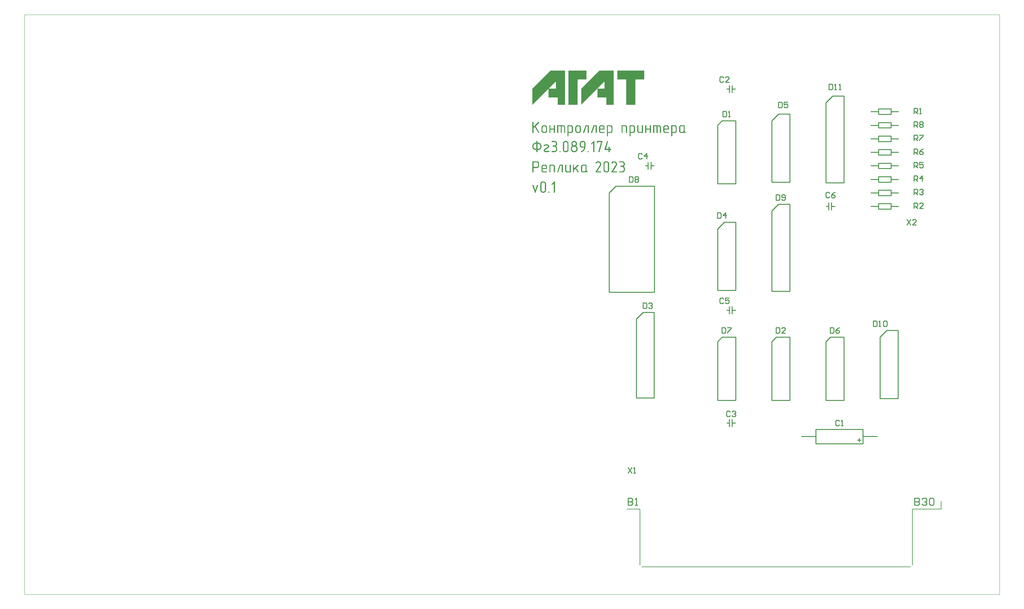
<source format=gto>
G04*
G04 #@! TF.GenerationSoftware,Altium Limited,Altium Designer,23.6.0 (18)*
G04*
G04 Layer_Color=65535*
%FSLAX44Y44*%
%MOMM*%
G71*
G04*
G04 #@! TF.SameCoordinates,35715F93-6BA4-45ED-89E8-8F7F27010EA2*
G04*
G04*
G04 #@! TF.FilePolarity,Positive*
G04*
G01*
G75*
%ADD10C,0.1000*%
%ADD11C,0.1999*%
%ADD12C,0.2540*%
G36*
X1910000Y1526250D02*
X1885000D01*
Y1456250D01*
X1860000D01*
Y1526250D01*
X1835000D01*
Y1551250D01*
X1910000D01*
Y1526250D01*
D02*
G37*
G36*
X1825000Y1456250D02*
X1805000D01*
Y1476250D01*
X1780000D01*
Y1501250D01*
X1800000D01*
Y1521250D01*
X1735000Y1456250D01*
Y1501250D01*
X1785000Y1551250D01*
X1825000D01*
Y1456250D01*
D02*
G37*
G36*
X1750000Y1526250D02*
X1725000D01*
Y1456250D01*
X1700000D01*
Y1551250D01*
X1750000D01*
Y1526250D01*
D02*
G37*
G36*
X1690000Y1456250D02*
X1670000D01*
Y1476250D01*
X1645000D01*
Y1501250D01*
X1665000D01*
Y1521250D01*
X1600000Y1456250D01*
Y1501250D01*
X1650000Y1551250D01*
X1690000D01*
Y1456250D01*
D02*
G37*
G36*
X1614231Y1234644D02*
X1614370Y1234621D01*
X1614532Y1234575D01*
X1614740Y1234482D01*
X1614948Y1234390D01*
X1615156Y1234251D01*
X1615179Y1234228D01*
X1615226Y1234182D01*
X1615295Y1234089D01*
X1615388Y1233950D01*
X1615480Y1233788D01*
X1615550Y1233603D01*
X1615596Y1233395D01*
X1615619Y1233164D01*
X1615526Y1232608D01*
X1609279Y1213842D01*
Y1213819D01*
X1609256Y1213749D01*
X1609209Y1213634D01*
X1609140Y1213495D01*
X1608978Y1213194D01*
X1608724Y1212870D01*
X1608700D01*
X1608677Y1212847D01*
X1608608Y1212801D01*
X1608515Y1212755D01*
X1608376Y1212708D01*
X1608238Y1212639D01*
X1608029Y1212569D01*
X1607821Y1212500D01*
X1607775D01*
X1607659Y1212523D01*
X1607497Y1212569D01*
X1607289Y1212662D01*
X1607034Y1212824D01*
X1606919Y1212940D01*
X1606803Y1213079D01*
X1606664Y1213217D01*
X1606548Y1213402D01*
X1606456Y1213611D01*
X1606340Y1213842D01*
X1600093Y1232608D01*
X1600000Y1233164D01*
Y1233187D01*
Y1233256D01*
X1600023Y1233349D01*
X1600069Y1233487D01*
X1600116Y1233626D01*
X1600185Y1233788D01*
X1600301Y1233973D01*
X1600463Y1234158D01*
X1600486Y1234182D01*
X1600555Y1234228D01*
X1600648Y1234320D01*
X1600787Y1234413D01*
X1600949Y1234506D01*
X1601157Y1234598D01*
X1601365Y1234644D01*
X1601597Y1234668D01*
X1601782D01*
X1601897Y1234644D01*
X1602152Y1234598D01*
X1602406Y1234482D01*
X1602430D01*
X1602453Y1234459D01*
X1602522Y1234390D01*
X1602592Y1234320D01*
X1602707Y1234205D01*
X1602800Y1234043D01*
X1602939Y1233835D01*
X1603054Y1233580D01*
X1607821Y1219257D01*
X1612588Y1233580D01*
Y1233603D01*
X1612634Y1233649D01*
X1612680Y1233742D01*
X1612750Y1233858D01*
X1612935Y1234089D01*
X1613190Y1234344D01*
X1613213Y1234367D01*
X1613259Y1234390D01*
X1613328Y1234436D01*
X1613444Y1234506D01*
X1613722Y1234621D01*
X1613884Y1234644D01*
X1614046Y1234668D01*
X1614138D01*
X1614231Y1234644D01*
D02*
G37*
G36*
X1661366Y1244224D02*
X1661481Y1244201D01*
X1661597Y1244131D01*
X1661759Y1244062D01*
X1661921Y1243946D01*
X1662106Y1243784D01*
X1662129Y1243761D01*
X1662176Y1243692D01*
X1662222Y1243576D01*
X1662314Y1243437D01*
X1662384Y1243229D01*
X1662430Y1243021D01*
X1662476Y1242766D01*
X1662500Y1242466D01*
Y1214351D01*
Y1214328D01*
Y1214235D01*
X1662476Y1214097D01*
X1662453Y1213935D01*
X1662384Y1213749D01*
X1662314Y1213541D01*
X1662199Y1213356D01*
X1662037Y1213171D01*
X1662014Y1213148D01*
X1661967Y1213125D01*
X1661875Y1213055D01*
X1661736Y1212986D01*
X1661574Y1212916D01*
X1661389Y1212870D01*
X1661181Y1212824D01*
X1660926Y1212801D01*
X1660833D01*
X1660695Y1212824D01*
X1660556Y1212847D01*
X1660394Y1212893D01*
X1660209Y1212963D01*
X1660024Y1213055D01*
X1659839Y1213171D01*
X1659815Y1213194D01*
X1659769Y1213240D01*
X1659700Y1213333D01*
X1659607Y1213472D01*
X1659514Y1213634D01*
X1659445Y1213842D01*
X1659399Y1214073D01*
X1659376Y1214351D01*
Y1238717D01*
X1655766Y1235107D01*
X1655743Y1235084D01*
X1655697Y1235038D01*
X1655581Y1234968D01*
X1655465Y1234876D01*
X1655303Y1234783D01*
X1655118Y1234714D01*
X1654910Y1234668D01*
X1654702Y1234644D01*
X1654609D01*
X1654493Y1234668D01*
X1654355Y1234714D01*
X1654193Y1234760D01*
X1654007Y1234829D01*
X1653822Y1234945D01*
X1653614Y1235107D01*
X1653591Y1235130D01*
X1653545Y1235200D01*
X1653452Y1235292D01*
X1653360Y1235431D01*
X1653267Y1235616D01*
X1653174Y1235801D01*
X1653128Y1236010D01*
X1653105Y1236241D01*
Y1236264D01*
Y1236334D01*
X1653128Y1236449D01*
X1653174Y1236565D01*
X1653221Y1236727D01*
X1653313Y1236912D01*
X1653429Y1237097D01*
X1653591Y1237305D01*
X1659839Y1243553D01*
X1659862Y1243576D01*
X1659885Y1243599D01*
X1660024Y1243738D01*
X1660232Y1243877D01*
X1660463Y1244039D01*
X1660486D01*
X1660533Y1244062D01*
X1660602Y1244108D01*
X1660695Y1244155D01*
X1660926Y1244224D01*
X1661227Y1244247D01*
X1661296D01*
X1661366Y1244224D01*
D02*
G37*
G36*
X1645492Y1215901D02*
X1645631Y1215878D01*
X1645793Y1215809D01*
X1645955Y1215740D01*
X1646140Y1215624D01*
X1646348Y1215462D01*
X1646371Y1215439D01*
X1646441Y1215369D01*
X1646510Y1215277D01*
X1646626Y1215161D01*
X1646718Y1214999D01*
X1646788Y1214791D01*
X1646857Y1214583D01*
X1646880Y1214351D01*
Y1214328D01*
Y1214259D01*
X1646857Y1214143D01*
X1646834Y1214004D01*
X1646765Y1213842D01*
X1646695Y1213680D01*
X1646580Y1213472D01*
X1646418Y1213287D01*
X1646395Y1213264D01*
X1646325Y1213217D01*
X1646232Y1213125D01*
X1646117Y1213055D01*
X1645955Y1212963D01*
X1645747Y1212870D01*
X1645538Y1212824D01*
X1645307Y1212801D01*
X1645191D01*
X1645076Y1212824D01*
X1644914Y1212870D01*
X1644729Y1212916D01*
X1644543Y1212986D01*
X1644358Y1213102D01*
X1644173Y1213264D01*
X1644150Y1213287D01*
X1644104Y1213356D01*
X1644034Y1213449D01*
X1643965Y1213587D01*
X1643895Y1213749D01*
X1643826Y1213935D01*
X1643780Y1214143D01*
X1643757Y1214351D01*
Y1214374D01*
Y1214467D01*
X1643780Y1214583D01*
X1643803Y1214744D01*
X1643872Y1214906D01*
X1643942Y1215092D01*
X1644057Y1215277D01*
X1644196Y1215462D01*
X1644219Y1215485D01*
X1644289Y1215531D01*
X1644381Y1215601D01*
X1644520Y1215693D01*
X1644682Y1215786D01*
X1644867Y1215855D01*
X1645076Y1215901D01*
X1645307Y1215925D01*
X1645399D01*
X1645492Y1215901D01*
D02*
G37*
G36*
X1630914Y1243993D02*
X1631099D01*
X1631354Y1243946D01*
X1631632Y1243900D01*
X1631932Y1243854D01*
X1632280Y1243761D01*
X1632650Y1243669D01*
X1633043Y1243530D01*
X1633436Y1243368D01*
X1633830Y1243160D01*
X1634246Y1242928D01*
X1634663Y1242674D01*
X1635056Y1242350D01*
X1635450Y1242003D01*
X1635473Y1241980D01*
X1635542Y1241910D01*
X1635635Y1241795D01*
X1635773Y1241656D01*
X1635936Y1241447D01*
X1636098Y1241216D01*
X1636283Y1240961D01*
X1636491Y1240661D01*
X1636676Y1240313D01*
X1636861Y1239943D01*
X1637023Y1239550D01*
X1637185Y1239110D01*
X1637324Y1238648D01*
X1637416Y1238185D01*
X1637486Y1237676D01*
X1637509Y1237143D01*
Y1219650D01*
Y1219627D01*
Y1219534D01*
X1637486Y1219372D01*
Y1219187D01*
X1637440Y1218956D01*
X1637393Y1218655D01*
X1637347Y1218354D01*
X1637254Y1218007D01*
X1637162Y1217637D01*
X1637023Y1217267D01*
X1636861Y1216850D01*
X1636653Y1216457D01*
X1636421Y1216040D01*
X1636167Y1215624D01*
X1635843Y1215230D01*
X1635496Y1214837D01*
X1635473Y1214814D01*
X1635403Y1214744D01*
X1635288Y1214652D01*
X1635149Y1214513D01*
X1634940Y1214374D01*
X1634709Y1214189D01*
X1634455Y1214004D01*
X1634154Y1213819D01*
X1633807Y1213634D01*
X1633436Y1213449D01*
X1633043Y1213264D01*
X1632603Y1213125D01*
X1632141Y1212986D01*
X1631678Y1212893D01*
X1631169Y1212824D01*
X1630637Y1212801D01*
X1628647D01*
X1628485Y1212824D01*
X1628300D01*
X1628045Y1212870D01*
X1627767Y1212916D01*
X1627443Y1212963D01*
X1627119Y1213055D01*
X1626749Y1213148D01*
X1626356Y1213287D01*
X1625939Y1213449D01*
X1625546Y1213634D01*
X1625129Y1213865D01*
X1624713Y1214120D01*
X1624319Y1214421D01*
X1623926Y1214768D01*
X1623903Y1214791D01*
X1623834Y1214860D01*
X1623741Y1214976D01*
X1623602Y1215115D01*
X1623463Y1215323D01*
X1623278Y1215554D01*
X1623093Y1215809D01*
X1622908Y1216133D01*
X1622723Y1216457D01*
X1622538Y1216827D01*
X1622353Y1217244D01*
X1622214Y1217660D01*
X1622075Y1218123D01*
X1621982Y1218609D01*
X1621913Y1219118D01*
X1621890Y1219650D01*
Y1237143D01*
Y1237167D01*
Y1237259D01*
X1621913Y1237421D01*
Y1237606D01*
X1621959Y1237838D01*
X1622006Y1238115D01*
X1622052Y1238416D01*
X1622144Y1238763D01*
X1622237Y1239133D01*
X1622376Y1239504D01*
X1622538Y1239920D01*
X1622723Y1240313D01*
X1622954Y1240730D01*
X1623232Y1241147D01*
X1623533Y1241540D01*
X1623880Y1241933D01*
X1623903Y1241956D01*
X1623972Y1242026D01*
X1624088Y1242118D01*
X1624250Y1242257D01*
X1624435Y1242419D01*
X1624667Y1242604D01*
X1624944Y1242790D01*
X1625245Y1242975D01*
X1625592Y1243160D01*
X1625962Y1243368D01*
X1626356Y1243530D01*
X1626795Y1243692D01*
X1627258Y1243831D01*
X1627721Y1243923D01*
X1628230Y1243993D01*
X1628762Y1244016D01*
X1630752D01*
X1630914Y1243993D01*
D02*
G37*
G36*
X1726341Y1290732D02*
X1726480Y1290686D01*
X1726642Y1290640D01*
X1726827Y1290547D01*
X1727035Y1290432D01*
X1727244Y1290270D01*
X1727267Y1290246D01*
X1727313Y1290177D01*
X1727382Y1290085D01*
X1727475Y1289946D01*
X1727567Y1289784D01*
X1727637Y1289575D01*
X1727683Y1289344D01*
X1727706Y1289090D01*
Y1289066D01*
Y1288974D01*
X1727683Y1288858D01*
X1727637Y1288696D01*
X1727591Y1288511D01*
X1727498Y1288326D01*
X1727359Y1288118D01*
X1727197Y1287909D01*
X1720950Y1281315D01*
X1727359Y1271365D01*
X1727382Y1271342D01*
X1727406Y1271249D01*
X1727475Y1271133D01*
X1727544Y1270994D01*
X1727660Y1270647D01*
X1727683Y1270462D01*
X1727706Y1270300D01*
Y1270277D01*
Y1270185D01*
X1727683Y1270069D01*
X1727637Y1269930D01*
X1727591Y1269745D01*
X1727498Y1269560D01*
X1727359Y1269398D01*
X1727197Y1269213D01*
X1727174Y1269190D01*
X1727105Y1269143D01*
X1727012Y1269074D01*
X1726897Y1268981D01*
X1726734Y1268889D01*
X1726549Y1268819D01*
X1726341Y1268773D01*
X1726110Y1268750D01*
X1725994D01*
X1725878Y1268773D01*
X1725739Y1268819D01*
X1725554Y1268912D01*
X1725369Y1269005D01*
X1725184Y1269166D01*
X1724999Y1269375D01*
X1718751Y1279024D01*
X1715257Y1275368D01*
Y1270370D01*
Y1270347D01*
Y1270254D01*
X1715234Y1270115D01*
X1715211Y1269953D01*
X1715142Y1269768D01*
X1715072Y1269560D01*
X1714957Y1269375D01*
X1714795Y1269190D01*
X1714771Y1269166D01*
X1714725Y1269143D01*
X1714633Y1269074D01*
X1714494Y1269005D01*
X1714332Y1268935D01*
X1714147Y1268889D01*
X1713938Y1268842D01*
X1713684Y1268819D01*
X1713591D01*
X1713452Y1268842D01*
X1713314Y1268866D01*
X1713152Y1268912D01*
X1712967Y1268981D01*
X1712781Y1269074D01*
X1712596Y1269190D01*
X1712573Y1269213D01*
X1712527Y1269259D01*
X1712457Y1269352D01*
X1712365Y1269491D01*
X1712272Y1269652D01*
X1712203Y1269861D01*
X1712157Y1270092D01*
X1712133Y1270370D01*
Y1289113D01*
Y1289136D01*
Y1289228D01*
X1712157Y1289344D01*
X1712203Y1289483D01*
X1712249Y1289668D01*
X1712319Y1289876D01*
X1712434Y1290061D01*
X1712596Y1290270D01*
X1712619Y1290293D01*
X1712689Y1290339D01*
X1712781Y1290385D01*
X1712897Y1290478D01*
X1713059Y1290547D01*
X1713244Y1290594D01*
X1713452Y1290640D01*
X1713684Y1290663D01*
X1713776D01*
X1713892Y1290640D01*
X1714054Y1290617D01*
X1714216Y1290570D01*
X1714401Y1290501D01*
X1714586Y1290408D01*
X1714771Y1290270D01*
X1714795Y1290246D01*
X1714841Y1290200D01*
X1714933Y1290108D01*
X1715026Y1289969D01*
X1715095Y1289807D01*
X1715188Y1289622D01*
X1715234Y1289390D01*
X1715257Y1289113D01*
Y1279903D01*
X1725138Y1290270D01*
X1725161Y1290293D01*
X1725207Y1290339D01*
X1725300Y1290432D01*
X1725415Y1290524D01*
X1725578Y1290594D01*
X1725739Y1290686D01*
X1725948Y1290732D01*
X1726156Y1290756D01*
X1726249D01*
X1726341Y1290732D01*
D02*
G37*
G36*
X1704845Y1290663D02*
X1705007Y1290640D01*
X1705169Y1290594D01*
X1705354Y1290524D01*
X1705539Y1290432D01*
X1705724Y1290293D01*
X1705747Y1290270D01*
X1705793Y1290223D01*
X1705886Y1290131D01*
X1705979Y1289992D01*
X1706048Y1289830D01*
X1706140Y1289622D01*
X1706187Y1289390D01*
X1706210Y1289113D01*
Y1270370D01*
Y1270347D01*
Y1270300D01*
Y1270231D01*
X1706187Y1270138D01*
X1706117Y1269884D01*
X1706025Y1269606D01*
X1705816Y1269305D01*
X1705701Y1269190D01*
X1705539Y1269074D01*
X1705377Y1268958D01*
X1705145Y1268889D01*
X1704914Y1268842D01*
X1704636Y1268819D01*
X1696723D01*
X1696584Y1268842D01*
X1696422D01*
X1696190Y1268866D01*
X1695936Y1268912D01*
X1695658Y1268981D01*
X1695334Y1269051D01*
X1695010Y1269143D01*
X1694663Y1269259D01*
X1694293Y1269398D01*
X1693923Y1269583D01*
X1693553Y1269791D01*
X1693159Y1270023D01*
X1692812Y1270300D01*
X1692442Y1270624D01*
X1692419Y1270647D01*
X1692372Y1270717D01*
X1692280Y1270809D01*
X1692164Y1270948D01*
X1692002Y1271133D01*
X1691863Y1271342D01*
X1691678Y1271573D01*
X1691516Y1271851D01*
X1691354Y1272175D01*
X1691169Y1272499D01*
X1691030Y1272869D01*
X1690892Y1273262D01*
X1690753Y1273679D01*
X1690660Y1274118D01*
X1690614Y1274581D01*
X1690591Y1275067D01*
Y1289113D01*
Y1289136D01*
Y1289228D01*
X1690614Y1289344D01*
X1690660Y1289483D01*
X1690706Y1289668D01*
X1690776Y1289876D01*
X1690892Y1290061D01*
X1691053Y1290270D01*
X1691077Y1290293D01*
X1691146Y1290339D01*
X1691239Y1290408D01*
X1691354Y1290478D01*
X1691516Y1290547D01*
X1691701Y1290617D01*
X1691910Y1290663D01*
X1692141Y1290686D01*
X1692234D01*
X1692349Y1290663D01*
X1692511Y1290640D01*
X1692673Y1290594D01*
X1692858Y1290524D01*
X1693044Y1290432D01*
X1693229Y1290293D01*
X1693252Y1290270D01*
X1693298Y1290223D01*
X1693391Y1290131D01*
X1693483Y1289992D01*
X1693553Y1289830D01*
X1693645Y1289622D01*
X1693691Y1289390D01*
X1693715Y1289113D01*
Y1275067D01*
Y1275044D01*
Y1275021D01*
Y1274951D01*
X1693738Y1274859D01*
X1693761Y1274604D01*
X1693830Y1274303D01*
X1693923Y1273933D01*
X1694085Y1273563D01*
X1694293Y1273193D01*
X1694594Y1272822D01*
X1694617Y1272799D01*
X1694686Y1272753D01*
X1694779Y1272684D01*
X1694895Y1272591D01*
X1695034Y1272475D01*
X1695219Y1272383D01*
X1695589Y1272151D01*
X1695612D01*
X1695705Y1272128D01*
X1695843Y1272082D01*
X1696005Y1272059D01*
X1696190Y1272013D01*
X1696399Y1271966D01*
X1696838Y1271943D01*
X1703086D01*
Y1289113D01*
Y1289136D01*
Y1289228D01*
X1703109Y1289344D01*
X1703155Y1289483D01*
X1703202Y1289668D01*
X1703271Y1289876D01*
X1703387Y1290061D01*
X1703549Y1290270D01*
X1703572Y1290293D01*
X1703641Y1290339D01*
X1703734Y1290408D01*
X1703850Y1290478D01*
X1704012Y1290547D01*
X1704197Y1290617D01*
X1704405Y1290663D01*
X1704636Y1290686D01*
X1704729D01*
X1704845Y1290663D01*
D02*
G37*
G36*
X1848517Y1299965D02*
X1848772Y1299942D01*
X1849096Y1299919D01*
X1849443Y1299872D01*
X1849836Y1299780D01*
X1850276Y1299687D01*
X1850739Y1299572D01*
X1851201Y1299410D01*
X1851687Y1299225D01*
X1852173Y1298993D01*
X1852659Y1298716D01*
X1853145Y1298392D01*
X1853608Y1298021D01*
X1854024Y1297605D01*
X1854048Y1297582D01*
X1854117Y1297512D01*
X1854209Y1297373D01*
X1854325Y1297211D01*
X1854487Y1296980D01*
X1854649Y1296725D01*
X1854834Y1296425D01*
X1855019Y1296101D01*
X1855181Y1295707D01*
X1855366Y1295314D01*
X1855528Y1294874D01*
X1855690Y1294388D01*
X1855806Y1293902D01*
X1855899Y1293370D01*
X1855968Y1292815D01*
X1855991Y1292236D01*
Y1292213D01*
Y1292144D01*
Y1292051D01*
X1855968Y1291913D01*
Y1291751D01*
X1855945Y1291542D01*
X1855922Y1291334D01*
X1855899Y1291080D01*
X1855806Y1290547D01*
X1855667Y1289969D01*
X1855482Y1289344D01*
X1855228Y1288742D01*
Y1288719D01*
X1855204Y1288673D01*
X1855158Y1288580D01*
X1855089Y1288488D01*
X1855019Y1288349D01*
X1854904Y1288187D01*
X1854672Y1287794D01*
X1854348Y1287354D01*
X1853955Y1286868D01*
X1853492Y1286382D01*
X1852937Y1285896D01*
X1852960D01*
X1853006Y1285850D01*
X1853053Y1285804D01*
X1853145Y1285711D01*
X1853400Y1285480D01*
X1853700Y1285179D01*
X1854024Y1284809D01*
X1854395Y1284346D01*
X1854742Y1283814D01*
X1855089Y1283235D01*
Y1283212D01*
X1855135Y1283166D01*
X1855181Y1283073D01*
X1855228Y1282958D01*
X1855297Y1282796D01*
X1855366Y1282610D01*
X1855459Y1282402D01*
X1855528Y1282171D01*
X1855690Y1281662D01*
X1855852Y1281060D01*
X1855945Y1280412D01*
X1855991Y1279718D01*
Y1276617D01*
Y1276571D01*
Y1276479D01*
X1855968Y1276317D01*
X1855945Y1276085D01*
X1855922Y1275807D01*
X1855876Y1275484D01*
X1855806Y1275136D01*
X1855714Y1274743D01*
X1855575Y1274303D01*
X1855436Y1273864D01*
X1855251Y1273424D01*
X1855019Y1272938D01*
X1854742Y1272475D01*
X1854441Y1272013D01*
X1854094Y1271550D01*
X1853677Y1271110D01*
X1853654Y1271087D01*
X1853585Y1271018D01*
X1853446Y1270902D01*
X1853261Y1270763D01*
X1853053Y1270578D01*
X1852775Y1270393D01*
X1852474Y1270185D01*
X1852127Y1269976D01*
X1851757Y1269745D01*
X1851317Y1269537D01*
X1850877Y1269352D01*
X1850391Y1269190D01*
X1849882Y1269028D01*
X1849327Y1268912D01*
X1848772Y1268842D01*
X1848170Y1268819D01*
X1841807D01*
X1841668Y1268842D01*
X1841506Y1268866D01*
X1841321Y1268912D01*
X1841136Y1269005D01*
X1840951Y1269097D01*
X1840766Y1269236D01*
X1840742Y1269259D01*
X1840696Y1269329D01*
X1840650Y1269421D01*
X1840580Y1269560D01*
X1840488Y1269745D01*
X1840441Y1269930D01*
X1840395Y1270138D01*
X1840372Y1270370D01*
Y1270393D01*
Y1270462D01*
X1840395Y1270555D01*
X1840418Y1270694D01*
X1840465Y1270856D01*
X1840534Y1271041D01*
X1840627Y1271226D01*
X1840742Y1271411D01*
X1840766Y1271434D01*
X1840812Y1271504D01*
X1840904Y1271573D01*
X1841043Y1271689D01*
X1841205Y1271781D01*
X1841413Y1271851D01*
X1841645Y1271920D01*
X1841922Y1271943D01*
X1848355D01*
X1848494Y1271966D01*
X1848656Y1271990D01*
X1848864Y1272013D01*
X1849073Y1272059D01*
X1849304Y1272105D01*
X1849836Y1272267D01*
X1850114Y1272383D01*
X1850391Y1272522D01*
X1850669Y1272684D01*
X1850947Y1272869D01*
X1851225Y1273077D01*
X1851479Y1273308D01*
X1851502Y1273332D01*
X1851548Y1273378D01*
X1851618Y1273447D01*
X1851687Y1273563D01*
X1851803Y1273679D01*
X1851919Y1273841D01*
X1852034Y1274026D01*
X1852173Y1274234D01*
X1852428Y1274720D01*
X1852659Y1275275D01*
X1852728Y1275599D01*
X1852798Y1275923D01*
X1852844Y1276270D01*
X1852867Y1276617D01*
Y1279718D01*
Y1279741D01*
Y1279811D01*
Y1279903D01*
X1852844Y1280042D01*
X1852821Y1280204D01*
X1852798Y1280389D01*
X1852752Y1280621D01*
X1852705Y1280852D01*
X1852543Y1281361D01*
X1852428Y1281639D01*
X1852289Y1281916D01*
X1852127Y1282217D01*
X1851965Y1282495D01*
X1851734Y1282773D01*
X1851502Y1283027D01*
X1851479Y1283050D01*
X1851433Y1283096D01*
X1851363Y1283166D01*
X1851271Y1283235D01*
X1851132Y1283351D01*
X1850970Y1283467D01*
X1850785Y1283582D01*
X1850577Y1283721D01*
X1850345Y1283860D01*
X1850091Y1283976D01*
X1849535Y1284207D01*
X1849211Y1284276D01*
X1848887Y1284346D01*
X1848540Y1284392D01*
X1848170Y1284415D01*
X1844931D01*
X1844792Y1284438D01*
X1844630Y1284462D01*
X1844445Y1284508D01*
X1844259Y1284601D01*
X1844074Y1284693D01*
X1843889Y1284832D01*
X1843866Y1284855D01*
X1843820Y1284924D01*
X1843750Y1285017D01*
X1843681Y1285156D01*
X1843612Y1285341D01*
X1843542Y1285526D01*
X1843496Y1285734D01*
X1843473Y1285966D01*
Y1285989D01*
Y1286058D01*
X1843496Y1286151D01*
X1843519Y1286290D01*
X1843565Y1286452D01*
X1843635Y1286637D01*
X1843727Y1286822D01*
X1843866Y1287007D01*
X1843889Y1287030D01*
X1843936Y1287099D01*
X1844028Y1287169D01*
X1844167Y1287285D01*
X1844329Y1287377D01*
X1844537Y1287447D01*
X1844769Y1287516D01*
X1845046Y1287539D01*
X1848378D01*
X1848517Y1287562D01*
X1848702Y1287585D01*
X1848911Y1287609D01*
X1849119Y1287655D01*
X1849373Y1287724D01*
X1849906Y1287909D01*
X1850206Y1288025D01*
X1850484Y1288164D01*
X1850762Y1288326D01*
X1851039Y1288534D01*
X1851317Y1288766D01*
X1851572Y1289020D01*
X1851595Y1289043D01*
X1851618Y1289090D01*
X1851687Y1289159D01*
X1851757Y1289252D01*
X1851849Y1289390D01*
X1851942Y1289552D01*
X1852034Y1289737D01*
X1852150Y1289922D01*
X1852358Y1290408D01*
X1852543Y1290964D01*
X1852682Y1291589D01*
X1852705Y1291936D01*
X1852728Y1292283D01*
Y1292306D01*
Y1292375D01*
Y1292468D01*
X1852705Y1292607D01*
Y1292769D01*
X1852682Y1292954D01*
X1852590Y1293394D01*
X1852451Y1293879D01*
X1852266Y1294412D01*
X1851988Y1294944D01*
X1851803Y1295198D01*
X1851618Y1295430D01*
X1851595Y1295453D01*
X1851572Y1295499D01*
X1851479Y1295569D01*
X1851386Y1295661D01*
X1851271Y1295754D01*
X1851109Y1295892D01*
X1850924Y1296008D01*
X1850715Y1296147D01*
X1850484Y1296286D01*
X1850229Y1296402D01*
X1849952Y1296540D01*
X1849628Y1296633D01*
X1849304Y1296725D01*
X1848957Y1296795D01*
X1848563Y1296841D01*
X1848170Y1296864D01*
X1841807D01*
X1841668Y1296888D01*
X1841506Y1296911D01*
X1841321Y1296980D01*
X1841136Y1297050D01*
X1840951Y1297165D01*
X1840766Y1297304D01*
X1840742Y1297327D01*
X1840696Y1297397D01*
X1840650Y1297489D01*
X1840580Y1297628D01*
X1840488Y1297790D01*
X1840441Y1297975D01*
X1840395Y1298183D01*
X1840372Y1298415D01*
Y1298438D01*
Y1298507D01*
X1840395Y1298623D01*
X1840418Y1298762D01*
X1840465Y1298924D01*
X1840534Y1299109D01*
X1840627Y1299294D01*
X1840766Y1299479D01*
X1840789Y1299502D01*
X1840835Y1299548D01*
X1840927Y1299641D01*
X1841066Y1299734D01*
X1841228Y1299826D01*
X1841436Y1299919D01*
X1841668Y1299965D01*
X1841922Y1299988D01*
X1848332D01*
X1848517Y1299965D01*
D02*
G37*
G36*
X1825748Y1300011D02*
X1826003Y1299988D01*
X1826326Y1299965D01*
X1826697Y1299896D01*
X1827090Y1299826D01*
X1827553Y1299734D01*
X1828016Y1299595D01*
X1828525Y1299433D01*
X1829034Y1299248D01*
X1829543Y1299016D01*
X1830075Y1298739D01*
X1830584Y1298415D01*
X1831093Y1298044D01*
X1831579Y1297605D01*
X1831602Y1297582D01*
X1831695Y1297489D01*
X1831810Y1297350D01*
X1831973Y1297165D01*
X1832181Y1296934D01*
X1832389Y1296656D01*
X1832620Y1296332D01*
X1832852Y1295985D01*
X1833083Y1295569D01*
X1833315Y1295129D01*
X1833546Y1294666D01*
X1833731Y1294157D01*
X1833893Y1293602D01*
X1834009Y1293046D01*
X1834101Y1292468D01*
X1834124Y1291843D01*
Y1291820D01*
Y1291751D01*
Y1291658D01*
X1834101Y1291519D01*
Y1291334D01*
X1834078Y1291126D01*
X1834032Y1290894D01*
X1834009Y1290640D01*
X1833870Y1290061D01*
X1833685Y1289413D01*
X1833453Y1288719D01*
X1833291Y1288372D01*
X1833106Y1288002D01*
X1823017Y1271943D01*
X1832829D01*
X1832944Y1271920D01*
X1833083Y1271874D01*
X1833268Y1271827D01*
X1833453Y1271735D01*
X1833638Y1271619D01*
X1833801Y1271457D01*
X1833824Y1271434D01*
X1833870Y1271365D01*
X1833939Y1271272D01*
X1834032Y1271133D01*
X1834124Y1270971D01*
X1834194Y1270786D01*
X1834240Y1270601D01*
X1834263Y1270370D01*
Y1270347D01*
Y1270277D01*
X1834240Y1270185D01*
X1834217Y1270046D01*
X1834171Y1269884D01*
X1834101Y1269699D01*
X1834009Y1269514D01*
X1833870Y1269329D01*
X1833847Y1269305D01*
X1833801Y1269259D01*
X1833708Y1269166D01*
X1833569Y1269074D01*
X1833407Y1268981D01*
X1833222Y1268889D01*
X1832991Y1268842D01*
X1832713Y1268819D01*
X1820056D01*
X1819963Y1268842D01*
X1819686Y1268889D01*
X1819385Y1268981D01*
X1819061Y1269120D01*
X1818783Y1269329D01*
X1818690Y1269467D01*
X1818598Y1269652D01*
X1818552Y1269837D01*
X1818528Y1270046D01*
Y1270069D01*
Y1270138D01*
X1818552Y1270254D01*
X1818575Y1270393D01*
X1818621Y1270555D01*
X1818690Y1270763D01*
X1818783Y1270994D01*
X1818899Y1271226D01*
X1830399Y1289575D01*
Y1289599D01*
X1830422Y1289622D01*
X1830445Y1289691D01*
X1830492Y1289784D01*
X1830584Y1290015D01*
X1830700Y1290339D01*
X1830815Y1290686D01*
X1830908Y1291080D01*
X1830977Y1291519D01*
X1831001Y1291936D01*
Y1291959D01*
Y1292028D01*
Y1292121D01*
X1830977Y1292260D01*
X1830954Y1292445D01*
X1830908Y1292653D01*
X1830862Y1292861D01*
X1830815Y1293116D01*
X1830607Y1293648D01*
X1830492Y1293949D01*
X1830330Y1294250D01*
X1830168Y1294527D01*
X1829936Y1294828D01*
X1829705Y1295129D01*
X1829427Y1295407D01*
X1829404Y1295430D01*
X1829288Y1295522D01*
X1829149Y1295638D01*
X1828941Y1295800D01*
X1828687Y1295985D01*
X1828386Y1296170D01*
X1828062Y1296332D01*
X1827715Y1296494D01*
X1827669Y1296517D01*
X1827553Y1296564D01*
X1827345Y1296633D01*
X1827090Y1296702D01*
X1826766Y1296772D01*
X1826419Y1296841D01*
X1826026Y1296888D01*
X1825609Y1296911D01*
X1825401D01*
X1825170Y1296888D01*
X1824892Y1296841D01*
X1824545Y1296749D01*
X1824151Y1296656D01*
X1823758Y1296494D01*
X1823342Y1296286D01*
X1823318D01*
X1823295Y1296263D01*
X1823156Y1296170D01*
X1822948Y1296008D01*
X1822694Y1295800D01*
X1822416Y1295545D01*
X1822115Y1295222D01*
X1821814Y1294874D01*
X1821537Y1294481D01*
Y1294458D01*
X1821514Y1294435D01*
X1821398Y1294319D01*
X1821213Y1294134D01*
X1820935Y1293926D01*
X1820241Y1293787D01*
X1820148D01*
X1820033Y1293810D01*
X1819871Y1293833D01*
X1819709Y1293879D01*
X1819523Y1293972D01*
X1819315Y1294064D01*
X1819130Y1294203D01*
X1819107Y1294227D01*
X1819061Y1294273D01*
X1818968Y1294388D01*
X1818876Y1294504D01*
X1818783Y1294666D01*
X1818690Y1294851D01*
X1818644Y1295060D01*
X1818621Y1295291D01*
Y1295314D01*
Y1295360D01*
X1818644Y1295430D01*
X1818667Y1295522D01*
X1818690Y1295661D01*
X1818737Y1295800D01*
X1818806Y1295985D01*
X1818899Y1296193D01*
X1818922Y1296216D01*
X1818945Y1296263D01*
X1819014Y1296355D01*
X1819084Y1296471D01*
X1819200Y1296610D01*
X1819338Y1296772D01*
X1819662Y1297165D01*
X1820079Y1297582D01*
X1820565Y1298044D01*
X1821143Y1298507D01*
X1821791Y1298924D01*
X1821837Y1298947D01*
X1821953Y1299016D01*
X1822115Y1299109D01*
X1822346Y1299225D01*
X1822624Y1299340D01*
X1822925Y1299479D01*
X1823596Y1299734D01*
X1823642Y1299757D01*
X1823758Y1299780D01*
X1823943Y1299826D01*
X1824174Y1299896D01*
X1824452Y1299942D01*
X1824753Y1299988D01*
X1825077Y1300011D01*
X1825401Y1300034D01*
X1825563D01*
X1825748Y1300011D01*
D02*
G37*
G36*
X1805825D02*
X1806010D01*
X1806265Y1299965D01*
X1806542Y1299919D01*
X1806843Y1299872D01*
X1807190Y1299780D01*
X1807560Y1299687D01*
X1807954Y1299548D01*
X1808347Y1299387D01*
X1808741Y1299178D01*
X1809157Y1298947D01*
X1809574Y1298692D01*
X1809967Y1298368D01*
X1810360Y1298021D01*
X1810383Y1297998D01*
X1810453Y1297929D01*
X1810545Y1297813D01*
X1810684Y1297674D01*
X1810846Y1297466D01*
X1811008Y1297235D01*
X1811193Y1296980D01*
X1811402Y1296679D01*
X1811587Y1296332D01*
X1811772Y1295962D01*
X1811934Y1295569D01*
X1812096Y1295129D01*
X1812235Y1294666D01*
X1812327Y1294203D01*
X1812397Y1293694D01*
X1812420Y1293162D01*
Y1275669D01*
Y1275646D01*
Y1275553D01*
X1812397Y1275391D01*
Y1275206D01*
X1812350Y1274975D01*
X1812304Y1274674D01*
X1812258Y1274373D01*
X1812165Y1274026D01*
X1812073Y1273655D01*
X1811934Y1273285D01*
X1811772Y1272869D01*
X1811564Y1272475D01*
X1811332Y1272059D01*
X1811078Y1271642D01*
X1810754Y1271249D01*
X1810407Y1270856D01*
X1810383Y1270833D01*
X1810314Y1270763D01*
X1810198Y1270671D01*
X1810060Y1270532D01*
X1809851Y1270393D01*
X1809620Y1270208D01*
X1809365Y1270023D01*
X1809064Y1269837D01*
X1808717Y1269652D01*
X1808347Y1269467D01*
X1807954Y1269282D01*
X1807514Y1269143D01*
X1807051Y1269005D01*
X1806589Y1268912D01*
X1806080Y1268842D01*
X1805547Y1268819D01*
X1803557D01*
X1803395Y1268842D01*
X1803210D01*
X1802956Y1268889D01*
X1802678Y1268935D01*
X1802354Y1268981D01*
X1802030Y1269074D01*
X1801660Y1269166D01*
X1801266Y1269305D01*
X1800850Y1269467D01*
X1800457Y1269652D01*
X1800040Y1269884D01*
X1799624Y1270138D01*
X1799230Y1270439D01*
X1798837Y1270786D01*
X1798814Y1270809D01*
X1798744Y1270879D01*
X1798652Y1270994D01*
X1798513Y1271133D01*
X1798374Y1271342D01*
X1798189Y1271573D01*
X1798004Y1271827D01*
X1797819Y1272151D01*
X1797634Y1272475D01*
X1797448Y1272846D01*
X1797263Y1273262D01*
X1797124Y1273679D01*
X1796986Y1274141D01*
X1796893Y1274627D01*
X1796824Y1275136D01*
X1796801Y1275669D01*
Y1293162D01*
Y1293185D01*
Y1293278D01*
X1796824Y1293440D01*
Y1293625D01*
X1796870Y1293856D01*
X1796916Y1294134D01*
X1796963Y1294435D01*
X1797055Y1294782D01*
X1797148Y1295152D01*
X1797287Y1295522D01*
X1797448Y1295939D01*
X1797634Y1296332D01*
X1797865Y1296749D01*
X1798143Y1297165D01*
X1798443Y1297558D01*
X1798791Y1297952D01*
X1798814Y1297975D01*
X1798883Y1298044D01*
X1798999Y1298137D01*
X1799161Y1298276D01*
X1799346Y1298438D01*
X1799577Y1298623D01*
X1799855Y1298808D01*
X1800156Y1298993D01*
X1800503Y1299178D01*
X1800873Y1299387D01*
X1801266Y1299548D01*
X1801706Y1299711D01*
X1802169Y1299849D01*
X1802632Y1299942D01*
X1803141Y1300011D01*
X1803673Y1300034D01*
X1805663D01*
X1805825Y1300011D01*
D02*
G37*
G36*
X1782014D02*
X1782269Y1299988D01*
X1782593Y1299965D01*
X1782963Y1299896D01*
X1783357Y1299826D01*
X1783819Y1299734D01*
X1784282Y1299595D01*
X1784791Y1299433D01*
X1785300Y1299248D01*
X1785809Y1299016D01*
X1786342Y1298739D01*
X1786851Y1298415D01*
X1787360Y1298044D01*
X1787846Y1297605D01*
X1787869Y1297582D01*
X1787961Y1297489D01*
X1788077Y1297350D01*
X1788239Y1297165D01*
X1788447Y1296934D01*
X1788656Y1296656D01*
X1788887Y1296332D01*
X1789118Y1295985D01*
X1789350Y1295569D01*
X1789581Y1295129D01*
X1789812Y1294666D01*
X1789998Y1294157D01*
X1790160Y1293602D01*
X1790275Y1293046D01*
X1790368Y1292468D01*
X1790391Y1291843D01*
Y1291820D01*
Y1291751D01*
Y1291658D01*
X1790368Y1291519D01*
Y1291334D01*
X1790345Y1291126D01*
X1790298Y1290894D01*
X1790275Y1290640D01*
X1790137Y1290061D01*
X1789951Y1289413D01*
X1789720Y1288719D01*
X1789558Y1288372D01*
X1789373Y1288002D01*
X1779284Y1271943D01*
X1789095D01*
X1789211Y1271920D01*
X1789350Y1271874D01*
X1789535Y1271827D01*
X1789720Y1271735D01*
X1789905Y1271619D01*
X1790067Y1271457D01*
X1790090Y1271434D01*
X1790137Y1271365D01*
X1790206Y1271272D01*
X1790298Y1271133D01*
X1790391Y1270971D01*
X1790460Y1270786D01*
X1790507Y1270601D01*
X1790530Y1270370D01*
Y1270347D01*
Y1270277D01*
X1790507Y1270185D01*
X1790484Y1270046D01*
X1790437Y1269884D01*
X1790368Y1269699D01*
X1790275Y1269514D01*
X1790137Y1269329D01*
X1790113Y1269305D01*
X1790067Y1269259D01*
X1789975Y1269166D01*
X1789836Y1269074D01*
X1789674Y1268981D01*
X1789489Y1268889D01*
X1789257Y1268842D01*
X1788979Y1268819D01*
X1776322D01*
X1776230Y1268842D01*
X1775952Y1268889D01*
X1775651Y1268981D01*
X1775327Y1269120D01*
X1775050Y1269329D01*
X1774957Y1269467D01*
X1774864Y1269652D01*
X1774818Y1269837D01*
X1774795Y1270046D01*
Y1270069D01*
Y1270138D01*
X1774818Y1270254D01*
X1774841Y1270393D01*
X1774888Y1270555D01*
X1774957Y1270763D01*
X1775050Y1270994D01*
X1775165Y1271226D01*
X1786665Y1289575D01*
Y1289599D01*
X1786689Y1289622D01*
X1786712Y1289691D01*
X1786758Y1289784D01*
X1786851Y1290015D01*
X1786966Y1290339D01*
X1787082Y1290686D01*
X1787175Y1291080D01*
X1787244Y1291519D01*
X1787267Y1291936D01*
Y1291959D01*
Y1292028D01*
Y1292121D01*
X1787244Y1292260D01*
X1787221Y1292445D01*
X1787175Y1292653D01*
X1787128Y1292861D01*
X1787082Y1293116D01*
X1786874Y1293648D01*
X1786758Y1293949D01*
X1786596Y1294250D01*
X1786434Y1294527D01*
X1786203Y1294828D01*
X1785971Y1295129D01*
X1785694Y1295407D01*
X1785670Y1295430D01*
X1785555Y1295522D01*
X1785416Y1295638D01*
X1785208Y1295800D01*
X1784953Y1295985D01*
X1784652Y1296170D01*
X1784328Y1296332D01*
X1783981Y1296494D01*
X1783935Y1296517D01*
X1783819Y1296564D01*
X1783611Y1296633D01*
X1783357Y1296702D01*
X1783033Y1296772D01*
X1782686Y1296841D01*
X1782292Y1296888D01*
X1781876Y1296911D01*
X1781667D01*
X1781436Y1296888D01*
X1781158Y1296841D01*
X1780811Y1296749D01*
X1780418Y1296656D01*
X1780025Y1296494D01*
X1779608Y1296286D01*
X1779585D01*
X1779562Y1296263D01*
X1779423Y1296170D01*
X1779215Y1296008D01*
X1778960Y1295800D01*
X1778682Y1295545D01*
X1778382Y1295222D01*
X1778081Y1294874D01*
X1777803Y1294481D01*
Y1294458D01*
X1777780Y1294435D01*
X1777664Y1294319D01*
X1777479Y1294134D01*
X1777202Y1293926D01*
X1776507Y1293787D01*
X1776415D01*
X1776299Y1293810D01*
X1776137Y1293833D01*
X1775975Y1293879D01*
X1775790Y1293972D01*
X1775582Y1294064D01*
X1775397Y1294203D01*
X1775374Y1294227D01*
X1775327Y1294273D01*
X1775235Y1294388D01*
X1775142Y1294504D01*
X1775050Y1294666D01*
X1774957Y1294851D01*
X1774911Y1295060D01*
X1774888Y1295291D01*
Y1295314D01*
Y1295360D01*
X1774911Y1295430D01*
X1774934Y1295522D01*
X1774957Y1295661D01*
X1775003Y1295800D01*
X1775073Y1295985D01*
X1775165Y1296193D01*
X1775188Y1296216D01*
X1775211Y1296263D01*
X1775281Y1296355D01*
X1775350Y1296471D01*
X1775466Y1296610D01*
X1775605Y1296772D01*
X1775929Y1297165D01*
X1776345Y1297582D01*
X1776831Y1298044D01*
X1777410Y1298507D01*
X1778058Y1298924D01*
X1778104Y1298947D01*
X1778220Y1299016D01*
X1778382Y1299109D01*
X1778613Y1299225D01*
X1778891Y1299340D01*
X1779191Y1299479D01*
X1779863Y1299734D01*
X1779909Y1299757D01*
X1780025Y1299780D01*
X1780210Y1299826D01*
X1780441Y1299896D01*
X1780719Y1299942D01*
X1781019Y1299988D01*
X1781344Y1300011D01*
X1781667Y1300034D01*
X1781829D01*
X1782014Y1300011D01*
D02*
G37*
G36*
X1748624Y1290663D02*
X1748879Y1290594D01*
X1749157Y1290501D01*
X1749457Y1290293D01*
X1749573Y1290177D01*
X1749689Y1290015D01*
X1749805Y1289853D01*
X1749874Y1289622D01*
X1749920Y1289390D01*
X1749943Y1289113D01*
Y1275090D01*
Y1275044D01*
Y1274928D01*
X1749966Y1274743D01*
X1750013Y1274512D01*
X1750082Y1274211D01*
X1750198Y1273887D01*
X1750337Y1273540D01*
X1750522Y1273170D01*
X1750545Y1273123D01*
X1750614Y1273031D01*
X1750753Y1272869D01*
X1750938Y1272684D01*
X1751147Y1272475D01*
X1751424Y1272244D01*
X1751725Y1272036D01*
X1752095Y1271827D01*
X1752142Y1271804D01*
X1752257Y1271758D01*
X1752396Y1271642D01*
X1752581Y1271504D01*
X1752766Y1271295D01*
X1752905Y1271064D01*
X1753021Y1270763D01*
X1753067Y1270416D01*
Y1270393D01*
Y1270300D01*
X1753044Y1270185D01*
X1753021Y1270023D01*
X1752951Y1269837D01*
X1752882Y1269652D01*
X1752766Y1269467D01*
X1752628Y1269282D01*
X1752604Y1269259D01*
X1752558Y1269213D01*
X1752466Y1269143D01*
X1752350Y1269051D01*
X1752188Y1268958D01*
X1752003Y1268889D01*
X1751771Y1268842D01*
X1751517Y1268819D01*
X1751401D01*
X1751308Y1268842D01*
X1751100Y1268889D01*
X1750869Y1268958D01*
X1750846D01*
X1750800Y1268981D01*
X1750730Y1269028D01*
X1750614Y1269074D01*
X1750475Y1269143D01*
X1750337Y1269213D01*
X1749966Y1269421D01*
X1749573Y1269699D01*
X1749157Y1270023D01*
X1748740Y1270416D01*
X1748347Y1270879D01*
X1748324Y1270833D01*
X1748208Y1270740D01*
X1748046Y1270578D01*
X1747791Y1270370D01*
X1747514Y1270138D01*
X1747143Y1269884D01*
X1746727Y1269629D01*
X1746264Y1269398D01*
X1746241D01*
X1746218Y1269375D01*
X1746149Y1269352D01*
X1746033Y1269305D01*
X1745778Y1269213D01*
X1745454Y1269120D01*
X1745061Y1269005D01*
X1744644Y1268912D01*
X1744182Y1268842D01*
X1743696Y1268819D01*
X1740456D01*
X1740317Y1268842D01*
X1740155D01*
X1739924Y1268866D01*
X1739669Y1268912D01*
X1739392Y1268981D01*
X1739068Y1269051D01*
X1738744Y1269143D01*
X1738397Y1269259D01*
X1738026Y1269398D01*
X1737656Y1269583D01*
X1737286Y1269791D01*
X1736893Y1270023D01*
X1736546Y1270300D01*
X1736175Y1270624D01*
X1736152Y1270647D01*
X1736106Y1270717D01*
X1736013Y1270809D01*
X1735898Y1270948D01*
X1735736Y1271133D01*
X1735597Y1271342D01*
X1735412Y1271573D01*
X1735250Y1271851D01*
X1735088Y1272175D01*
X1734903Y1272499D01*
X1734764Y1272869D01*
X1734625Y1273262D01*
X1734486Y1273679D01*
X1734394Y1274118D01*
X1734347Y1274581D01*
X1734324Y1275067D01*
Y1284438D01*
Y1284462D01*
Y1284554D01*
X1734347Y1284693D01*
Y1284878D01*
X1734371Y1285086D01*
X1734417Y1285341D01*
X1734486Y1285642D01*
X1734556Y1285943D01*
X1734648Y1286290D01*
X1734764Y1286637D01*
X1734926Y1287007D01*
X1735088Y1287377D01*
X1735296Y1287747D01*
X1735551Y1288118D01*
X1735828Y1288488D01*
X1736152Y1288835D01*
X1736175Y1288858D01*
X1736245Y1288904D01*
X1736337Y1288997D01*
X1736476Y1289136D01*
X1736661Y1289275D01*
X1736870Y1289413D01*
X1737124Y1289599D01*
X1737402Y1289761D01*
X1737703Y1289922D01*
X1738026Y1290108D01*
X1738397Y1290246D01*
X1738790Y1290408D01*
X1739207Y1290524D01*
X1739646Y1290617D01*
X1740086Y1290663D01*
X1740572Y1290686D01*
X1748509D01*
X1748624Y1290663D01*
D02*
G37*
G36*
X1683024D02*
X1683279Y1290594D01*
X1683556Y1290501D01*
X1683857Y1290293D01*
X1683973Y1290177D01*
X1684089Y1290015D01*
X1684204Y1289853D01*
X1684274Y1289622D01*
X1684320Y1289390D01*
X1684343Y1289113D01*
Y1270370D01*
Y1270347D01*
Y1270254D01*
X1684320Y1270115D01*
X1684297Y1269953D01*
X1684227Y1269768D01*
X1684158Y1269560D01*
X1684042Y1269375D01*
X1683880Y1269190D01*
X1683857Y1269166D01*
X1683811Y1269143D01*
X1683718Y1269074D01*
X1683580Y1269005D01*
X1683418Y1268935D01*
X1683232Y1268889D01*
X1683024Y1268842D01*
X1682770Y1268819D01*
X1682677D01*
X1682538Y1268842D01*
X1682399Y1268866D01*
X1682237Y1268912D01*
X1682052Y1268981D01*
X1681867Y1269074D01*
X1681682Y1269190D01*
X1681659Y1269213D01*
X1681613Y1269259D01*
X1681543Y1269352D01*
X1681451Y1269491D01*
X1681358Y1269652D01*
X1681289Y1269861D01*
X1681242Y1270092D01*
X1681219Y1270370D01*
Y1287562D01*
X1677610D01*
X1671778Y1269884D01*
Y1269861D01*
X1671755Y1269791D01*
X1671709Y1269699D01*
X1671640Y1269583D01*
X1671454Y1269329D01*
X1671177Y1269051D01*
X1671154Y1269028D01*
X1671107D01*
X1671038Y1269005D01*
X1670922Y1268958D01*
X1670783Y1268935D01*
X1670598Y1268866D01*
X1670344Y1268819D01*
X1670251D01*
X1670112Y1268842D01*
X1669973Y1268866D01*
X1669812Y1268935D01*
X1669626Y1269005D01*
X1669441Y1269120D01*
X1669256Y1269259D01*
X1669233Y1269282D01*
X1669164Y1269329D01*
X1669094Y1269421D01*
X1669002Y1269537D01*
X1668886Y1269676D01*
X1668817Y1269861D01*
X1668747Y1270069D01*
X1668724Y1270300D01*
X1668840Y1270856D01*
X1675018Y1289599D01*
Y1289622D01*
X1675041Y1289645D01*
X1675087Y1289761D01*
X1675180Y1289946D01*
X1675342Y1290154D01*
X1675527Y1290339D01*
X1675782Y1290524D01*
X1676105Y1290640D01*
X1676291Y1290686D01*
X1682908D01*
X1683024Y1290663D01*
D02*
G37*
G36*
X1656645D02*
X1656877Y1290640D01*
X1657108Y1290594D01*
X1657409Y1290524D01*
X1657710Y1290455D01*
X1658057Y1290362D01*
X1658404Y1290246D01*
X1658751Y1290108D01*
X1659121Y1289922D01*
X1659514Y1289714D01*
X1659885Y1289483D01*
X1660255Y1289205D01*
X1660602Y1288881D01*
X1660625Y1288858D01*
X1660695Y1288789D01*
X1660787Y1288696D01*
X1660903Y1288557D01*
X1661042Y1288372D01*
X1661204Y1288164D01*
X1661366Y1287933D01*
X1661551Y1287655D01*
X1661713Y1287331D01*
X1661875Y1287007D01*
X1662037Y1286637D01*
X1662176Y1286243D01*
X1662314Y1285827D01*
X1662407Y1285387D01*
X1662453Y1284924D01*
X1662476Y1284438D01*
Y1270370D01*
Y1270347D01*
Y1270254D01*
X1662453Y1270115D01*
X1662430Y1269953D01*
X1662361Y1269768D01*
X1662291Y1269560D01*
X1662176Y1269375D01*
X1662014Y1269190D01*
X1661991Y1269166D01*
X1661944Y1269143D01*
X1661852Y1269074D01*
X1661713Y1269005D01*
X1661551Y1268935D01*
X1661366Y1268889D01*
X1661157Y1268842D01*
X1660903Y1268819D01*
X1660810D01*
X1660672Y1268842D01*
X1660533Y1268866D01*
X1660371Y1268912D01*
X1660186Y1268981D01*
X1660000Y1269074D01*
X1659815Y1269190D01*
X1659792Y1269213D01*
X1659746Y1269259D01*
X1659677Y1269352D01*
X1659584Y1269491D01*
X1659491Y1269652D01*
X1659422Y1269861D01*
X1659376Y1270092D01*
X1659353Y1270370D01*
Y1284438D01*
Y1284462D01*
Y1284508D01*
Y1284554D01*
X1659329Y1284647D01*
X1659306Y1284901D01*
X1659237Y1285202D01*
X1659144Y1285549D01*
X1658982Y1285919D01*
X1658751Y1286290D01*
X1658450Y1286637D01*
X1658404Y1286683D01*
X1658288Y1286776D01*
X1658103Y1286938D01*
X1657849Y1287099D01*
X1657525Y1287262D01*
X1657154Y1287424D01*
X1656715Y1287516D01*
X1656229Y1287562D01*
X1649981D01*
Y1270370D01*
Y1270347D01*
Y1270254D01*
X1649958Y1270115D01*
X1649935Y1269953D01*
X1649865Y1269768D01*
X1649796Y1269560D01*
X1649680Y1269375D01*
X1649518Y1269190D01*
X1649495Y1269166D01*
X1649449Y1269143D01*
X1649356Y1269074D01*
X1649218Y1269005D01*
X1649055Y1268935D01*
X1648870Y1268889D01*
X1648662Y1268842D01*
X1648408Y1268819D01*
X1648315D01*
X1648176Y1268842D01*
X1648037Y1268866D01*
X1647875Y1268912D01*
X1647690Y1268981D01*
X1647505Y1269074D01*
X1647320Y1269190D01*
X1647297Y1269213D01*
X1647251Y1269259D01*
X1647181Y1269352D01*
X1647089Y1269491D01*
X1646996Y1269652D01*
X1646927Y1269861D01*
X1646880Y1270092D01*
X1646857Y1270370D01*
Y1289113D01*
Y1289136D01*
Y1289182D01*
Y1289252D01*
X1646880Y1289367D01*
X1646950Y1289622D01*
X1647042Y1289899D01*
X1647227Y1290200D01*
X1647366Y1290316D01*
X1647505Y1290432D01*
X1647690Y1290547D01*
X1647899Y1290617D01*
X1648130Y1290663D01*
X1648408Y1290686D01*
X1656483D01*
X1656645Y1290663D01*
D02*
G37*
G36*
X1634778D02*
X1635010Y1290640D01*
X1635264Y1290594D01*
X1635542Y1290524D01*
X1635866Y1290455D01*
X1636190Y1290362D01*
X1636537Y1290246D01*
X1636907Y1290085D01*
X1637278Y1289922D01*
X1637648Y1289714D01*
X1638018Y1289460D01*
X1638388Y1289182D01*
X1638735Y1288858D01*
X1638759Y1288835D01*
X1638828Y1288766D01*
X1638920Y1288673D01*
X1639036Y1288534D01*
X1639175Y1288349D01*
X1639337Y1288141D01*
X1639499Y1287909D01*
X1639684Y1287632D01*
X1639846Y1287308D01*
X1640008Y1286984D01*
X1640170Y1286614D01*
X1640309Y1286220D01*
X1640448Y1285804D01*
X1640540Y1285364D01*
X1640587Y1284924D01*
X1640610Y1284438D01*
Y1279741D01*
Y1279718D01*
Y1279672D01*
Y1279602D01*
X1640587Y1279510D01*
X1640517Y1279255D01*
X1640424Y1278978D01*
X1640216Y1278677D01*
X1640101Y1278561D01*
X1639939Y1278445D01*
X1639777Y1278330D01*
X1639545Y1278260D01*
X1639314Y1278214D01*
X1639036Y1278191D01*
X1628114D01*
Y1275067D01*
Y1275044D01*
Y1275021D01*
Y1274951D01*
X1628138Y1274859D01*
X1628161Y1274604D01*
X1628230Y1274303D01*
X1628323Y1273933D01*
X1628485Y1273563D01*
X1628693Y1273193D01*
X1628994Y1272822D01*
X1629017Y1272799D01*
X1629086Y1272753D01*
X1629179Y1272684D01*
X1629294Y1272591D01*
X1629433Y1272475D01*
X1629618Y1272383D01*
X1629989Y1272151D01*
X1630012D01*
X1630104Y1272128D01*
X1630243Y1272082D01*
X1630405Y1272059D01*
X1630590Y1272013D01*
X1630798Y1271966D01*
X1631238Y1271943D01*
X1639152D01*
X1639268Y1271920D01*
X1639429Y1271874D01*
X1639592Y1271827D01*
X1639777Y1271735D01*
X1639962Y1271619D01*
X1640147Y1271457D01*
X1640170Y1271434D01*
X1640216Y1271365D01*
X1640286Y1271272D01*
X1640378Y1271133D01*
X1640471Y1270971D01*
X1640540Y1270786D01*
X1640587Y1270601D01*
X1640610Y1270370D01*
Y1270347D01*
Y1270277D01*
X1640587Y1270185D01*
X1640563Y1270046D01*
X1640517Y1269884D01*
X1640448Y1269699D01*
X1640355Y1269514D01*
X1640216Y1269329D01*
X1640193Y1269305D01*
X1640147Y1269259D01*
X1640054Y1269166D01*
X1639915Y1269074D01*
X1639754Y1268981D01*
X1639545Y1268889D01*
X1639314Y1268842D01*
X1639036Y1268819D01*
X1631122D01*
X1630984Y1268842D01*
X1630822D01*
X1630590Y1268866D01*
X1630336Y1268912D01*
X1630058Y1268981D01*
X1629734Y1269051D01*
X1629410Y1269143D01*
X1629040Y1269259D01*
X1628693Y1269398D01*
X1628300Y1269583D01*
X1627929Y1269791D01*
X1627559Y1270023D01*
X1627189Y1270300D01*
X1626842Y1270624D01*
X1626819Y1270647D01*
X1626772Y1270717D01*
X1626680Y1270809D01*
X1626564Y1270948D01*
X1626402Y1271133D01*
X1626263Y1271342D01*
X1626078Y1271596D01*
X1625916Y1271874D01*
X1625754Y1272175D01*
X1625569Y1272522D01*
X1625430Y1272869D01*
X1625291Y1273262D01*
X1625152Y1273679D01*
X1625060Y1274118D01*
X1625014Y1274581D01*
X1624991Y1275067D01*
Y1284438D01*
Y1284462D01*
Y1284554D01*
X1625014Y1284693D01*
Y1284855D01*
X1625037Y1285086D01*
X1625083Y1285318D01*
X1625152Y1285619D01*
X1625222Y1285919D01*
X1625314Y1286266D01*
X1625430Y1286614D01*
X1625569Y1286961D01*
X1625754Y1287331D01*
X1625962Y1287724D01*
X1626194Y1288094D01*
X1626472Y1288465D01*
X1626795Y1288812D01*
X1626819Y1288835D01*
X1626888Y1288904D01*
X1626980Y1288997D01*
X1627119Y1289113D01*
X1627305Y1289252D01*
X1627513Y1289413D01*
X1627744Y1289575D01*
X1628022Y1289761D01*
X1628346Y1289922D01*
X1628670Y1290085D01*
X1629040Y1290246D01*
X1629433Y1290385D01*
X1629850Y1290524D01*
X1630289Y1290617D01*
X1630752Y1290663D01*
X1631238Y1290686D01*
X1634617D01*
X1634778Y1290663D01*
D02*
G37*
G36*
X1612935Y1300011D02*
X1613143Y1299988D01*
X1613421Y1299942D01*
X1613698Y1299872D01*
X1614023Y1299803D01*
X1614370Y1299711D01*
X1614717Y1299595D01*
X1615087Y1299433D01*
X1615457Y1299271D01*
X1615827Y1299063D01*
X1616198Y1298808D01*
X1616568Y1298530D01*
X1616915Y1298206D01*
X1616938Y1298183D01*
X1616984Y1298114D01*
X1617077Y1298021D01*
X1617193Y1297883D01*
X1617331Y1297697D01*
X1617493Y1297489D01*
X1617655Y1297258D01*
X1617841Y1296980D01*
X1618002Y1296656D01*
X1618164Y1296332D01*
X1618326Y1295962D01*
X1618465Y1295569D01*
X1618581Y1295152D01*
X1618674Y1294712D01*
X1618720Y1294273D01*
X1618743Y1293787D01*
Y1287539D01*
Y1287516D01*
Y1287424D01*
Y1287285D01*
X1618720Y1287099D01*
X1618697Y1286891D01*
X1618650Y1286637D01*
X1618581Y1286336D01*
X1618512Y1286035D01*
X1618419Y1285688D01*
X1618303Y1285341D01*
X1618141Y1284971D01*
X1617956Y1284601D01*
X1617748Y1284230D01*
X1617493Y1283860D01*
X1617216Y1283490D01*
X1616892Y1283143D01*
X1616869Y1283120D01*
X1616799Y1283073D01*
X1616707Y1282981D01*
X1616568Y1282865D01*
X1616383Y1282726D01*
X1616174Y1282564D01*
X1615943Y1282402D01*
X1615665Y1282240D01*
X1615341Y1282055D01*
X1615018Y1281893D01*
X1614647Y1281731D01*
X1614277Y1281592D01*
X1613860Y1281477D01*
X1613421Y1281384D01*
X1612958Y1281338D01*
X1612495Y1281315D01*
X1603124D01*
Y1270370D01*
Y1270347D01*
Y1270254D01*
X1603101Y1270115D01*
X1603078Y1269953D01*
X1603008Y1269768D01*
X1602939Y1269560D01*
X1602823Y1269375D01*
X1602661Y1269190D01*
X1602638Y1269166D01*
X1602592Y1269143D01*
X1602499Y1269074D01*
X1602360Y1269005D01*
X1602198Y1268935D01*
X1602013Y1268889D01*
X1601805Y1268842D01*
X1601550Y1268819D01*
X1601458D01*
X1601319Y1268842D01*
X1601180Y1268866D01*
X1601018Y1268912D01*
X1600833Y1268981D01*
X1600648Y1269074D01*
X1600463Y1269190D01*
X1600440Y1269213D01*
X1600393Y1269259D01*
X1600324Y1269352D01*
X1600231Y1269491D01*
X1600139Y1269652D01*
X1600069Y1269861D01*
X1600023Y1270092D01*
X1600000Y1270370D01*
Y1298461D01*
Y1298484D01*
Y1298530D01*
Y1298600D01*
X1600023Y1298716D01*
X1600093Y1298970D01*
X1600185Y1299248D01*
X1600370Y1299548D01*
X1600509Y1299664D01*
X1600648Y1299780D01*
X1600833Y1299896D01*
X1601041Y1299965D01*
X1601273Y1300011D01*
X1601550Y1300034D01*
X1612750D01*
X1612935Y1300011D01*
D02*
G37*
G36*
X1617516Y1409290D02*
X1617655Y1409244D01*
X1617817Y1409198D01*
X1618002Y1409105D01*
X1618211Y1408989D01*
X1618396Y1408827D01*
X1618419Y1408804D01*
X1618465Y1408735D01*
X1618558Y1408642D01*
X1618650Y1408504D01*
X1618743Y1408342D01*
X1618835Y1408156D01*
X1618882Y1407925D01*
X1618905Y1407694D01*
Y1407670D01*
Y1407624D01*
X1618882Y1407532D01*
X1618859Y1407416D01*
X1618789Y1407277D01*
X1618720Y1407092D01*
X1618604Y1406884D01*
X1618442Y1406652D01*
X1609140Y1397373D01*
X1618720Y1380435D01*
X1618951Y1379602D01*
Y1379579D01*
Y1379510D01*
X1618928Y1379394D01*
X1618882Y1379255D01*
X1618835Y1379093D01*
X1618743Y1378908D01*
X1618604Y1378723D01*
X1618442Y1378561D01*
X1618419Y1378538D01*
X1618349Y1378492D01*
X1618257Y1378422D01*
X1618118Y1378330D01*
X1617956Y1378237D01*
X1617748Y1378168D01*
X1617540Y1378121D01*
X1617285Y1378098D01*
X1617262D01*
X1617169Y1378121D01*
X1617031Y1378145D01*
X1616846Y1378191D01*
X1616637Y1378307D01*
X1616429Y1378445D01*
X1616198Y1378631D01*
X1615989Y1378908D01*
X1606826Y1395198D01*
X1603124Y1391542D01*
Y1379649D01*
Y1379626D01*
Y1379533D01*
X1603101Y1379394D01*
X1603078Y1379232D01*
X1603008Y1379047D01*
X1602939Y1378839D01*
X1602823Y1378654D01*
X1602661Y1378468D01*
X1602638Y1378445D01*
X1602592Y1378422D01*
X1602499Y1378353D01*
X1602360Y1378283D01*
X1602198Y1378214D01*
X1602013Y1378168D01*
X1601805Y1378121D01*
X1601550Y1378098D01*
X1601458D01*
X1601319Y1378121D01*
X1601180Y1378145D01*
X1601018Y1378191D01*
X1600833Y1378260D01*
X1600648Y1378353D01*
X1600463Y1378468D01*
X1600440Y1378492D01*
X1600393Y1378538D01*
X1600324Y1378631D01*
X1600231Y1378769D01*
X1600139Y1378931D01*
X1600069Y1379140D01*
X1600023Y1379371D01*
X1600000Y1379649D01*
Y1407786D01*
Y1407809D01*
Y1407879D01*
X1600023Y1407994D01*
X1600069Y1408156D01*
X1600116Y1408318D01*
X1600185Y1408480D01*
X1600301Y1408665D01*
X1600463Y1408851D01*
X1600486Y1408874D01*
X1600555Y1408920D01*
X1600648Y1408989D01*
X1600787Y1409082D01*
X1600949Y1409174D01*
X1601134Y1409244D01*
X1601342Y1409290D01*
X1601550Y1409313D01*
X1601643D01*
X1601759Y1409290D01*
X1601921Y1409267D01*
X1602083Y1409221D01*
X1602268Y1409151D01*
X1602453Y1409059D01*
X1602638Y1408943D01*
X1602661Y1408920D01*
X1602707Y1408874D01*
X1602800Y1408781D01*
X1602892Y1408642D01*
X1602962Y1408480D01*
X1603054Y1408295D01*
X1603101Y1408064D01*
X1603124Y1407786D01*
Y1395823D01*
X1616244Y1408874D01*
X1616267Y1408897D01*
X1616336Y1408943D01*
X1616429Y1409012D01*
X1616545Y1409105D01*
X1616707Y1409174D01*
X1616892Y1409244D01*
X1617100Y1409290D01*
X1617308Y1409313D01*
X1617401D01*
X1617516Y1409290D01*
D02*
G37*
G36*
X1926613Y1399942D02*
X1926775Y1399919D01*
X1926937Y1399872D01*
X1927122Y1399803D01*
X1927307Y1399711D01*
X1927492Y1399572D01*
X1927515Y1399548D01*
X1927561Y1399502D01*
X1927654Y1399410D01*
X1927746Y1399271D01*
X1927816Y1399109D01*
X1927908Y1398901D01*
X1927955Y1398669D01*
X1927978Y1398392D01*
Y1379649D01*
Y1379626D01*
Y1379533D01*
X1927955Y1379394D01*
X1927932Y1379232D01*
X1927862Y1379047D01*
X1927793Y1378839D01*
X1927677Y1378654D01*
X1927515Y1378468D01*
X1927492Y1378445D01*
X1927446Y1378422D01*
X1927353Y1378353D01*
X1927214Y1378283D01*
X1927052Y1378214D01*
X1926867Y1378168D01*
X1926659Y1378121D01*
X1926404Y1378098D01*
X1926312D01*
X1926173Y1378121D01*
X1926034Y1378145D01*
X1925872Y1378191D01*
X1925687Y1378260D01*
X1925502Y1378353D01*
X1925317Y1378468D01*
X1925294Y1378492D01*
X1925247Y1378538D01*
X1925178Y1378631D01*
X1925085Y1378769D01*
X1924993Y1378931D01*
X1924924Y1379140D01*
X1924877Y1379371D01*
X1924854Y1379649D01*
Y1387470D01*
X1915483D01*
Y1379649D01*
Y1379626D01*
Y1379533D01*
X1915459Y1379394D01*
X1915436Y1379232D01*
X1915367Y1379047D01*
X1915298Y1378839D01*
X1915182Y1378654D01*
X1915020Y1378468D01*
X1914997Y1378445D01*
X1914950Y1378422D01*
X1914858Y1378353D01*
X1914719Y1378283D01*
X1914557Y1378214D01*
X1914372Y1378168D01*
X1914164Y1378121D01*
X1913909Y1378098D01*
X1913817D01*
X1913678Y1378121D01*
X1913539Y1378145D01*
X1913377Y1378191D01*
X1913192Y1378260D01*
X1913007Y1378353D01*
X1912822Y1378468D01*
X1912798Y1378492D01*
X1912752Y1378538D01*
X1912683Y1378631D01*
X1912590Y1378769D01*
X1912498Y1378931D01*
X1912428Y1379140D01*
X1912382Y1379371D01*
X1912359Y1379649D01*
Y1398392D01*
Y1398415D01*
Y1398507D01*
X1912382Y1398623D01*
X1912428Y1398762D01*
X1912475Y1398947D01*
X1912544Y1399155D01*
X1912660Y1399340D01*
X1912822Y1399548D01*
X1912845Y1399572D01*
X1912914Y1399618D01*
X1913007Y1399687D01*
X1913122Y1399757D01*
X1913284Y1399826D01*
X1913470Y1399896D01*
X1913678Y1399942D01*
X1913909Y1399965D01*
X1914002D01*
X1914117Y1399942D01*
X1914279Y1399919D01*
X1914441Y1399872D01*
X1914626Y1399803D01*
X1914812Y1399711D01*
X1914997Y1399572D01*
X1915020Y1399548D01*
X1915066Y1399502D01*
X1915159Y1399410D01*
X1915251Y1399271D01*
X1915321Y1399109D01*
X1915413Y1398901D01*
X1915459Y1398669D01*
X1915483Y1398392D01*
Y1390594D01*
X1924854D01*
Y1398392D01*
Y1398415D01*
Y1398507D01*
X1924877Y1398623D01*
X1924924Y1398762D01*
X1924970Y1398947D01*
X1925039Y1399155D01*
X1925155Y1399340D01*
X1925317Y1399548D01*
X1925340Y1399572D01*
X1925409Y1399618D01*
X1925502Y1399687D01*
X1925618Y1399757D01*
X1925780Y1399826D01*
X1925965Y1399896D01*
X1926173Y1399942D01*
X1926404Y1399965D01*
X1926497D01*
X1926613Y1399942D01*
D02*
G37*
G36*
X1661111D02*
X1661273Y1399919D01*
X1661435Y1399872D01*
X1661620Y1399803D01*
X1661805Y1399711D01*
X1661991Y1399572D01*
X1662014Y1399548D01*
X1662060Y1399502D01*
X1662152Y1399410D01*
X1662245Y1399271D01*
X1662314Y1399109D01*
X1662407Y1398901D01*
X1662453Y1398669D01*
X1662476Y1398392D01*
Y1379649D01*
Y1379626D01*
Y1379533D01*
X1662453Y1379394D01*
X1662430Y1379232D01*
X1662361Y1379047D01*
X1662291Y1378839D01*
X1662176Y1378654D01*
X1662014Y1378468D01*
X1661991Y1378445D01*
X1661944Y1378422D01*
X1661852Y1378353D01*
X1661713Y1378283D01*
X1661551Y1378214D01*
X1661366Y1378168D01*
X1661157Y1378121D01*
X1660903Y1378098D01*
X1660810D01*
X1660672Y1378121D01*
X1660533Y1378145D01*
X1660371Y1378191D01*
X1660186Y1378260D01*
X1660000Y1378353D01*
X1659815Y1378468D01*
X1659792Y1378492D01*
X1659746Y1378538D01*
X1659677Y1378631D01*
X1659584Y1378769D01*
X1659491Y1378931D01*
X1659422Y1379140D01*
X1659376Y1379371D01*
X1659353Y1379649D01*
Y1387470D01*
X1649981D01*
Y1379649D01*
Y1379626D01*
Y1379533D01*
X1649958Y1379394D01*
X1649935Y1379232D01*
X1649865Y1379047D01*
X1649796Y1378839D01*
X1649680Y1378654D01*
X1649518Y1378468D01*
X1649495Y1378445D01*
X1649449Y1378422D01*
X1649356Y1378353D01*
X1649218Y1378283D01*
X1649055Y1378214D01*
X1648870Y1378168D01*
X1648662Y1378121D01*
X1648408Y1378098D01*
X1648315D01*
X1648176Y1378121D01*
X1648037Y1378145D01*
X1647875Y1378191D01*
X1647690Y1378260D01*
X1647505Y1378353D01*
X1647320Y1378468D01*
X1647297Y1378492D01*
X1647251Y1378538D01*
X1647181Y1378631D01*
X1647089Y1378769D01*
X1646996Y1378931D01*
X1646927Y1379140D01*
X1646880Y1379371D01*
X1646857Y1379649D01*
Y1398392D01*
Y1398415D01*
Y1398507D01*
X1646880Y1398623D01*
X1646927Y1398762D01*
X1646973Y1398947D01*
X1647042Y1399155D01*
X1647158Y1399340D01*
X1647320Y1399548D01*
X1647343Y1399572D01*
X1647413Y1399618D01*
X1647505Y1399687D01*
X1647621Y1399757D01*
X1647783Y1399826D01*
X1647968Y1399896D01*
X1648176Y1399942D01*
X1648408Y1399965D01*
X1648500D01*
X1648616Y1399942D01*
X1648778Y1399919D01*
X1648940Y1399872D01*
X1649125Y1399803D01*
X1649310Y1399711D01*
X1649495Y1399572D01*
X1649518Y1399548D01*
X1649565Y1399502D01*
X1649657Y1399410D01*
X1649750Y1399271D01*
X1649819Y1399109D01*
X1649912Y1398901D01*
X1649958Y1398669D01*
X1649981Y1398392D01*
Y1390594D01*
X1659353D01*
Y1398392D01*
Y1398415D01*
Y1398507D01*
X1659376Y1398623D01*
X1659422Y1398762D01*
X1659468Y1398947D01*
X1659538Y1399155D01*
X1659653Y1399340D01*
X1659815Y1399548D01*
X1659839Y1399572D01*
X1659908Y1399618D01*
X1660000Y1399687D01*
X1660116Y1399757D01*
X1660278Y1399826D01*
X1660463Y1399896D01*
X1660672Y1399942D01*
X1660903Y1399965D01*
X1660995D01*
X1661111Y1399942D01*
D02*
G37*
G36*
X1904746D02*
X1904908Y1399919D01*
X1905070Y1399872D01*
X1905255Y1399803D01*
X1905440Y1399711D01*
X1905625Y1399572D01*
X1905648Y1399548D01*
X1905695Y1399502D01*
X1905787Y1399410D01*
X1905880Y1399271D01*
X1905949Y1399109D01*
X1906042Y1398901D01*
X1906088Y1398669D01*
X1906111Y1398392D01*
Y1379649D01*
Y1379626D01*
Y1379579D01*
Y1379510D01*
X1906088Y1379417D01*
X1906019Y1379163D01*
X1905926Y1378885D01*
X1905718Y1378584D01*
X1905602Y1378468D01*
X1905440Y1378353D01*
X1905278Y1378237D01*
X1905047Y1378168D01*
X1904815Y1378121D01*
X1904538Y1378098D01*
X1896624D01*
X1896485Y1378121D01*
X1896323D01*
X1896092Y1378145D01*
X1895837Y1378191D01*
X1895560Y1378260D01*
X1895236Y1378330D01*
X1894912Y1378422D01*
X1894565Y1378538D01*
X1894194Y1378677D01*
X1893824Y1378862D01*
X1893454Y1379070D01*
X1893060Y1379302D01*
X1892713Y1379579D01*
X1892343Y1379903D01*
X1892320Y1379926D01*
X1892274Y1379996D01*
X1892181Y1380088D01*
X1892065Y1380227D01*
X1891904Y1380412D01*
X1891765Y1380621D01*
X1891580Y1380852D01*
X1891418Y1381130D01*
X1891256Y1381454D01*
X1891071Y1381777D01*
X1890932Y1382148D01*
X1890793Y1382541D01*
X1890654Y1382958D01*
X1890561Y1383397D01*
X1890515Y1383860D01*
X1890492Y1384346D01*
Y1398392D01*
Y1398415D01*
Y1398507D01*
X1890515Y1398623D01*
X1890561Y1398762D01*
X1890608Y1398947D01*
X1890677Y1399155D01*
X1890793Y1399340D01*
X1890955Y1399548D01*
X1890978Y1399572D01*
X1891047Y1399618D01*
X1891140Y1399687D01*
X1891256Y1399757D01*
X1891418Y1399826D01*
X1891603Y1399896D01*
X1891811Y1399942D01*
X1892042Y1399965D01*
X1892135D01*
X1892251Y1399942D01*
X1892413Y1399919D01*
X1892575Y1399872D01*
X1892760Y1399803D01*
X1892945Y1399711D01*
X1893130Y1399572D01*
X1893153Y1399548D01*
X1893199Y1399502D01*
X1893292Y1399410D01*
X1893385Y1399271D01*
X1893454Y1399109D01*
X1893546Y1398901D01*
X1893593Y1398669D01*
X1893616Y1398392D01*
Y1384346D01*
Y1384323D01*
Y1384300D01*
Y1384230D01*
X1893639Y1384138D01*
X1893662Y1383883D01*
X1893732Y1383582D01*
X1893824Y1383212D01*
X1893986Y1382842D01*
X1894194Y1382472D01*
X1894495Y1382101D01*
X1894518Y1382078D01*
X1894588Y1382032D01*
X1894680Y1381963D01*
X1894796Y1381870D01*
X1894935Y1381754D01*
X1895120Y1381662D01*
X1895490Y1381430D01*
X1895513D01*
X1895606Y1381407D01*
X1895745Y1381361D01*
X1895907Y1381338D01*
X1896092Y1381292D01*
X1896300Y1381245D01*
X1896740Y1381222D01*
X1902987D01*
Y1398392D01*
Y1398415D01*
Y1398507D01*
X1903010Y1398623D01*
X1903057Y1398762D01*
X1903103Y1398947D01*
X1903172Y1399155D01*
X1903288Y1399340D01*
X1903450Y1399548D01*
X1903473Y1399572D01*
X1903543Y1399618D01*
X1903635Y1399687D01*
X1903751Y1399757D01*
X1903913Y1399826D01*
X1904098Y1399896D01*
X1904306Y1399942D01*
X1904538Y1399965D01*
X1904630D01*
X1904746Y1399942D01*
D02*
G37*
G36*
X2020350D02*
X2020605Y1399872D01*
X2020883Y1399780D01*
X2021183Y1399572D01*
X2021299Y1399456D01*
X2021415Y1399294D01*
X2021530Y1399132D01*
X2021600Y1398901D01*
X2021646Y1398669D01*
X2021669Y1398392D01*
Y1384369D01*
Y1384323D01*
Y1384207D01*
X2021692Y1384022D01*
X2021739Y1383791D01*
X2021808Y1383490D01*
X2021924Y1383166D01*
X2022063Y1382819D01*
X2022248Y1382448D01*
X2022271Y1382402D01*
X2022340Y1382310D01*
X2022479Y1382148D01*
X2022664Y1381963D01*
X2022872Y1381754D01*
X2023150Y1381523D01*
X2023451Y1381315D01*
X2023821Y1381106D01*
X2023867Y1381083D01*
X2023983Y1381037D01*
X2024122Y1380921D01*
X2024307Y1380782D01*
X2024492Y1380574D01*
X2024631Y1380343D01*
X2024747Y1380042D01*
X2024793Y1379695D01*
Y1379672D01*
Y1379579D01*
X2024770Y1379464D01*
X2024747Y1379302D01*
X2024677Y1379116D01*
X2024608Y1378931D01*
X2024492Y1378746D01*
X2024353Y1378561D01*
X2024330Y1378538D01*
X2024284Y1378492D01*
X2024191Y1378422D01*
X2024076Y1378330D01*
X2023914Y1378237D01*
X2023729Y1378168D01*
X2023497Y1378121D01*
X2023243Y1378098D01*
X2023127D01*
X2023035Y1378121D01*
X2022826Y1378168D01*
X2022595Y1378237D01*
X2022572D01*
X2022525Y1378260D01*
X2022456Y1378307D01*
X2022340Y1378353D01*
X2022202Y1378422D01*
X2022063Y1378492D01*
X2021692Y1378700D01*
X2021299Y1378978D01*
X2020883Y1379302D01*
X2020466Y1379695D01*
X2020073Y1380158D01*
X2020049Y1380111D01*
X2019934Y1380019D01*
X2019772Y1379857D01*
X2019517Y1379649D01*
X2019240Y1379417D01*
X2018869Y1379163D01*
X2018453Y1378908D01*
X2017990Y1378677D01*
X2017967D01*
X2017944Y1378654D01*
X2017874Y1378631D01*
X2017759Y1378584D01*
X2017504Y1378492D01*
X2017180Y1378399D01*
X2016787Y1378283D01*
X2016370Y1378191D01*
X2015908Y1378121D01*
X2015422Y1378098D01*
X2012182D01*
X2012043Y1378121D01*
X2011881D01*
X2011650Y1378145D01*
X2011395Y1378191D01*
X2011118Y1378260D01*
X2010794Y1378330D01*
X2010470Y1378422D01*
X2010123Y1378538D01*
X2009753Y1378677D01*
X2009382Y1378862D01*
X2009012Y1379070D01*
X2008619Y1379302D01*
X2008272Y1379579D01*
X2007901Y1379903D01*
X2007878Y1379926D01*
X2007832Y1379996D01*
X2007739Y1380088D01*
X2007624Y1380227D01*
X2007462Y1380412D01*
X2007323Y1380621D01*
X2007138Y1380852D01*
X2006976Y1381130D01*
X2006814Y1381454D01*
X2006629Y1381777D01*
X2006490Y1382148D01*
X2006351Y1382541D01*
X2006212Y1382958D01*
X2006120Y1383397D01*
X2006073Y1383860D01*
X2006050Y1384346D01*
Y1393717D01*
Y1393741D01*
Y1393833D01*
X2006073Y1393972D01*
Y1394157D01*
X2006096Y1394365D01*
X2006143Y1394620D01*
X2006212Y1394921D01*
X2006282Y1395222D01*
X2006374Y1395569D01*
X2006490Y1395916D01*
X2006652Y1396286D01*
X2006814Y1396656D01*
X2007022Y1397026D01*
X2007277Y1397397D01*
X2007554Y1397767D01*
X2007878Y1398114D01*
X2007901Y1398137D01*
X2007971Y1398183D01*
X2008063Y1398276D01*
X2008202Y1398415D01*
X2008387Y1398553D01*
X2008595Y1398692D01*
X2008850Y1398878D01*
X2009128Y1399039D01*
X2009429Y1399201D01*
X2009753Y1399387D01*
X2010123Y1399525D01*
X2010516Y1399687D01*
X2010933Y1399803D01*
X2011372Y1399896D01*
X2011812Y1399942D01*
X2012298Y1399965D01*
X2020235D01*
X2020350Y1399942D01*
D02*
G37*
G36*
X1972105D02*
X1972336Y1399919D01*
X1972591Y1399872D01*
X1972868Y1399803D01*
X1973192Y1399734D01*
X1973516Y1399641D01*
X1973863Y1399525D01*
X1974234Y1399363D01*
X1974604Y1399201D01*
X1974974Y1398993D01*
X1975344Y1398739D01*
X1975714Y1398461D01*
X1976062Y1398137D01*
X1976085Y1398114D01*
X1976154Y1398044D01*
X1976247Y1397952D01*
X1976362Y1397813D01*
X1976501Y1397628D01*
X1976663Y1397420D01*
X1976825Y1397188D01*
X1977010Y1396911D01*
X1977172Y1396587D01*
X1977334Y1396263D01*
X1977496Y1395892D01*
X1977635Y1395499D01*
X1977774Y1395083D01*
X1977866Y1394643D01*
X1977913Y1394203D01*
X1977936Y1393717D01*
Y1389020D01*
Y1388997D01*
Y1388951D01*
Y1388881D01*
X1977913Y1388789D01*
X1977843Y1388534D01*
X1977751Y1388257D01*
X1977543Y1387956D01*
X1977427Y1387840D01*
X1977265Y1387724D01*
X1977103Y1387609D01*
X1976871Y1387539D01*
X1976640Y1387493D01*
X1976362Y1387470D01*
X1965441D01*
Y1384346D01*
Y1384323D01*
Y1384300D01*
Y1384230D01*
X1965464Y1384138D01*
X1965487Y1383883D01*
X1965556Y1383582D01*
X1965649Y1383212D01*
X1965811Y1382842D01*
X1966019Y1382472D01*
X1966320Y1382101D01*
X1966343Y1382078D01*
X1966412Y1382032D01*
X1966505Y1381963D01*
X1966621Y1381870D01*
X1966759Y1381754D01*
X1966945Y1381662D01*
X1967315Y1381430D01*
X1967338D01*
X1967431Y1381407D01*
X1967569Y1381361D01*
X1967731Y1381338D01*
X1967917Y1381292D01*
X1968125Y1381245D01*
X1968564Y1381222D01*
X1976478D01*
X1976594Y1381199D01*
X1976756Y1381153D01*
X1976918Y1381106D01*
X1977103Y1381014D01*
X1977288Y1380898D01*
X1977473Y1380736D01*
X1977496Y1380713D01*
X1977543Y1380644D01*
X1977612Y1380551D01*
X1977704Y1380412D01*
X1977797Y1380250D01*
X1977866Y1380065D01*
X1977913Y1379880D01*
X1977936Y1379649D01*
Y1379626D01*
Y1379556D01*
X1977913Y1379464D01*
X1977890Y1379325D01*
X1977843Y1379163D01*
X1977774Y1378978D01*
X1977681Y1378793D01*
X1977543Y1378607D01*
X1977519Y1378584D01*
X1977473Y1378538D01*
X1977381Y1378445D01*
X1977242Y1378353D01*
X1977080Y1378260D01*
X1976871Y1378168D01*
X1976640Y1378121D01*
X1976362Y1378098D01*
X1968449D01*
X1968310Y1378121D01*
X1968148D01*
X1967917Y1378145D01*
X1967662Y1378191D01*
X1967384Y1378260D01*
X1967060Y1378330D01*
X1966736Y1378422D01*
X1966366Y1378538D01*
X1966019Y1378677D01*
X1965626Y1378862D01*
X1965255Y1379070D01*
X1964885Y1379302D01*
X1964515Y1379579D01*
X1964168Y1379903D01*
X1964145Y1379926D01*
X1964099Y1379996D01*
X1964006Y1380088D01*
X1963890Y1380227D01*
X1963728Y1380412D01*
X1963589Y1380621D01*
X1963404Y1380875D01*
X1963242Y1381153D01*
X1963080Y1381454D01*
X1962895Y1381801D01*
X1962756Y1382148D01*
X1962617Y1382541D01*
X1962479Y1382958D01*
X1962386Y1383397D01*
X1962340Y1383860D01*
X1962317Y1384346D01*
Y1393717D01*
Y1393741D01*
Y1393833D01*
X1962340Y1393972D01*
Y1394134D01*
X1962363Y1394365D01*
X1962409Y1394597D01*
X1962479Y1394897D01*
X1962548Y1395198D01*
X1962641Y1395545D01*
X1962756Y1395892D01*
X1962895Y1396240D01*
X1963080Y1396610D01*
X1963289Y1397003D01*
X1963520Y1397373D01*
X1963798Y1397744D01*
X1964122Y1398091D01*
X1964145Y1398114D01*
X1964214Y1398183D01*
X1964307Y1398276D01*
X1964446Y1398392D01*
X1964631Y1398530D01*
X1964839Y1398692D01*
X1965070Y1398854D01*
X1965348Y1399039D01*
X1965672Y1399201D01*
X1965996Y1399363D01*
X1966366Y1399525D01*
X1966759Y1399664D01*
X1967176Y1399803D01*
X1967616Y1399896D01*
X1968078Y1399942D01*
X1968564Y1399965D01*
X1971943D01*
X1972105Y1399942D01*
D02*
G37*
G36*
X1950261D02*
X1950493Y1399919D01*
X1950747Y1399872D01*
X1951025Y1399803D01*
X1951349Y1399734D01*
X1951673Y1399641D01*
X1952020Y1399525D01*
X1952390Y1399363D01*
X1952760Y1399201D01*
X1953130Y1398993D01*
X1953501Y1398739D01*
X1953871Y1398461D01*
X1954218Y1398137D01*
X1954241Y1398114D01*
X1954310Y1398044D01*
X1954403Y1397952D01*
X1954519Y1397813D01*
X1954658Y1397628D01*
X1954820Y1397420D01*
X1954982Y1397188D01*
X1955167Y1396911D01*
X1955329Y1396587D01*
X1955491Y1396263D01*
X1955653Y1395892D01*
X1955791Y1395499D01*
X1955930Y1395083D01*
X1956023Y1394643D01*
X1956069Y1394203D01*
X1956092Y1393717D01*
Y1379649D01*
Y1379626D01*
Y1379533D01*
X1956069Y1379394D01*
X1956046Y1379232D01*
X1955977Y1379047D01*
X1955907Y1378839D01*
X1955791Y1378654D01*
X1955629Y1378468D01*
X1955606Y1378445D01*
X1955560Y1378422D01*
X1955468Y1378353D01*
X1955329Y1378283D01*
X1955167Y1378214D01*
X1954982Y1378168D01*
X1954773Y1378121D01*
X1954519Y1378098D01*
X1954426D01*
X1954287Y1378121D01*
X1954149Y1378145D01*
X1953987Y1378191D01*
X1953801Y1378260D01*
X1953616Y1378353D01*
X1953431Y1378468D01*
X1953408Y1378492D01*
X1953362Y1378538D01*
X1953292Y1378631D01*
X1953200Y1378769D01*
X1953107Y1378931D01*
X1953038Y1379140D01*
X1952991Y1379371D01*
X1952968Y1379649D01*
Y1393717D01*
Y1393741D01*
Y1393787D01*
Y1393833D01*
X1952945Y1393926D01*
X1952922Y1394180D01*
X1952853Y1394481D01*
X1952760Y1394828D01*
X1952598Y1395198D01*
X1952367Y1395569D01*
X1952066Y1395916D01*
X1952020Y1395962D01*
X1951904Y1396055D01*
X1951719Y1396216D01*
X1951464Y1396378D01*
X1951140Y1396540D01*
X1950770Y1396702D01*
X1950331Y1396795D01*
X1949845Y1396841D01*
X1946721D01*
Y1379649D01*
Y1379626D01*
Y1379533D01*
X1946698Y1379394D01*
X1946674Y1379232D01*
X1946605Y1379047D01*
X1946536Y1378839D01*
X1946420Y1378654D01*
X1946258Y1378468D01*
X1946235Y1378445D01*
X1946189Y1378422D01*
X1946096Y1378353D01*
X1945957Y1378283D01*
X1945795Y1378214D01*
X1945610Y1378168D01*
X1945402Y1378121D01*
X1945147Y1378098D01*
X1945055D01*
X1944916Y1378121D01*
X1944777Y1378145D01*
X1944615Y1378191D01*
X1944430Y1378260D01*
X1944245Y1378353D01*
X1944060Y1378468D01*
X1944037Y1378492D01*
X1943990Y1378538D01*
X1943921Y1378631D01*
X1943828Y1378769D01*
X1943736Y1378931D01*
X1943666Y1379140D01*
X1943620Y1379371D01*
X1943597Y1379649D01*
Y1396841D01*
X1937349D01*
Y1379649D01*
Y1379626D01*
Y1379533D01*
X1937326Y1379394D01*
X1937303Y1379232D01*
X1937234Y1379047D01*
X1937164Y1378839D01*
X1937048Y1378654D01*
X1936886Y1378468D01*
X1936863Y1378445D01*
X1936817Y1378422D01*
X1936725Y1378353D01*
X1936586Y1378283D01*
X1936424Y1378214D01*
X1936239Y1378168D01*
X1936030Y1378121D01*
X1935776Y1378098D01*
X1935683D01*
X1935544Y1378121D01*
X1935406Y1378145D01*
X1935244Y1378191D01*
X1935058Y1378260D01*
X1934873Y1378353D01*
X1934688Y1378468D01*
X1934665Y1378492D01*
X1934619Y1378538D01*
X1934549Y1378631D01*
X1934457Y1378769D01*
X1934364Y1378931D01*
X1934295Y1379140D01*
X1934249Y1379371D01*
X1934225Y1379649D01*
Y1398392D01*
Y1398415D01*
Y1398461D01*
Y1398530D01*
X1934249Y1398646D01*
X1934318Y1398901D01*
X1934411Y1399178D01*
X1934596Y1399479D01*
X1934735Y1399595D01*
X1934873Y1399711D01*
X1935058Y1399826D01*
X1935267Y1399896D01*
X1935498Y1399942D01*
X1935776Y1399965D01*
X1950099D01*
X1950261Y1399942D01*
D02*
G37*
G36*
X1856546D02*
X1856778Y1399919D01*
X1857009Y1399872D01*
X1857310Y1399803D01*
X1857611Y1399734D01*
X1857958Y1399641D01*
X1858305Y1399525D01*
X1858652Y1399387D01*
X1859022Y1399201D01*
X1859416Y1398993D01*
X1859786Y1398762D01*
X1860156Y1398484D01*
X1860503Y1398160D01*
X1860526Y1398137D01*
X1860596Y1398068D01*
X1860688Y1397975D01*
X1860804Y1397836D01*
X1860943Y1397651D01*
X1861105Y1397443D01*
X1861267Y1397211D01*
X1861452Y1396934D01*
X1861614Y1396610D01*
X1861776Y1396286D01*
X1861938Y1395916D01*
X1862077Y1395522D01*
X1862216Y1395106D01*
X1862308Y1394666D01*
X1862354Y1394203D01*
X1862378Y1393717D01*
Y1379649D01*
Y1379626D01*
Y1379533D01*
X1862354Y1379394D01*
X1862331Y1379232D01*
X1862262Y1379047D01*
X1862193Y1378839D01*
X1862077Y1378654D01*
X1861915Y1378468D01*
X1861892Y1378445D01*
X1861846Y1378422D01*
X1861753Y1378353D01*
X1861614Y1378283D01*
X1861452Y1378214D01*
X1861267Y1378168D01*
X1861059Y1378121D01*
X1860804Y1378098D01*
X1860712D01*
X1860573Y1378121D01*
X1860434Y1378145D01*
X1860272Y1378191D01*
X1860087Y1378260D01*
X1859902Y1378353D01*
X1859717Y1378468D01*
X1859693Y1378492D01*
X1859647Y1378538D01*
X1859578Y1378631D01*
X1859485Y1378769D01*
X1859393Y1378931D01*
X1859323Y1379140D01*
X1859277Y1379371D01*
X1859254Y1379649D01*
Y1393717D01*
Y1393741D01*
Y1393787D01*
Y1393833D01*
X1859231Y1393926D01*
X1859208Y1394180D01*
X1859138Y1394481D01*
X1859046Y1394828D01*
X1858884Y1395198D01*
X1858652Y1395569D01*
X1858351Y1395916D01*
X1858305Y1395962D01*
X1858189Y1396055D01*
X1858004Y1396216D01*
X1857750Y1396378D01*
X1857426Y1396540D01*
X1857056Y1396702D01*
X1856616Y1396795D01*
X1856130Y1396841D01*
X1849882D01*
Y1379649D01*
Y1379626D01*
Y1379533D01*
X1849859Y1379394D01*
X1849836Y1379232D01*
X1849767Y1379047D01*
X1849697Y1378839D01*
X1849582Y1378654D01*
X1849420Y1378468D01*
X1849397Y1378445D01*
X1849350Y1378422D01*
X1849258Y1378353D01*
X1849119Y1378283D01*
X1848957Y1378214D01*
X1848772Y1378168D01*
X1848563Y1378121D01*
X1848309Y1378098D01*
X1848216D01*
X1848078Y1378121D01*
X1847939Y1378145D01*
X1847777Y1378191D01*
X1847592Y1378260D01*
X1847406Y1378353D01*
X1847221Y1378468D01*
X1847198Y1378492D01*
X1847152Y1378538D01*
X1847083Y1378631D01*
X1846990Y1378769D01*
X1846897Y1378931D01*
X1846828Y1379140D01*
X1846782Y1379371D01*
X1846759Y1379649D01*
Y1398392D01*
Y1398415D01*
Y1398461D01*
Y1398530D01*
X1846782Y1398646D01*
X1846851Y1398901D01*
X1846944Y1399178D01*
X1847129Y1399479D01*
X1847268Y1399595D01*
X1847406Y1399711D01*
X1847592Y1399826D01*
X1847800Y1399896D01*
X1848031Y1399942D01*
X1848309Y1399965D01*
X1856385D01*
X1856546Y1399942D01*
D02*
G37*
G36*
X1794070D02*
X1794301Y1399919D01*
X1794556Y1399872D01*
X1794834Y1399803D01*
X1795158Y1399734D01*
X1795482Y1399641D01*
X1795829Y1399525D01*
X1796199Y1399363D01*
X1796569Y1399201D01*
X1796939Y1398993D01*
X1797310Y1398739D01*
X1797680Y1398461D01*
X1798027Y1398137D01*
X1798050Y1398114D01*
X1798120Y1398044D01*
X1798212Y1397952D01*
X1798328Y1397813D01*
X1798467Y1397628D01*
X1798629Y1397420D01*
X1798791Y1397188D01*
X1798976Y1396911D01*
X1799138Y1396587D01*
X1799300Y1396263D01*
X1799462Y1395892D01*
X1799601Y1395499D01*
X1799739Y1395083D01*
X1799832Y1394643D01*
X1799878Y1394203D01*
X1799901Y1393717D01*
Y1389020D01*
Y1388997D01*
Y1388951D01*
Y1388881D01*
X1799878Y1388789D01*
X1799809Y1388534D01*
X1799716Y1388257D01*
X1799508Y1387956D01*
X1799392Y1387840D01*
X1799230Y1387724D01*
X1799068Y1387609D01*
X1798837Y1387539D01*
X1798605Y1387493D01*
X1798328Y1387470D01*
X1787406D01*
Y1384346D01*
Y1384323D01*
Y1384300D01*
Y1384230D01*
X1787429Y1384138D01*
X1787452Y1383883D01*
X1787522Y1383582D01*
X1787614Y1383212D01*
X1787776Y1382842D01*
X1787984Y1382472D01*
X1788285Y1382101D01*
X1788308Y1382078D01*
X1788378Y1382032D01*
X1788470Y1381963D01*
X1788586Y1381870D01*
X1788725Y1381754D01*
X1788910Y1381662D01*
X1789280Y1381430D01*
X1789303D01*
X1789396Y1381407D01*
X1789535Y1381361D01*
X1789697Y1381338D01*
X1789882Y1381292D01*
X1790090Y1381245D01*
X1790530Y1381222D01*
X1798443D01*
X1798559Y1381199D01*
X1798721Y1381153D01*
X1798883Y1381106D01*
X1799068Y1381014D01*
X1799253Y1380898D01*
X1799438Y1380736D01*
X1799462Y1380713D01*
X1799508Y1380644D01*
X1799577Y1380551D01*
X1799670Y1380412D01*
X1799762Y1380250D01*
X1799832Y1380065D01*
X1799878Y1379880D01*
X1799901Y1379649D01*
Y1379626D01*
Y1379556D01*
X1799878Y1379464D01*
X1799855Y1379325D01*
X1799809Y1379163D01*
X1799739Y1378978D01*
X1799647Y1378793D01*
X1799508Y1378607D01*
X1799485Y1378584D01*
X1799438Y1378538D01*
X1799346Y1378445D01*
X1799207Y1378353D01*
X1799045Y1378260D01*
X1798837Y1378168D01*
X1798605Y1378121D01*
X1798328Y1378098D01*
X1790414D01*
X1790275Y1378121D01*
X1790113D01*
X1789882Y1378145D01*
X1789627Y1378191D01*
X1789350Y1378260D01*
X1789026Y1378330D01*
X1788702Y1378422D01*
X1788332Y1378538D01*
X1787984Y1378677D01*
X1787591Y1378862D01*
X1787221Y1379070D01*
X1786851Y1379302D01*
X1786480Y1379579D01*
X1786133Y1379903D01*
X1786110Y1379926D01*
X1786064Y1379996D01*
X1785971Y1380088D01*
X1785856Y1380227D01*
X1785694Y1380412D01*
X1785555Y1380621D01*
X1785370Y1380875D01*
X1785208Y1381153D01*
X1785046Y1381454D01*
X1784861Y1381801D01*
X1784722Y1382148D01*
X1784583Y1382541D01*
X1784444Y1382958D01*
X1784352Y1383397D01*
X1784305Y1383860D01*
X1784282Y1384346D01*
Y1393717D01*
Y1393741D01*
Y1393833D01*
X1784305Y1393972D01*
Y1394134D01*
X1784328Y1394365D01*
X1784375Y1394597D01*
X1784444Y1394897D01*
X1784514Y1395198D01*
X1784606Y1395545D01*
X1784722Y1395892D01*
X1784861Y1396240D01*
X1785046Y1396610D01*
X1785254Y1397003D01*
X1785485Y1397373D01*
X1785763Y1397744D01*
X1786087Y1398091D01*
X1786110Y1398114D01*
X1786180Y1398183D01*
X1786272Y1398276D01*
X1786411Y1398392D01*
X1786596Y1398530D01*
X1786804Y1398692D01*
X1787036Y1398854D01*
X1787313Y1399039D01*
X1787637Y1399201D01*
X1787961Y1399363D01*
X1788332Y1399525D01*
X1788725Y1399664D01*
X1789142Y1399803D01*
X1789581Y1399896D01*
X1790044Y1399942D01*
X1790530Y1399965D01*
X1793908D01*
X1794070Y1399942D01*
D02*
G37*
G36*
X1776716D02*
X1776970Y1399872D01*
X1777248Y1399780D01*
X1777549Y1399572D01*
X1777664Y1399456D01*
X1777780Y1399294D01*
X1777896Y1399132D01*
X1777965Y1398901D01*
X1778011Y1398669D01*
X1778035Y1398392D01*
Y1379649D01*
Y1379626D01*
Y1379533D01*
X1778011Y1379394D01*
X1777988Y1379232D01*
X1777919Y1379047D01*
X1777849Y1378839D01*
X1777734Y1378654D01*
X1777572Y1378468D01*
X1777549Y1378445D01*
X1777502Y1378422D01*
X1777410Y1378353D01*
X1777271Y1378283D01*
X1777109Y1378214D01*
X1776924Y1378168D01*
X1776716Y1378121D01*
X1776461Y1378098D01*
X1776369D01*
X1776230Y1378121D01*
X1776091Y1378145D01*
X1775929Y1378191D01*
X1775744Y1378260D01*
X1775559Y1378353D01*
X1775374Y1378468D01*
X1775350Y1378492D01*
X1775304Y1378538D01*
X1775235Y1378631D01*
X1775142Y1378769D01*
X1775050Y1378931D01*
X1774980Y1379140D01*
X1774934Y1379371D01*
X1774911Y1379649D01*
Y1396841D01*
X1771301D01*
X1765470Y1379163D01*
Y1379140D01*
X1765447Y1379070D01*
X1765400Y1378978D01*
X1765331Y1378862D01*
X1765146Y1378607D01*
X1764868Y1378330D01*
X1764845Y1378307D01*
X1764799D01*
X1764729Y1378283D01*
X1764614Y1378237D01*
X1764475Y1378214D01*
X1764290Y1378145D01*
X1764035Y1378098D01*
X1763943D01*
X1763804Y1378121D01*
X1763665Y1378145D01*
X1763503Y1378214D01*
X1763318Y1378283D01*
X1763133Y1378399D01*
X1762948Y1378538D01*
X1762924Y1378561D01*
X1762855Y1378607D01*
X1762786Y1378700D01*
X1762693Y1378816D01*
X1762577Y1378954D01*
X1762508Y1379140D01*
X1762439Y1379348D01*
X1762415Y1379579D01*
X1762531Y1380135D01*
X1768709Y1398878D01*
Y1398901D01*
X1768732Y1398924D01*
X1768779Y1399039D01*
X1768871Y1399225D01*
X1769033Y1399433D01*
X1769218Y1399618D01*
X1769473Y1399803D01*
X1769797Y1399919D01*
X1769982Y1399965D01*
X1776600D01*
X1776716Y1399942D01*
D02*
G37*
G36*
X1754849D02*
X1755103Y1399872D01*
X1755381Y1399780D01*
X1755682Y1399572D01*
X1755798Y1399456D01*
X1755913Y1399294D01*
X1756029Y1399132D01*
X1756098Y1398901D01*
X1756145Y1398669D01*
X1756168Y1398392D01*
Y1379649D01*
Y1379626D01*
Y1379533D01*
X1756145Y1379394D01*
X1756122Y1379232D01*
X1756052Y1379047D01*
X1755983Y1378839D01*
X1755867Y1378654D01*
X1755705Y1378468D01*
X1755682Y1378445D01*
X1755636Y1378422D01*
X1755543Y1378353D01*
X1755404Y1378283D01*
X1755242Y1378214D01*
X1755057Y1378168D01*
X1754849Y1378121D01*
X1754594Y1378098D01*
X1754502D01*
X1754363Y1378121D01*
X1754224Y1378145D01*
X1754062Y1378191D01*
X1753877Y1378260D01*
X1753692Y1378353D01*
X1753507Y1378468D01*
X1753484Y1378492D01*
X1753437Y1378538D01*
X1753368Y1378631D01*
X1753275Y1378769D01*
X1753183Y1378931D01*
X1753113Y1379140D01*
X1753067Y1379371D01*
X1753044Y1379649D01*
Y1396841D01*
X1749434D01*
X1743603Y1379163D01*
Y1379140D01*
X1743580Y1379070D01*
X1743534Y1378978D01*
X1743464Y1378862D01*
X1743279Y1378607D01*
X1743002Y1378330D01*
X1742978Y1378307D01*
X1742932D01*
X1742863Y1378283D01*
X1742747Y1378237D01*
X1742608Y1378214D01*
X1742423Y1378145D01*
X1742168Y1378098D01*
X1742076D01*
X1741937Y1378121D01*
X1741798Y1378145D01*
X1741636Y1378214D01*
X1741451Y1378283D01*
X1741266Y1378399D01*
X1741081Y1378538D01*
X1741058Y1378561D01*
X1740988Y1378607D01*
X1740919Y1378700D01*
X1740826Y1378816D01*
X1740711Y1378954D01*
X1740641Y1379140D01*
X1740572Y1379348D01*
X1740549Y1379579D01*
X1740664Y1380135D01*
X1746843Y1398878D01*
Y1398901D01*
X1746866Y1398924D01*
X1746912Y1399039D01*
X1747005Y1399225D01*
X1747167Y1399433D01*
X1747352Y1399618D01*
X1747606Y1399803D01*
X1747930Y1399919D01*
X1748115Y1399965D01*
X1754733D01*
X1754849Y1399942D01*
D02*
G37*
G36*
X1727706D02*
X1727892D01*
X1728146Y1399896D01*
X1728424Y1399849D01*
X1728725Y1399803D01*
X1729072Y1399711D01*
X1729442Y1399618D01*
X1729835Y1399479D01*
X1730228Y1399317D01*
X1730622Y1399109D01*
X1731038Y1398878D01*
X1731455Y1398623D01*
X1731848Y1398299D01*
X1732242Y1397952D01*
X1732265Y1397929D01*
X1732334Y1397859D01*
X1732427Y1397744D01*
X1732566Y1397605D01*
X1732728Y1397397D01*
X1732890Y1397165D01*
X1733075Y1396911D01*
X1733283Y1396610D01*
X1733468Y1396263D01*
X1733653Y1395892D01*
X1733815Y1395499D01*
X1733977Y1395060D01*
X1734116Y1394597D01*
X1734209Y1394134D01*
X1734278Y1393625D01*
X1734301Y1393093D01*
Y1384971D01*
Y1384948D01*
Y1384855D01*
X1734278Y1384693D01*
Y1384508D01*
X1734232Y1384253D01*
X1734185Y1383976D01*
X1734139Y1383652D01*
X1734046Y1383328D01*
X1733954Y1382958D01*
X1733815Y1382564D01*
X1733653Y1382148D01*
X1733445Y1381754D01*
X1733214Y1381338D01*
X1732959Y1380921D01*
X1732635Y1380528D01*
X1732288Y1380135D01*
X1732265Y1380111D01*
X1732195Y1380042D01*
X1732080Y1379949D01*
X1731941Y1379811D01*
X1731733Y1379672D01*
X1731501Y1379487D01*
X1731247Y1379302D01*
X1730946Y1379116D01*
X1730599Y1378931D01*
X1730228Y1378746D01*
X1729835Y1378561D01*
X1729395Y1378422D01*
X1728933Y1378283D01*
X1728470Y1378191D01*
X1727961Y1378121D01*
X1727429Y1378098D01*
X1725439D01*
X1725277Y1378121D01*
X1725092D01*
X1724837Y1378168D01*
X1724559Y1378214D01*
X1724235Y1378260D01*
X1723911Y1378353D01*
X1723541Y1378445D01*
X1723148Y1378584D01*
X1722731Y1378746D01*
X1722338Y1378931D01*
X1721922Y1379163D01*
X1721505Y1379417D01*
X1721112Y1379718D01*
X1720718Y1380065D01*
X1720695Y1380088D01*
X1720626Y1380158D01*
X1720533Y1380273D01*
X1720394Y1380412D01*
X1720255Y1380621D01*
X1720070Y1380852D01*
X1719885Y1381130D01*
X1719700Y1381430D01*
X1719515Y1381754D01*
X1719330Y1382148D01*
X1719145Y1382541D01*
X1719006Y1382981D01*
X1718867Y1383443D01*
X1718775Y1383929D01*
X1718705Y1384438D01*
X1718682Y1384971D01*
Y1393093D01*
Y1393116D01*
Y1393208D01*
X1718705Y1393370D01*
Y1393555D01*
X1718751Y1393787D01*
X1718798Y1394064D01*
X1718844Y1394365D01*
X1718936Y1394712D01*
X1719029Y1395083D01*
X1719168Y1395453D01*
X1719330Y1395869D01*
X1719515Y1396263D01*
X1719746Y1396679D01*
X1720024Y1397096D01*
X1720325Y1397489D01*
X1720672Y1397883D01*
X1720695Y1397906D01*
X1720764Y1397975D01*
X1720880Y1398068D01*
X1721042Y1398206D01*
X1721227Y1398368D01*
X1721459Y1398553D01*
X1721736Y1398739D01*
X1722037Y1398924D01*
X1722384Y1399109D01*
X1722755Y1399317D01*
X1723148Y1399479D01*
X1723587Y1399641D01*
X1724050Y1399780D01*
X1724513Y1399872D01*
X1725022Y1399942D01*
X1725554Y1399965D01*
X1727544D01*
X1727706Y1399942D01*
D02*
G37*
G36*
X1684760D02*
X1684991Y1399919D01*
X1685246Y1399872D01*
X1685523Y1399803D01*
X1685847Y1399734D01*
X1686171Y1399641D01*
X1686518Y1399525D01*
X1686888Y1399363D01*
X1687259Y1399201D01*
X1687629Y1398993D01*
X1687999Y1398739D01*
X1688369Y1398461D01*
X1688716Y1398137D01*
X1688740Y1398114D01*
X1688809Y1398044D01*
X1688902Y1397952D01*
X1689017Y1397813D01*
X1689156Y1397628D01*
X1689318Y1397420D01*
X1689480Y1397188D01*
X1689665Y1396911D01*
X1689827Y1396587D01*
X1689989Y1396263D01*
X1690151Y1395892D01*
X1690290Y1395499D01*
X1690429Y1395083D01*
X1690521Y1394643D01*
X1690568Y1394203D01*
X1690591Y1393717D01*
Y1379649D01*
Y1379626D01*
Y1379533D01*
X1690568Y1379394D01*
X1690544Y1379232D01*
X1690475Y1379047D01*
X1690406Y1378839D01*
X1690290Y1378654D01*
X1690128Y1378468D01*
X1690105Y1378445D01*
X1690058Y1378422D01*
X1689966Y1378353D01*
X1689827Y1378283D01*
X1689665Y1378214D01*
X1689480Y1378168D01*
X1689272Y1378121D01*
X1689017Y1378098D01*
X1688925D01*
X1688786Y1378121D01*
X1688647Y1378145D01*
X1688485Y1378191D01*
X1688300Y1378260D01*
X1688115Y1378353D01*
X1687930Y1378468D01*
X1687907Y1378492D01*
X1687860Y1378538D01*
X1687791Y1378631D01*
X1687698Y1378769D01*
X1687606Y1378931D01*
X1687536Y1379140D01*
X1687490Y1379371D01*
X1687467Y1379649D01*
Y1393717D01*
Y1393741D01*
Y1393787D01*
Y1393833D01*
X1687444Y1393926D01*
X1687421Y1394180D01*
X1687351Y1394481D01*
X1687259Y1394828D01*
X1687097Y1395198D01*
X1686865Y1395569D01*
X1686564Y1395916D01*
X1686518Y1395962D01*
X1686402Y1396055D01*
X1686217Y1396216D01*
X1685963Y1396378D01*
X1685639Y1396540D01*
X1685269Y1396702D01*
X1684829Y1396795D01*
X1684343Y1396841D01*
X1681219D01*
Y1379649D01*
Y1379626D01*
Y1379533D01*
X1681196Y1379394D01*
X1681173Y1379232D01*
X1681104Y1379047D01*
X1681034Y1378839D01*
X1680918Y1378654D01*
X1680757Y1378468D01*
X1680733Y1378445D01*
X1680687Y1378422D01*
X1680594Y1378353D01*
X1680456Y1378283D01*
X1680294Y1378214D01*
X1680109Y1378168D01*
X1679900Y1378121D01*
X1679646Y1378098D01*
X1679553D01*
X1679414Y1378121D01*
X1679276Y1378145D01*
X1679114Y1378191D01*
X1678929Y1378260D01*
X1678743Y1378353D01*
X1678558Y1378468D01*
X1678535Y1378492D01*
X1678489Y1378538D01*
X1678419Y1378631D01*
X1678327Y1378769D01*
X1678234Y1378931D01*
X1678165Y1379140D01*
X1678119Y1379371D01*
X1678096Y1379649D01*
Y1396841D01*
X1671848D01*
Y1379649D01*
Y1379626D01*
Y1379533D01*
X1671825Y1379394D01*
X1671802Y1379232D01*
X1671732Y1379047D01*
X1671663Y1378839D01*
X1671547Y1378654D01*
X1671385Y1378468D01*
X1671362Y1378445D01*
X1671316Y1378422D01*
X1671223Y1378353D01*
X1671084Y1378283D01*
X1670922Y1378214D01*
X1670737Y1378168D01*
X1670529Y1378121D01*
X1670274Y1378098D01*
X1670182D01*
X1670043Y1378121D01*
X1669904Y1378145D01*
X1669742Y1378191D01*
X1669557Y1378260D01*
X1669372Y1378353D01*
X1669187Y1378468D01*
X1669164Y1378492D01*
X1669117Y1378538D01*
X1669048Y1378631D01*
X1668955Y1378769D01*
X1668863Y1378931D01*
X1668793Y1379140D01*
X1668747Y1379371D01*
X1668724Y1379649D01*
Y1398392D01*
Y1398415D01*
Y1398461D01*
Y1398530D01*
X1668747Y1398646D01*
X1668817Y1398901D01*
X1668909Y1399178D01*
X1669094Y1399479D01*
X1669233Y1399595D01*
X1669372Y1399711D01*
X1669557Y1399826D01*
X1669765Y1399896D01*
X1669997Y1399942D01*
X1670274Y1399965D01*
X1684598D01*
X1684760Y1399942D01*
D02*
G37*
G36*
X1634015D02*
X1634200D01*
X1634455Y1399896D01*
X1634732Y1399849D01*
X1635033Y1399803D01*
X1635380Y1399711D01*
X1635750Y1399618D01*
X1636144Y1399479D01*
X1636537Y1399317D01*
X1636931Y1399109D01*
X1637347Y1398878D01*
X1637764Y1398623D01*
X1638157Y1398299D01*
X1638550Y1397952D01*
X1638573Y1397929D01*
X1638643Y1397859D01*
X1638735Y1397744D01*
X1638874Y1397605D01*
X1639036Y1397397D01*
X1639198Y1397165D01*
X1639383Y1396911D01*
X1639592Y1396610D01*
X1639777Y1396263D01*
X1639962Y1395892D01*
X1640124Y1395499D01*
X1640286Y1395060D01*
X1640424Y1394597D01*
X1640517Y1394134D01*
X1640587Y1393625D01*
X1640610Y1393093D01*
Y1384971D01*
Y1384948D01*
Y1384855D01*
X1640587Y1384693D01*
Y1384508D01*
X1640540Y1384253D01*
X1640494Y1383976D01*
X1640448Y1383652D01*
X1640355Y1383328D01*
X1640263Y1382958D01*
X1640124Y1382564D01*
X1639962Y1382148D01*
X1639754Y1381754D01*
X1639522Y1381338D01*
X1639268Y1380921D01*
X1638944Y1380528D01*
X1638596Y1380135D01*
X1638573Y1380111D01*
X1638504Y1380042D01*
X1638388Y1379949D01*
X1638249Y1379811D01*
X1638041Y1379672D01*
X1637810Y1379487D01*
X1637555Y1379302D01*
X1637254Y1379116D01*
X1636907Y1378931D01*
X1636537Y1378746D01*
X1636144Y1378561D01*
X1635704Y1378422D01*
X1635241Y1378283D01*
X1634778Y1378191D01*
X1634270Y1378121D01*
X1633737Y1378098D01*
X1631747D01*
X1631585Y1378121D01*
X1631400D01*
X1631146Y1378168D01*
X1630868Y1378214D01*
X1630544Y1378260D01*
X1630220Y1378353D01*
X1629850Y1378445D01*
X1629456Y1378584D01*
X1629040Y1378746D01*
X1628647Y1378931D01*
X1628230Y1379163D01*
X1627814Y1379417D01*
X1627420Y1379718D01*
X1627027Y1380065D01*
X1627004Y1380088D01*
X1626934Y1380158D01*
X1626842Y1380273D01*
X1626703Y1380412D01*
X1626564Y1380621D01*
X1626379Y1380852D01*
X1626194Y1381130D01*
X1626009Y1381430D01*
X1625824Y1381754D01*
X1625638Y1382148D01*
X1625453Y1382541D01*
X1625314Y1382981D01*
X1625176Y1383443D01*
X1625083Y1383929D01*
X1625014Y1384438D01*
X1624991Y1384971D01*
Y1393093D01*
Y1393116D01*
Y1393208D01*
X1625014Y1393370D01*
Y1393555D01*
X1625060Y1393787D01*
X1625106Y1394064D01*
X1625152Y1394365D01*
X1625245Y1394712D01*
X1625338Y1395083D01*
X1625477Y1395453D01*
X1625638Y1395869D01*
X1625824Y1396263D01*
X1626055Y1396679D01*
X1626333Y1397096D01*
X1626633Y1397489D01*
X1626980Y1397883D01*
X1627004Y1397906D01*
X1627073Y1397975D01*
X1627189Y1398068D01*
X1627351Y1398206D01*
X1627536Y1398368D01*
X1627767Y1398553D01*
X1628045Y1398739D01*
X1628346Y1398924D01*
X1628693Y1399109D01*
X1629063Y1399317D01*
X1629456Y1399479D01*
X1629896Y1399641D01*
X1630359Y1399780D01*
X1630822Y1399872D01*
X1631331Y1399942D01*
X1631863Y1399965D01*
X1633853D01*
X1634015Y1399942D01*
D02*
G37*
G36*
X1993971D02*
X1994203Y1399919D01*
X1994457Y1399872D01*
X1994735Y1399803D01*
X1995059Y1399734D01*
X1995383Y1399641D01*
X1995730Y1399525D01*
X1996100Y1399363D01*
X1996470Y1399201D01*
X1996841Y1398993D01*
X1997211Y1398739D01*
X1997581Y1398461D01*
X1997928Y1398137D01*
X1997951Y1398114D01*
X1998021Y1398044D01*
X1998113Y1397952D01*
X1998229Y1397813D01*
X1998368Y1397628D01*
X1998530Y1397420D01*
X1998692Y1397188D01*
X1998877Y1396911D01*
X1999039Y1396587D01*
X1999201Y1396263D01*
X1999363Y1395892D01*
X1999502Y1395499D01*
X1999641Y1395083D01*
X1999733Y1394643D01*
X1999779Y1394203D01*
X1999803Y1393717D01*
Y1384346D01*
Y1384323D01*
Y1384230D01*
Y1384091D01*
X1999779Y1383906D01*
X1999756Y1383698D01*
X1999710Y1383443D01*
X1999641Y1383143D01*
X1999571Y1382842D01*
X1999479Y1382495D01*
X1999363Y1382148D01*
X1999201Y1381777D01*
X1999016Y1381407D01*
X1998808Y1381014D01*
X1998553Y1380644D01*
X1998275Y1380273D01*
X1997951Y1379926D01*
X1997928Y1379903D01*
X1997859Y1379857D01*
X1997766Y1379764D01*
X1997627Y1379649D01*
X1997442Y1379510D01*
X1997234Y1379348D01*
X1997003Y1379186D01*
X1996725Y1379024D01*
X1996401Y1378839D01*
X1996077Y1378677D01*
X1995707Y1378515D01*
X1995337Y1378376D01*
X1994920Y1378260D01*
X1994480Y1378168D01*
X1994018Y1378121D01*
X1993555Y1378098D01*
X1987307D01*
Y1370323D01*
Y1370300D01*
Y1370208D01*
X1987284Y1370092D01*
X1987238Y1369953D01*
X1987192Y1369768D01*
X1987099Y1369583D01*
X1986983Y1369398D01*
X1986821Y1369213D01*
X1986798Y1369190D01*
X1986729Y1369143D01*
X1986636Y1369074D01*
X1986497Y1368981D01*
X1986335Y1368889D01*
X1986150Y1368819D01*
X1985965Y1368773D01*
X1985734Y1368750D01*
X1985641D01*
X1985549Y1368773D01*
X1985410Y1368796D01*
X1985248Y1368843D01*
X1985063Y1368912D01*
X1984878Y1369005D01*
X1984693Y1369143D01*
X1984669Y1369167D01*
X1984623Y1369213D01*
X1984530Y1369305D01*
X1984438Y1369444D01*
X1984345Y1369606D01*
X1984253Y1369814D01*
X1984207Y1370046D01*
X1984184Y1370323D01*
Y1398392D01*
Y1398415D01*
Y1398461D01*
Y1398530D01*
X1984207Y1398646D01*
X1984276Y1398901D01*
X1984369Y1399178D01*
X1984554Y1399479D01*
X1984693Y1399595D01*
X1984831Y1399711D01*
X1985016Y1399826D01*
X1985225Y1399896D01*
X1985456Y1399942D01*
X1985734Y1399965D01*
X1993809D01*
X1993971Y1399942D01*
D02*
G37*
G36*
X1878413D02*
X1878645Y1399919D01*
X1878899Y1399872D01*
X1879177Y1399803D01*
X1879501Y1399734D01*
X1879825Y1399641D01*
X1880172Y1399525D01*
X1880542Y1399363D01*
X1880912Y1399201D01*
X1881283Y1398993D01*
X1881653Y1398739D01*
X1882023Y1398461D01*
X1882370Y1398137D01*
X1882393Y1398114D01*
X1882463Y1398044D01*
X1882555Y1397952D01*
X1882671Y1397813D01*
X1882810Y1397628D01*
X1882972Y1397420D01*
X1883134Y1397188D01*
X1883319Y1396911D01*
X1883481Y1396587D01*
X1883643Y1396263D01*
X1883805Y1395892D01*
X1883944Y1395499D01*
X1884082Y1395083D01*
X1884175Y1394643D01*
X1884221Y1394203D01*
X1884244Y1393717D01*
Y1384346D01*
Y1384323D01*
Y1384230D01*
Y1384091D01*
X1884221Y1383906D01*
X1884198Y1383698D01*
X1884152Y1383443D01*
X1884082Y1383143D01*
X1884013Y1382842D01*
X1883920Y1382495D01*
X1883805Y1382148D01*
X1883643Y1381777D01*
X1883458Y1381407D01*
X1883249Y1381014D01*
X1882995Y1380644D01*
X1882717Y1380273D01*
X1882393Y1379926D01*
X1882370Y1379903D01*
X1882301Y1379857D01*
X1882208Y1379764D01*
X1882069Y1379649D01*
X1881884Y1379510D01*
X1881676Y1379348D01*
X1881445Y1379186D01*
X1881167Y1379024D01*
X1880843Y1378839D01*
X1880519Y1378677D01*
X1880149Y1378515D01*
X1879778Y1378376D01*
X1879362Y1378260D01*
X1878922Y1378168D01*
X1878459Y1378121D01*
X1877997Y1378098D01*
X1871749D01*
Y1370323D01*
Y1370300D01*
Y1370208D01*
X1871726Y1370092D01*
X1871680Y1369953D01*
X1871633Y1369768D01*
X1871541Y1369583D01*
X1871425Y1369398D01*
X1871263Y1369213D01*
X1871240Y1369190D01*
X1871171Y1369143D01*
X1871078Y1369074D01*
X1870939Y1368981D01*
X1870777Y1368889D01*
X1870592Y1368819D01*
X1870407Y1368773D01*
X1870176Y1368750D01*
X1870083D01*
X1869991Y1368773D01*
X1869852Y1368796D01*
X1869690Y1368843D01*
X1869505Y1368912D01*
X1869319Y1369005D01*
X1869134Y1369143D01*
X1869111Y1369167D01*
X1869065Y1369213D01*
X1868972Y1369305D01*
X1868880Y1369444D01*
X1868787Y1369606D01*
X1868695Y1369814D01*
X1868648Y1370046D01*
X1868625Y1370323D01*
Y1398392D01*
Y1398415D01*
Y1398461D01*
Y1398530D01*
X1868648Y1398646D01*
X1868718Y1398901D01*
X1868810Y1399178D01*
X1868996Y1399479D01*
X1869134Y1399595D01*
X1869273Y1399711D01*
X1869458Y1399826D01*
X1869667Y1399896D01*
X1869898Y1399942D01*
X1870176Y1399965D01*
X1878251D01*
X1878413Y1399942D01*
D02*
G37*
G36*
X1815937D02*
X1816168Y1399919D01*
X1816423Y1399872D01*
X1816700Y1399803D01*
X1817024Y1399734D01*
X1817348Y1399641D01*
X1817695Y1399525D01*
X1818066Y1399363D01*
X1818436Y1399201D01*
X1818806Y1398993D01*
X1819176Y1398739D01*
X1819547Y1398461D01*
X1819894Y1398137D01*
X1819917Y1398114D01*
X1819986Y1398044D01*
X1820079Y1397952D01*
X1820195Y1397813D01*
X1820333Y1397628D01*
X1820495Y1397420D01*
X1820657Y1397188D01*
X1820842Y1396911D01*
X1821004Y1396587D01*
X1821166Y1396263D01*
X1821328Y1395892D01*
X1821467Y1395499D01*
X1821606Y1395083D01*
X1821699Y1394643D01*
X1821745Y1394203D01*
X1821768Y1393717D01*
Y1384346D01*
Y1384323D01*
Y1384230D01*
Y1384091D01*
X1821745Y1383906D01*
X1821722Y1383698D01*
X1821676Y1383443D01*
X1821606Y1383143D01*
X1821537Y1382842D01*
X1821444Y1382495D01*
X1821328Y1382148D01*
X1821166Y1381777D01*
X1820981Y1381407D01*
X1820773Y1381014D01*
X1820518Y1380644D01*
X1820241Y1380273D01*
X1819917Y1379926D01*
X1819894Y1379903D01*
X1819824Y1379857D01*
X1819732Y1379764D01*
X1819593Y1379649D01*
X1819408Y1379510D01*
X1819200Y1379348D01*
X1818968Y1379186D01*
X1818690Y1379024D01*
X1818367Y1378839D01*
X1818043Y1378677D01*
X1817672Y1378515D01*
X1817302Y1378376D01*
X1816886Y1378260D01*
X1816446Y1378168D01*
X1815983Y1378121D01*
X1815520Y1378098D01*
X1809273D01*
Y1370323D01*
Y1370300D01*
Y1370208D01*
X1809250Y1370092D01*
X1809203Y1369953D01*
X1809157Y1369768D01*
X1809064Y1369583D01*
X1808949Y1369398D01*
X1808787Y1369213D01*
X1808764Y1369190D01*
X1808694Y1369143D01*
X1808602Y1369074D01*
X1808463Y1368981D01*
X1808301Y1368889D01*
X1808116Y1368819D01*
X1807931Y1368773D01*
X1807699Y1368750D01*
X1807607D01*
X1807514Y1368773D01*
X1807375Y1368796D01*
X1807213Y1368843D01*
X1807028Y1368912D01*
X1806843Y1369005D01*
X1806658Y1369143D01*
X1806635Y1369167D01*
X1806589Y1369213D01*
X1806496Y1369305D01*
X1806403Y1369444D01*
X1806311Y1369606D01*
X1806218Y1369814D01*
X1806172Y1370046D01*
X1806149Y1370323D01*
Y1398392D01*
Y1398415D01*
Y1398461D01*
Y1398530D01*
X1806172Y1398646D01*
X1806241Y1398901D01*
X1806334Y1399178D01*
X1806519Y1399479D01*
X1806658Y1399595D01*
X1806797Y1399711D01*
X1806982Y1399826D01*
X1807190Y1399896D01*
X1807422Y1399942D01*
X1807699Y1399965D01*
X1815775D01*
X1815937Y1399942D01*
D02*
G37*
G36*
X1706603D02*
X1706835Y1399919D01*
X1707089Y1399872D01*
X1707367Y1399803D01*
X1707691Y1399734D01*
X1708015Y1399641D01*
X1708362Y1399525D01*
X1708732Y1399363D01*
X1709102Y1399201D01*
X1709473Y1398993D01*
X1709843Y1398739D01*
X1710213Y1398461D01*
X1710560Y1398137D01*
X1710583Y1398114D01*
X1710653Y1398044D01*
X1710745Y1397952D01*
X1710861Y1397813D01*
X1711000Y1397628D01*
X1711162Y1397420D01*
X1711324Y1397188D01*
X1711509Y1396911D01*
X1711671Y1396587D01*
X1711833Y1396263D01*
X1711995Y1395892D01*
X1712133Y1395499D01*
X1712272Y1395083D01*
X1712365Y1394643D01*
X1712411Y1394203D01*
X1712434Y1393717D01*
Y1384346D01*
Y1384323D01*
Y1384230D01*
Y1384091D01*
X1712411Y1383906D01*
X1712388Y1383698D01*
X1712342Y1383443D01*
X1712272Y1383143D01*
X1712203Y1382842D01*
X1712110Y1382495D01*
X1711995Y1382148D01*
X1711833Y1381777D01*
X1711648Y1381407D01*
X1711439Y1381014D01*
X1711185Y1380644D01*
X1710907Y1380273D01*
X1710583Y1379926D01*
X1710560Y1379903D01*
X1710491Y1379857D01*
X1710398Y1379764D01*
X1710259Y1379649D01*
X1710074Y1379510D01*
X1709866Y1379348D01*
X1709635Y1379186D01*
X1709357Y1379024D01*
X1709033Y1378839D01*
X1708709Y1378677D01*
X1708339Y1378515D01*
X1707968Y1378376D01*
X1707552Y1378260D01*
X1707112Y1378168D01*
X1706649Y1378121D01*
X1706187Y1378098D01*
X1699939D01*
Y1370323D01*
Y1370300D01*
Y1370208D01*
X1699916Y1370092D01*
X1699870Y1369953D01*
X1699823Y1369768D01*
X1699731Y1369583D01*
X1699615Y1369398D01*
X1699453Y1369213D01*
X1699430Y1369190D01*
X1699361Y1369143D01*
X1699268Y1369074D01*
X1699129Y1368981D01*
X1698967Y1368889D01*
X1698782Y1368819D01*
X1698597Y1368773D01*
X1698366Y1368750D01*
X1698273D01*
X1698181Y1368773D01*
X1698042Y1368796D01*
X1697880Y1368843D01*
X1697695Y1368912D01*
X1697509Y1369005D01*
X1697324Y1369143D01*
X1697301Y1369167D01*
X1697255Y1369213D01*
X1697162Y1369305D01*
X1697070Y1369444D01*
X1696977Y1369606D01*
X1696885Y1369814D01*
X1696838Y1370046D01*
X1696815Y1370323D01*
Y1398392D01*
Y1398415D01*
Y1398461D01*
Y1398530D01*
X1696838Y1398646D01*
X1696908Y1398901D01*
X1697000Y1399178D01*
X1697186Y1399479D01*
X1697324Y1399595D01*
X1697463Y1399711D01*
X1697648Y1399826D01*
X1697856Y1399896D01*
X1698088Y1399942D01*
X1698366Y1399965D01*
X1706441D01*
X1706603Y1399942D01*
D02*
G37*
G36*
X1807884Y1356192D02*
X1808023Y1356169D01*
X1808208Y1356099D01*
X1808393Y1356030D01*
X1808579Y1355914D01*
X1808764Y1355752D01*
X1808787Y1355729D01*
X1808833Y1355683D01*
X1808926Y1355590D01*
X1809018Y1355451D01*
X1809088Y1355313D01*
X1809180Y1355128D01*
X1809227Y1354896D01*
X1809250Y1354665D01*
X1809180Y1354202D01*
X1803511Y1334348D01*
X1810823D01*
Y1339023D01*
Y1339046D01*
Y1339138D01*
X1810846Y1339254D01*
X1810892Y1339393D01*
X1810939Y1339578D01*
X1811008Y1339786D01*
X1811124Y1339971D01*
X1811286Y1340179D01*
X1811309Y1340203D01*
X1811378Y1340249D01*
X1811471Y1340318D01*
X1811587Y1340388D01*
X1811749Y1340457D01*
X1811934Y1340526D01*
X1812142Y1340573D01*
X1812373Y1340596D01*
X1812466D01*
X1812582Y1340573D01*
X1812744Y1340550D01*
X1812906Y1340503D01*
X1813091Y1340434D01*
X1813276Y1340341D01*
X1813461Y1340203D01*
X1813484Y1340179D01*
X1813530Y1340133D01*
X1813623Y1340041D01*
X1813716Y1339902D01*
X1813785Y1339740D01*
X1813878Y1339532D01*
X1813924Y1339300D01*
X1813947Y1339023D01*
Y1334348D01*
X1817186D01*
X1817302Y1334325D01*
X1817441Y1334279D01*
X1817626Y1334233D01*
X1817811Y1334140D01*
X1817996Y1334024D01*
X1818158Y1333862D01*
X1818181Y1333839D01*
X1818228Y1333770D01*
X1818297Y1333677D01*
X1818390Y1333538D01*
X1818482Y1333376D01*
X1818552Y1333191D01*
X1818598Y1333006D01*
X1818621Y1332775D01*
Y1332752D01*
Y1332682D01*
X1818598Y1332590D01*
X1818575Y1332451D01*
X1818528Y1332289D01*
X1818459Y1332104D01*
X1818367Y1331919D01*
X1818228Y1331734D01*
X1818204Y1331710D01*
X1818158Y1331664D01*
X1818066Y1331572D01*
X1817927Y1331479D01*
X1817765Y1331387D01*
X1817580Y1331294D01*
X1817348Y1331248D01*
X1817071Y1331225D01*
X1813947D01*
Y1326550D01*
Y1326527D01*
Y1326435D01*
X1813924Y1326296D01*
X1813901Y1326134D01*
X1813831Y1325949D01*
X1813762Y1325741D01*
X1813646Y1325555D01*
X1813484Y1325370D01*
X1813461Y1325347D01*
X1813415Y1325324D01*
X1813322Y1325255D01*
X1813183Y1325185D01*
X1813021Y1325116D01*
X1812836Y1325069D01*
X1812628Y1325023D01*
X1812373Y1325000D01*
X1812281D01*
X1812142Y1325023D01*
X1812003Y1325046D01*
X1811841Y1325092D01*
X1811656Y1325162D01*
X1811471Y1325255D01*
X1811286Y1325370D01*
X1811263Y1325393D01*
X1811216Y1325440D01*
X1811147Y1325532D01*
X1811055Y1325671D01*
X1810962Y1325833D01*
X1810892Y1326041D01*
X1810846Y1326273D01*
X1810823Y1326550D01*
Y1331225D01*
X1801313D01*
X1801197Y1331248D01*
X1800943Y1331294D01*
X1800642Y1331387D01*
X1800341Y1331525D01*
X1800086Y1331757D01*
X1799971Y1331895D01*
X1799901Y1332057D01*
X1799855Y1332266D01*
X1799832Y1332474D01*
X1799855Y1332867D01*
X1799948Y1333215D01*
X1806195Y1355058D01*
Y1355081D01*
X1806218Y1355151D01*
X1806265Y1355243D01*
X1806311Y1355359D01*
X1806473Y1355637D01*
X1806589Y1355775D01*
X1806727Y1355914D01*
X1807028Y1356076D01*
X1807051D01*
X1807074Y1356099D01*
X1807190Y1356146D01*
X1807398Y1356192D01*
X1807630Y1356215D01*
X1807746D01*
X1807884Y1356192D01*
D02*
G37*
G36*
X1792335D02*
X1792589Y1356146D01*
X1792867Y1356053D01*
X1793168Y1355891D01*
X1793399Y1355660D01*
X1793515Y1355521D01*
X1793584Y1355359D01*
X1793631Y1355151D01*
X1793654Y1354919D01*
X1793561Y1354248D01*
X1785763Y1326157D01*
Y1326134D01*
X1785740Y1326087D01*
X1785717Y1325995D01*
X1785670Y1325879D01*
X1785601Y1325741D01*
X1785509Y1325602D01*
X1785393Y1325463D01*
X1785231Y1325324D01*
X1785208Y1325301D01*
X1785161Y1325278D01*
X1785069Y1325231D01*
X1784953Y1325162D01*
X1784814Y1325092D01*
X1784652Y1325046D01*
X1784467Y1325023D01*
X1784282Y1325000D01*
X1784167D01*
X1784051Y1325023D01*
X1783889Y1325046D01*
X1783704Y1325092D01*
X1783519Y1325162D01*
X1783333Y1325255D01*
X1783148Y1325370D01*
X1783125Y1325393D01*
X1783079Y1325440D01*
X1783009Y1325532D01*
X1782940Y1325648D01*
X1782847Y1325810D01*
X1782778Y1325995D01*
X1782732Y1326226D01*
X1782709Y1326481D01*
Y1326504D01*
Y1326527D01*
Y1326666D01*
X1782732Y1326828D01*
X1782778Y1326944D01*
X1790021Y1353091D01*
X1781158D01*
Y1351518D01*
Y1351495D01*
Y1351402D01*
X1781135Y1351263D01*
X1781112Y1351101D01*
X1781043Y1350916D01*
X1780973Y1350708D01*
X1780858Y1350523D01*
X1780696Y1350338D01*
X1780672Y1350314D01*
X1780626Y1350291D01*
X1780534Y1350222D01*
X1780395Y1350152D01*
X1780233Y1350083D01*
X1780048Y1350037D01*
X1779839Y1349991D01*
X1779585Y1349967D01*
X1779492D01*
X1779353Y1349991D01*
X1779215Y1350014D01*
X1779053Y1350060D01*
X1778868Y1350129D01*
X1778682Y1350222D01*
X1778497Y1350338D01*
X1778474Y1350361D01*
X1778428Y1350407D01*
X1778358Y1350500D01*
X1778266Y1350638D01*
X1778173Y1350800D01*
X1778104Y1351009D01*
X1778058Y1351240D01*
X1778035Y1351518D01*
Y1354642D01*
Y1354665D01*
Y1354711D01*
Y1354780D01*
X1778058Y1354896D01*
X1778127Y1355151D01*
X1778220Y1355428D01*
X1778405Y1355729D01*
X1778544Y1355845D01*
X1778682Y1355961D01*
X1778868Y1356076D01*
X1779076Y1356146D01*
X1779307Y1356192D01*
X1779585Y1356215D01*
X1792219D01*
X1792335Y1356192D01*
D02*
G37*
G36*
X1770653Y1356423D02*
X1770769Y1356400D01*
X1770885Y1356331D01*
X1771046Y1356261D01*
X1771208Y1356146D01*
X1771393Y1355984D01*
X1771417Y1355961D01*
X1771463Y1355891D01*
X1771509Y1355775D01*
X1771602Y1355637D01*
X1771671Y1355428D01*
X1771718Y1355220D01*
X1771764Y1354966D01*
X1771787Y1354665D01*
Y1326550D01*
Y1326527D01*
Y1326435D01*
X1771764Y1326296D01*
X1771741Y1326134D01*
X1771671Y1325949D01*
X1771602Y1325741D01*
X1771486Y1325555D01*
X1771324Y1325370D01*
X1771301Y1325347D01*
X1771255Y1325324D01*
X1771162Y1325255D01*
X1771023Y1325185D01*
X1770861Y1325116D01*
X1770676Y1325069D01*
X1770468Y1325023D01*
X1770213Y1325000D01*
X1770121D01*
X1769982Y1325023D01*
X1769843Y1325046D01*
X1769681Y1325092D01*
X1769496Y1325162D01*
X1769311Y1325255D01*
X1769126Y1325370D01*
X1769103Y1325393D01*
X1769057Y1325440D01*
X1768987Y1325532D01*
X1768895Y1325671D01*
X1768802Y1325833D01*
X1768732Y1326041D01*
X1768686Y1326273D01*
X1768663Y1326550D01*
Y1350916D01*
X1765053Y1347306D01*
X1765030Y1347283D01*
X1764984Y1347237D01*
X1764868Y1347168D01*
X1764753Y1347075D01*
X1764591Y1346982D01*
X1764405Y1346913D01*
X1764197Y1346867D01*
X1763989Y1346844D01*
X1763896D01*
X1763781Y1346867D01*
X1763642Y1346913D01*
X1763480Y1346959D01*
X1763295Y1347029D01*
X1763110Y1347144D01*
X1762901Y1347306D01*
X1762878Y1347330D01*
X1762832Y1347399D01*
X1762739Y1347491D01*
X1762647Y1347630D01*
X1762554Y1347815D01*
X1762462Y1348001D01*
X1762415Y1348209D01*
X1762392Y1348440D01*
Y1348463D01*
Y1348533D01*
X1762415Y1348649D01*
X1762462Y1348764D01*
X1762508Y1348926D01*
X1762601Y1349111D01*
X1762716Y1349296D01*
X1762878Y1349505D01*
X1769126Y1355752D01*
X1769149Y1355775D01*
X1769172Y1355798D01*
X1769311Y1355937D01*
X1769519Y1356076D01*
X1769751Y1356238D01*
X1769774D01*
X1769820Y1356261D01*
X1769890Y1356308D01*
X1769982Y1356354D01*
X1770213Y1356423D01*
X1770514Y1356446D01*
X1770584D01*
X1770653Y1356423D01*
D02*
G37*
G36*
X1754779Y1328101D02*
X1754918Y1328078D01*
X1755080Y1328008D01*
X1755242Y1327939D01*
X1755427Y1327823D01*
X1755636Y1327661D01*
X1755659Y1327638D01*
X1755728Y1327569D01*
X1755798Y1327476D01*
X1755913Y1327360D01*
X1756006Y1327198D01*
X1756075Y1326990D01*
X1756145Y1326782D01*
X1756168Y1326550D01*
Y1326527D01*
Y1326458D01*
X1756145Y1326342D01*
X1756122Y1326203D01*
X1756052Y1326041D01*
X1755983Y1325879D01*
X1755867Y1325671D01*
X1755705Y1325486D01*
X1755682Y1325463D01*
X1755612Y1325417D01*
X1755520Y1325324D01*
X1755404Y1325255D01*
X1755242Y1325162D01*
X1755034Y1325069D01*
X1754826Y1325023D01*
X1754594Y1325000D01*
X1754479D01*
X1754363Y1325023D01*
X1754201Y1325069D01*
X1754016Y1325116D01*
X1753831Y1325185D01*
X1753646Y1325301D01*
X1753461Y1325463D01*
X1753437Y1325486D01*
X1753391Y1325555D01*
X1753322Y1325648D01*
X1753252Y1325787D01*
X1753183Y1325949D01*
X1753113Y1326134D01*
X1753067Y1326342D01*
X1753044Y1326550D01*
Y1326573D01*
Y1326666D01*
X1753067Y1326782D01*
X1753090Y1326944D01*
X1753160Y1327106D01*
X1753229Y1327291D01*
X1753345Y1327476D01*
X1753484Y1327661D01*
X1753507Y1327684D01*
X1753576Y1327730D01*
X1753669Y1327800D01*
X1753808Y1327892D01*
X1753970Y1327985D01*
X1754155Y1328054D01*
X1754363Y1328101D01*
X1754594Y1328124D01*
X1754687D01*
X1754779Y1328101D01*
D02*
G37*
G36*
X1740988Y1356192D02*
X1741197Y1356169D01*
X1741474Y1356122D01*
X1741752Y1356053D01*
X1742076Y1355984D01*
X1742423Y1355891D01*
X1742770Y1355775D01*
X1743140Y1355613D01*
X1743511Y1355428D01*
X1743881Y1355220D01*
X1744251Y1354966D01*
X1744621Y1354688D01*
X1744968Y1354364D01*
X1744991Y1354341D01*
X1745038Y1354271D01*
X1745130Y1354179D01*
X1745246Y1354040D01*
X1745385Y1353855D01*
X1745547Y1353647D01*
X1745709Y1353415D01*
X1745894Y1353138D01*
X1746056Y1352814D01*
X1746218Y1352490D01*
X1746380Y1352119D01*
X1746519Y1351749D01*
X1746634Y1351333D01*
X1746727Y1350893D01*
X1746773Y1350430D01*
X1746796Y1349967D01*
Y1342169D01*
Y1342146D01*
Y1342123D01*
Y1342054D01*
Y1341961D01*
Y1341730D01*
X1746773Y1341406D01*
X1746750Y1341013D01*
X1746704Y1340550D01*
X1746658Y1340018D01*
X1746588Y1339439D01*
X1746496Y1338814D01*
X1746380Y1338143D01*
X1746241Y1337449D01*
X1746079Y1336732D01*
X1745871Y1335991D01*
X1745639Y1335228D01*
X1745385Y1334487D01*
X1745084Y1333747D01*
X1745061Y1333723D01*
X1745038Y1333608D01*
X1744968Y1333469D01*
X1744853Y1333261D01*
X1744737Y1333006D01*
X1744575Y1332705D01*
X1744390Y1332381D01*
X1744205Y1332011D01*
X1743973Y1331618D01*
X1743696Y1331201D01*
X1743418Y1330762D01*
X1743117Y1330322D01*
X1742770Y1329882D01*
X1742423Y1329443D01*
X1742053Y1329003D01*
X1741636Y1328564D01*
X1741613Y1328540D01*
X1741544Y1328471D01*
X1741405Y1328355D01*
X1741243Y1328193D01*
X1741035Y1328008D01*
X1740780Y1327800D01*
X1740479Y1327545D01*
X1740155Y1327291D01*
X1739785Y1327013D01*
X1739392Y1326735D01*
X1738975Y1326458D01*
X1738512Y1326157D01*
X1738026Y1325879D01*
X1737518Y1325602D01*
X1737008Y1325347D01*
X1736453Y1325116D01*
X1735782Y1325000D01*
X1735689D01*
X1735597Y1325023D01*
X1735458Y1325069D01*
X1735296Y1325116D01*
X1735134Y1325208D01*
X1734949Y1325324D01*
X1734764Y1325486D01*
X1734741Y1325509D01*
X1734694Y1325578D01*
X1734602Y1325671D01*
X1734532Y1325810D01*
X1734440Y1325995D01*
X1734347Y1326180D01*
X1734301Y1326388D01*
X1734278Y1326620D01*
Y1326643D01*
Y1326689D01*
X1734301Y1326759D01*
Y1326851D01*
X1734371Y1327083D01*
X1734486Y1327337D01*
Y1327360D01*
X1734532Y1327406D01*
X1734579Y1327476D01*
X1734671Y1327569D01*
X1734764Y1327661D01*
X1734903Y1327777D01*
X1735065Y1327869D01*
X1735250Y1327985D01*
X1735273D01*
X1735296Y1328008D01*
X1735365Y1328031D01*
X1735458Y1328078D01*
X1735666Y1328170D01*
X1735967Y1328309D01*
X1736314Y1328471D01*
X1736684Y1328656D01*
X1737055Y1328887D01*
X1737448Y1329119D01*
X1737471D01*
X1737494Y1329142D01*
X1737633Y1329234D01*
X1737818Y1329373D01*
X1738096Y1329582D01*
X1738397Y1329813D01*
X1738721Y1330091D01*
X1739068Y1330415D01*
X1739415Y1330762D01*
X1739438Y1330785D01*
X1739484Y1330854D01*
X1739577Y1330947D01*
X1739693Y1331086D01*
X1739854Y1331248D01*
X1740016Y1331456D01*
X1740202Y1331687D01*
X1740410Y1331965D01*
X1740641Y1332266D01*
X1740873Y1332590D01*
X1741104Y1332937D01*
X1741335Y1333307D01*
X1741798Y1334117D01*
X1742238Y1334996D01*
X1742654Y1336176D01*
X1743048Y1337495D01*
X1737286D01*
X1737147Y1337518D01*
X1736985D01*
X1736754Y1337542D01*
X1736499Y1337588D01*
X1736222Y1337657D01*
X1735921Y1337727D01*
X1735574Y1337819D01*
X1735227Y1337935D01*
X1734856Y1338074D01*
X1734486Y1338259D01*
X1734116Y1338467D01*
X1733746Y1338698D01*
X1733376Y1338976D01*
X1733028Y1339300D01*
X1733005Y1339323D01*
X1732959Y1339393D01*
X1732866Y1339485D01*
X1732751Y1339624D01*
X1732589Y1339809D01*
X1732450Y1340018D01*
X1732265Y1340249D01*
X1732103Y1340526D01*
X1731941Y1340827D01*
X1731756Y1341174D01*
X1731617Y1341545D01*
X1731478Y1341938D01*
X1731339Y1342331D01*
X1731247Y1342771D01*
X1731200Y1343234D01*
X1731177Y1343720D01*
Y1349967D01*
Y1349991D01*
Y1350083D01*
X1731200Y1350222D01*
Y1350407D01*
X1731223Y1350615D01*
X1731270Y1350893D01*
X1731339Y1351171D01*
X1731409Y1351495D01*
X1731501Y1351842D01*
X1731617Y1352189D01*
X1731779Y1352559D01*
X1731941Y1352929D01*
X1732149Y1353300D01*
X1732404Y1353670D01*
X1732681Y1354040D01*
X1733005Y1354387D01*
X1733028Y1354410D01*
X1733098Y1354456D01*
X1733190Y1354549D01*
X1733329Y1354665D01*
X1733514Y1354803D01*
X1733723Y1354966D01*
X1733977Y1355128D01*
X1734255Y1355313D01*
X1734556Y1355475D01*
X1734880Y1355637D01*
X1735250Y1355798D01*
X1735643Y1355937D01*
X1736060Y1356053D01*
X1736499Y1356146D01*
X1736939Y1356192D01*
X1737425Y1356215D01*
X1740803D01*
X1740988Y1356192D01*
D02*
G37*
G36*
X1715882D02*
X1716137Y1356169D01*
X1716438Y1356146D01*
X1716808Y1356076D01*
X1717201Y1356007D01*
X1717618Y1355914D01*
X1718080Y1355775D01*
X1718543Y1355613D01*
X1719029Y1355428D01*
X1719538Y1355174D01*
X1720024Y1354896D01*
X1720487Y1354572D01*
X1720950Y1354202D01*
X1721389Y1353762D01*
X1721412Y1353739D01*
X1721482Y1353670D01*
X1721574Y1353531D01*
X1721690Y1353369D01*
X1721852Y1353161D01*
X1722014Y1352883D01*
X1722199Y1352605D01*
X1722384Y1352258D01*
X1722546Y1351888D01*
X1722731Y1351472D01*
X1722893Y1351032D01*
X1723055Y1350569D01*
X1723171Y1350060D01*
X1723264Y1349528D01*
X1723333Y1348972D01*
X1723356Y1348394D01*
Y1348371D01*
Y1348324D01*
Y1348232D01*
Y1348093D01*
X1723333Y1347954D01*
Y1347769D01*
X1723310Y1347561D01*
X1723264Y1347330D01*
X1723194Y1346820D01*
X1723078Y1346242D01*
X1722917Y1345640D01*
X1722685Y1345039D01*
Y1345016D01*
X1722662Y1344969D01*
X1722616Y1344877D01*
X1722569Y1344761D01*
X1722500Y1344622D01*
X1722407Y1344460D01*
X1722199Y1344090D01*
X1721922Y1343674D01*
X1721574Y1343211D01*
X1721181Y1342771D01*
X1720718Y1342331D01*
X1720741Y1342308D01*
X1720811Y1342285D01*
X1720927Y1342216D01*
X1721065Y1342100D01*
X1721227Y1341984D01*
X1721436Y1341846D01*
X1721644Y1341660D01*
X1721875Y1341452D01*
X1722130Y1341244D01*
X1722384Y1340989D01*
X1722662Y1340712D01*
X1722917Y1340411D01*
X1723171Y1340087D01*
X1723426Y1339740D01*
X1723865Y1338976D01*
X1723888Y1338953D01*
X1723911Y1338884D01*
X1723958Y1338768D01*
X1724027Y1338606D01*
X1724120Y1338398D01*
X1724212Y1338166D01*
X1724305Y1337889D01*
X1724421Y1337588D01*
X1724513Y1337264D01*
X1724606Y1336894D01*
X1724698Y1336523D01*
X1724791Y1336107D01*
X1724906Y1335251D01*
X1724953Y1334811D01*
Y1334348D01*
Y1334302D01*
Y1334186D01*
X1724930Y1334001D01*
X1724906Y1333723D01*
X1724883Y1333423D01*
X1724837Y1333053D01*
X1724745Y1332613D01*
X1724652Y1332173D01*
X1724536Y1331687D01*
X1724374Y1331178D01*
X1724189Y1330646D01*
X1723958Y1330091D01*
X1723680Y1329535D01*
X1723379Y1329003D01*
X1723009Y1328471D01*
X1722592Y1327939D01*
X1722569Y1327916D01*
X1722477Y1327823D01*
X1722315Y1327661D01*
X1722130Y1327476D01*
X1721852Y1327268D01*
X1721528Y1327013D01*
X1721158Y1326735D01*
X1720741Y1326481D01*
X1720255Y1326203D01*
X1719746Y1325926D01*
X1719168Y1325671D01*
X1718543Y1325463D01*
X1717849Y1325278D01*
X1717132Y1325116D01*
X1716368Y1325023D01*
X1715558Y1325000D01*
X1715373D01*
X1715142Y1325023D01*
X1714841Y1325046D01*
X1714447Y1325092D01*
X1714031Y1325162D01*
X1713545Y1325231D01*
X1713036Y1325370D01*
X1712481Y1325509D01*
X1711902Y1325717D01*
X1711324Y1325949D01*
X1710745Y1326226D01*
X1710143Y1326550D01*
X1709588Y1326944D01*
X1709033Y1327383D01*
X1708524Y1327892D01*
X1708501Y1327916D01*
X1708431Y1328008D01*
X1708315Y1328147D01*
X1708154Y1328355D01*
X1707992Y1328610D01*
X1707783Y1328911D01*
X1707575Y1329281D01*
X1707367Y1329674D01*
X1707135Y1330114D01*
X1706927Y1330600D01*
X1706719Y1331132D01*
X1706557Y1331710D01*
X1706395Y1332312D01*
X1706279Y1332960D01*
X1706210Y1333631D01*
X1706187Y1334348D01*
Y1334371D01*
Y1334464D01*
Y1334603D01*
X1706210Y1334765D01*
Y1334996D01*
X1706233Y1335251D01*
X1706279Y1335528D01*
X1706326Y1335852D01*
X1706372Y1336199D01*
X1706441Y1336570D01*
X1706626Y1337333D01*
X1706881Y1338143D01*
X1707020Y1338560D01*
X1707205Y1338953D01*
X1707228Y1338976D01*
X1707251Y1339046D01*
X1707321Y1339161D01*
X1707413Y1339300D01*
X1707506Y1339485D01*
X1707645Y1339693D01*
X1707807Y1339925D01*
X1707992Y1340179D01*
X1708200Y1340457D01*
X1708431Y1340735D01*
X1708686Y1341013D01*
X1708987Y1341290D01*
X1709287Y1341591D01*
X1709635Y1341869D01*
X1709982Y1342123D01*
X1710375Y1342378D01*
X1710352Y1342401D01*
X1710329Y1342424D01*
X1710259Y1342493D01*
X1710167Y1342563D01*
X1709935Y1342794D01*
X1709658Y1343095D01*
X1709357Y1343488D01*
X1709033Y1343951D01*
X1708709Y1344460D01*
X1708431Y1345039D01*
Y1345062D01*
X1708408Y1345108D01*
X1708362Y1345201D01*
X1708339Y1345316D01*
X1708269Y1345478D01*
X1708223Y1345640D01*
X1708154Y1345849D01*
X1708107Y1346057D01*
X1707968Y1346566D01*
X1707876Y1347144D01*
X1707783Y1347746D01*
X1707760Y1348394D01*
Y1348440D01*
Y1348533D01*
X1707783Y1348695D01*
Y1348926D01*
X1707830Y1349181D01*
X1707853Y1349505D01*
X1707922Y1349852D01*
X1707992Y1350245D01*
X1708107Y1350638D01*
X1708223Y1351078D01*
X1708385Y1351518D01*
X1708570Y1351980D01*
X1708802Y1352443D01*
X1709056Y1352883D01*
X1709334Y1353323D01*
X1709681Y1353762D01*
X1709704Y1353785D01*
X1709773Y1353878D01*
X1709912Y1353994D01*
X1710074Y1354156D01*
X1710305Y1354341D01*
X1710560Y1354549D01*
X1710884Y1354757D01*
X1711231Y1354989D01*
X1711624Y1355220D01*
X1712064Y1355428D01*
X1712550Y1355637D01*
X1713059Y1355822D01*
X1713638Y1355984D01*
X1714239Y1356099D01*
X1714864Y1356192D01*
X1715535Y1356215D01*
X1715697D01*
X1715882Y1356192D01*
D02*
G37*
G36*
X1693344D02*
X1693530D01*
X1693784Y1356146D01*
X1694062Y1356099D01*
X1694362Y1356053D01*
X1694710Y1355961D01*
X1695080Y1355868D01*
X1695473Y1355729D01*
X1695867Y1355567D01*
X1696260Y1355359D01*
X1696676Y1355128D01*
X1697093Y1354873D01*
X1697486Y1354549D01*
X1697880Y1354202D01*
X1697903Y1354179D01*
X1697972Y1354109D01*
X1698065Y1353994D01*
X1698204Y1353855D01*
X1698366Y1353647D01*
X1698528Y1353415D01*
X1698713Y1353161D01*
X1698921Y1352860D01*
X1699106Y1352513D01*
X1699291Y1352142D01*
X1699453Y1351749D01*
X1699615Y1351310D01*
X1699754Y1350847D01*
X1699846Y1350384D01*
X1699916Y1349875D01*
X1699939Y1349343D01*
Y1331849D01*
Y1331826D01*
Y1331734D01*
X1699916Y1331572D01*
Y1331387D01*
X1699870Y1331155D01*
X1699823Y1330854D01*
X1699777Y1330553D01*
X1699684Y1330206D01*
X1699592Y1329836D01*
X1699453Y1329466D01*
X1699291Y1329049D01*
X1699083Y1328656D01*
X1698851Y1328239D01*
X1698597Y1327823D01*
X1698273Y1327430D01*
X1697926Y1327036D01*
X1697903Y1327013D01*
X1697833Y1326944D01*
X1697718Y1326851D01*
X1697579Y1326712D01*
X1697371Y1326573D01*
X1697139Y1326388D01*
X1696885Y1326203D01*
X1696584Y1326018D01*
X1696237Y1325833D01*
X1695867Y1325648D01*
X1695473Y1325463D01*
X1695034Y1325324D01*
X1694571Y1325185D01*
X1694108Y1325092D01*
X1693599Y1325023D01*
X1693067Y1325000D01*
X1691077D01*
X1690915Y1325023D01*
X1690730D01*
X1690475Y1325069D01*
X1690197Y1325116D01*
X1689873Y1325162D01*
X1689550Y1325255D01*
X1689179Y1325347D01*
X1688786Y1325486D01*
X1688369Y1325648D01*
X1687976Y1325833D01*
X1687560Y1326064D01*
X1687143Y1326319D01*
X1686750Y1326620D01*
X1686356Y1326967D01*
X1686333Y1326990D01*
X1686264Y1327059D01*
X1686171Y1327175D01*
X1686032Y1327314D01*
X1685894Y1327522D01*
X1685708Y1327754D01*
X1685523Y1328008D01*
X1685338Y1328332D01*
X1685153Y1328656D01*
X1684968Y1329026D01*
X1684783Y1329443D01*
X1684644Y1329859D01*
X1684505Y1330322D01*
X1684413Y1330808D01*
X1684343Y1331317D01*
X1684320Y1331849D01*
Y1349343D01*
Y1349366D01*
Y1349458D01*
X1684343Y1349620D01*
Y1349805D01*
X1684389Y1350037D01*
X1684436Y1350314D01*
X1684482Y1350615D01*
X1684574Y1350962D01*
X1684667Y1351333D01*
X1684806Y1351703D01*
X1684968Y1352119D01*
X1685153Y1352513D01*
X1685384Y1352929D01*
X1685662Y1353346D01*
X1685963Y1353739D01*
X1686310Y1354133D01*
X1686333Y1354156D01*
X1686402Y1354225D01*
X1686518Y1354318D01*
X1686680Y1354456D01*
X1686865Y1354618D01*
X1687097Y1354803D01*
X1687374Y1354989D01*
X1687675Y1355174D01*
X1688022Y1355359D01*
X1688392Y1355567D01*
X1688786Y1355729D01*
X1689225Y1355891D01*
X1689688Y1356030D01*
X1690151Y1356122D01*
X1690660Y1356192D01*
X1691192Y1356215D01*
X1693182D01*
X1693344Y1356192D01*
D02*
G37*
G36*
X1676684Y1328101D02*
X1676823Y1328078D01*
X1676985Y1328008D01*
X1677147Y1327939D01*
X1677332Y1327823D01*
X1677540Y1327661D01*
X1677563Y1327638D01*
X1677633Y1327569D01*
X1677702Y1327476D01*
X1677818Y1327360D01*
X1677910Y1327198D01*
X1677980Y1326990D01*
X1678049Y1326782D01*
X1678072Y1326550D01*
Y1326527D01*
Y1326458D01*
X1678049Y1326342D01*
X1678026Y1326203D01*
X1677957Y1326041D01*
X1677887Y1325879D01*
X1677771Y1325671D01*
X1677610Y1325486D01*
X1677586Y1325463D01*
X1677517Y1325417D01*
X1677424Y1325324D01*
X1677309Y1325255D01*
X1677147Y1325162D01*
X1676938Y1325069D01*
X1676730Y1325023D01*
X1676499Y1325000D01*
X1676383D01*
X1676268Y1325023D01*
X1676105Y1325069D01*
X1675920Y1325116D01*
X1675735Y1325185D01*
X1675550Y1325301D01*
X1675365Y1325463D01*
X1675342Y1325486D01*
X1675296Y1325555D01*
X1675226Y1325648D01*
X1675157Y1325787D01*
X1675087Y1325949D01*
X1675018Y1326134D01*
X1674972Y1326342D01*
X1674948Y1326550D01*
Y1326573D01*
Y1326666D01*
X1674972Y1326782D01*
X1674995Y1326944D01*
X1675064Y1327106D01*
X1675134Y1327291D01*
X1675249Y1327476D01*
X1675388Y1327661D01*
X1675411Y1327684D01*
X1675481Y1327730D01*
X1675573Y1327800D01*
X1675712Y1327892D01*
X1675874Y1327985D01*
X1676059Y1328054D01*
X1676268Y1328101D01*
X1676499Y1328124D01*
X1676591D01*
X1676684Y1328101D01*
D02*
G37*
G36*
X1661065Y1356146D02*
X1661319Y1356122D01*
X1661643Y1356099D01*
X1661991Y1356053D01*
X1662384Y1355961D01*
X1662823Y1355868D01*
X1663286Y1355752D01*
X1663749Y1355590D01*
X1664235Y1355405D01*
X1664721Y1355174D01*
X1665207Y1354896D01*
X1665693Y1354572D01*
X1666156Y1354202D01*
X1666572Y1353785D01*
X1666595Y1353762D01*
X1666665Y1353693D01*
X1666757Y1353554D01*
X1666873Y1353392D01*
X1667035Y1353161D01*
X1667197Y1352906D01*
X1667382Y1352605D01*
X1667567Y1352281D01*
X1667729Y1351888D01*
X1667914Y1351495D01*
X1668076Y1351055D01*
X1668238Y1350569D01*
X1668354Y1350083D01*
X1668446Y1349551D01*
X1668516Y1348996D01*
X1668539Y1348417D01*
Y1348394D01*
Y1348324D01*
Y1348232D01*
X1668516Y1348093D01*
Y1347931D01*
X1668493Y1347723D01*
X1668470Y1347515D01*
X1668446Y1347260D01*
X1668354Y1346728D01*
X1668215Y1346149D01*
X1668030Y1345525D01*
X1667775Y1344923D01*
Y1344900D01*
X1667752Y1344854D01*
X1667706Y1344761D01*
X1667637Y1344668D01*
X1667567Y1344530D01*
X1667451Y1344368D01*
X1667220Y1343974D01*
X1666896Y1343535D01*
X1666503Y1343049D01*
X1666040Y1342563D01*
X1665484Y1342077D01*
X1665508D01*
X1665554Y1342031D01*
X1665600Y1341984D01*
X1665693Y1341892D01*
X1665947Y1341660D01*
X1666248Y1341360D01*
X1666572Y1340989D01*
X1666942Y1340526D01*
X1667289Y1339994D01*
X1667637Y1339416D01*
Y1339393D01*
X1667683Y1339346D01*
X1667729Y1339254D01*
X1667775Y1339138D01*
X1667845Y1338976D01*
X1667914Y1338791D01*
X1668007Y1338583D01*
X1668076Y1338351D01*
X1668238Y1337842D01*
X1668400Y1337241D01*
X1668493Y1336593D01*
X1668539Y1335899D01*
Y1332798D01*
Y1332752D01*
Y1332659D01*
X1668516Y1332497D01*
X1668493Y1332266D01*
X1668470Y1331988D01*
X1668423Y1331664D01*
X1668354Y1331317D01*
X1668261Y1330924D01*
X1668122Y1330484D01*
X1667984Y1330044D01*
X1667798Y1329605D01*
X1667567Y1329119D01*
X1667289Y1328656D01*
X1666989Y1328193D01*
X1666642Y1327730D01*
X1666225Y1327291D01*
X1666202Y1327268D01*
X1666132Y1327198D01*
X1665994Y1327083D01*
X1665809Y1326944D01*
X1665600Y1326759D01*
X1665323Y1326573D01*
X1665022Y1326365D01*
X1664675Y1326157D01*
X1664304Y1325926D01*
X1663865Y1325717D01*
X1663425Y1325532D01*
X1662939Y1325370D01*
X1662430Y1325208D01*
X1661875Y1325092D01*
X1661319Y1325023D01*
X1660718Y1325000D01*
X1654355D01*
X1654216Y1325023D01*
X1654054Y1325046D01*
X1653869Y1325092D01*
X1653683Y1325185D01*
X1653498Y1325278D01*
X1653313Y1325417D01*
X1653290Y1325440D01*
X1653244Y1325509D01*
X1653197Y1325602D01*
X1653128Y1325741D01*
X1653035Y1325926D01*
X1652989Y1326111D01*
X1652943Y1326319D01*
X1652920Y1326550D01*
Y1326573D01*
Y1326643D01*
X1652943Y1326735D01*
X1652966Y1326874D01*
X1653012Y1327036D01*
X1653082Y1327221D01*
X1653174Y1327406D01*
X1653290Y1327592D01*
X1653313Y1327615D01*
X1653360Y1327684D01*
X1653452Y1327754D01*
X1653591Y1327869D01*
X1653753Y1327962D01*
X1653961Y1328031D01*
X1654193Y1328101D01*
X1654470Y1328124D01*
X1660903D01*
X1661042Y1328147D01*
X1661204Y1328170D01*
X1661412Y1328193D01*
X1661620Y1328239D01*
X1661852Y1328286D01*
X1662384Y1328448D01*
X1662661Y1328564D01*
X1662939Y1328702D01*
X1663217Y1328864D01*
X1663495Y1329049D01*
X1663772Y1329258D01*
X1664027Y1329489D01*
X1664050Y1329512D01*
X1664096Y1329559D01*
X1664166Y1329628D01*
X1664235Y1329744D01*
X1664351Y1329859D01*
X1664466Y1330021D01*
X1664582Y1330206D01*
X1664721Y1330415D01*
X1664975Y1330901D01*
X1665207Y1331456D01*
X1665276Y1331780D01*
X1665346Y1332104D01*
X1665392Y1332451D01*
X1665415Y1332798D01*
Y1335899D01*
Y1335922D01*
Y1335991D01*
Y1336084D01*
X1665392Y1336223D01*
X1665369Y1336385D01*
X1665346Y1336570D01*
X1665299Y1336801D01*
X1665253Y1337032D01*
X1665091Y1337542D01*
X1664975Y1337819D01*
X1664837Y1338097D01*
X1664675Y1338398D01*
X1664513Y1338675D01*
X1664281Y1338953D01*
X1664050Y1339208D01*
X1664027Y1339231D01*
X1663980Y1339277D01*
X1663911Y1339346D01*
X1663819Y1339416D01*
X1663680Y1339532D01*
X1663518Y1339647D01*
X1663333Y1339763D01*
X1663124Y1339902D01*
X1662893Y1340041D01*
X1662638Y1340156D01*
X1662083Y1340388D01*
X1661759Y1340457D01*
X1661435Y1340526D01*
X1661088Y1340573D01*
X1660718Y1340596D01*
X1657478D01*
X1657339Y1340619D01*
X1657177Y1340642D01*
X1656992Y1340688D01*
X1656807Y1340781D01*
X1656622Y1340874D01*
X1656437Y1341013D01*
X1656414Y1341036D01*
X1656368Y1341105D01*
X1656298Y1341198D01*
X1656229Y1341336D01*
X1656159Y1341521D01*
X1656090Y1341707D01*
X1656044Y1341915D01*
X1656021Y1342146D01*
Y1342169D01*
Y1342239D01*
X1656044Y1342331D01*
X1656067Y1342470D01*
X1656113Y1342632D01*
X1656183Y1342817D01*
X1656275Y1343002D01*
X1656414Y1343188D01*
X1656437Y1343211D01*
X1656483Y1343280D01*
X1656576Y1343349D01*
X1656715Y1343465D01*
X1656877Y1343558D01*
X1657085Y1343627D01*
X1657316Y1343697D01*
X1657594Y1343720D01*
X1660926D01*
X1661065Y1343743D01*
X1661250Y1343766D01*
X1661458Y1343789D01*
X1661667Y1343835D01*
X1661921Y1343905D01*
X1662453Y1344090D01*
X1662754Y1344206D01*
X1663032Y1344344D01*
X1663309Y1344507D01*
X1663587Y1344715D01*
X1663865Y1344946D01*
X1664119Y1345201D01*
X1664142Y1345224D01*
X1664166Y1345270D01*
X1664235Y1345340D01*
X1664304Y1345432D01*
X1664397Y1345571D01*
X1664489Y1345733D01*
X1664582Y1345918D01*
X1664698Y1346103D01*
X1664906Y1346589D01*
X1665091Y1347144D01*
X1665230Y1347769D01*
X1665253Y1348116D01*
X1665276Y1348463D01*
Y1348486D01*
Y1348556D01*
Y1348649D01*
X1665253Y1348787D01*
Y1348949D01*
X1665230Y1349134D01*
X1665137Y1349574D01*
X1664999Y1350060D01*
X1664814Y1350592D01*
X1664536Y1351124D01*
X1664351Y1351379D01*
X1664166Y1351610D01*
X1664142Y1351633D01*
X1664119Y1351680D01*
X1664027Y1351749D01*
X1663934Y1351842D01*
X1663819Y1351934D01*
X1663656Y1352073D01*
X1663471Y1352189D01*
X1663263Y1352328D01*
X1663032Y1352466D01*
X1662777Y1352582D01*
X1662500Y1352721D01*
X1662176Y1352814D01*
X1661852Y1352906D01*
X1661505Y1352975D01*
X1661111Y1353022D01*
X1660718Y1353045D01*
X1654355D01*
X1654216Y1353068D01*
X1654054Y1353091D01*
X1653869Y1353161D01*
X1653683Y1353230D01*
X1653498Y1353346D01*
X1653313Y1353485D01*
X1653290Y1353508D01*
X1653244Y1353577D01*
X1653197Y1353670D01*
X1653128Y1353808D01*
X1653035Y1353970D01*
X1652989Y1354156D01*
X1652943Y1354364D01*
X1652920Y1354595D01*
Y1354618D01*
Y1354688D01*
X1652943Y1354803D01*
X1652966Y1354942D01*
X1653012Y1355104D01*
X1653082Y1355289D01*
X1653174Y1355475D01*
X1653313Y1355660D01*
X1653336Y1355683D01*
X1653383Y1355729D01*
X1653475Y1355822D01*
X1653614Y1355914D01*
X1653776Y1356007D01*
X1653984Y1356099D01*
X1654216Y1356146D01*
X1654470Y1356169D01*
X1660880D01*
X1661065Y1356146D01*
D02*
G37*
G36*
X1639892Y1346682D02*
X1640124D01*
X1640263Y1346658D01*
X1640448Y1346635D01*
X1640679D01*
X1641165Y1346566D01*
X1641188D01*
X1641304Y1346543D01*
X1641443Y1346520D01*
X1641651Y1346496D01*
X1641906Y1346450D01*
X1642183Y1346381D01*
X1642530Y1346288D01*
X1642877Y1346172D01*
X1642900D01*
X1642947Y1346149D01*
X1643039Y1346126D01*
X1643155Y1346080D01*
X1643294Y1346034D01*
X1643479Y1345964D01*
X1643849Y1345779D01*
X1644289Y1345548D01*
X1644752Y1345247D01*
X1645214Y1344877D01*
X1645654Y1344437D01*
X1645677Y1344414D01*
X1645700Y1344391D01*
X1645747Y1344321D01*
X1645816Y1344206D01*
X1645909Y1344090D01*
X1646001Y1343951D01*
X1646209Y1343604D01*
X1646395Y1343188D01*
X1646580Y1342725D01*
X1646695Y1342193D01*
X1646742Y1341915D01*
Y1341637D01*
Y1341614D01*
Y1341545D01*
Y1341452D01*
X1646718Y1341313D01*
X1646695Y1341128D01*
X1646649Y1340943D01*
X1646580Y1340712D01*
X1646510Y1340480D01*
X1646418Y1340203D01*
X1646302Y1339925D01*
X1646163Y1339624D01*
X1645978Y1339323D01*
X1645770Y1339023D01*
X1645538Y1338722D01*
X1645261Y1338421D01*
X1644937Y1338120D01*
X1634987Y1331271D01*
X1634964Y1331248D01*
X1634894Y1331178D01*
X1634802Y1331062D01*
X1634709Y1330924D01*
X1634617Y1330739D01*
X1634524Y1330530D01*
X1634455Y1330299D01*
X1634431Y1330044D01*
Y1330021D01*
Y1329952D01*
X1634455Y1329836D01*
X1634478Y1329697D01*
X1634524Y1329535D01*
X1634593Y1329350D01*
X1634686Y1329165D01*
X1634802Y1328957D01*
X1634825Y1328934D01*
X1634871Y1328887D01*
X1634964Y1328795D01*
X1635079Y1328702D01*
X1635218Y1328610D01*
X1635403Y1328517D01*
X1635612Y1328425D01*
X1635866Y1328355D01*
X1637532Y1328193D01*
X1639406Y1328101D01*
X1639846D01*
X1640008Y1328124D01*
X1640424D01*
X1640864Y1328147D01*
X1641350Y1328193D01*
X1641813Y1328239D01*
X1642253Y1328309D01*
X1642276D01*
X1642345Y1328332D01*
X1642438Y1328355D01*
X1642576Y1328378D01*
X1642738Y1328425D01*
X1642924Y1328471D01*
X1643340Y1328610D01*
X1643363D01*
X1643433Y1328656D01*
X1643571Y1328702D01*
X1643710Y1328772D01*
X1643895Y1328864D01*
X1644081Y1328957D01*
X1644497Y1329188D01*
X1644821Y1329327D01*
X1644867Y1329350D01*
X1644960Y1329373D01*
X1645122Y1329397D01*
X1645423D01*
X1645538Y1329373D01*
X1645700Y1329327D01*
X1645862Y1329281D01*
X1646047Y1329188D01*
X1646232Y1329049D01*
X1646418Y1328887D01*
X1646441Y1328864D01*
X1646487Y1328795D01*
X1646557Y1328702D01*
X1646626Y1328564D01*
X1646695Y1328401D01*
X1646765Y1328193D01*
X1646811Y1327985D01*
X1646834Y1327730D01*
Y1327707D01*
X1646811Y1327615D01*
X1646788Y1327453D01*
X1646742Y1327291D01*
X1646626Y1327083D01*
X1646487Y1326851D01*
X1646302Y1326620D01*
X1646024Y1326411D01*
X1646001D01*
X1645978Y1326388D01*
X1645909Y1326342D01*
X1645816Y1326296D01*
X1645677Y1326250D01*
X1645538Y1326180D01*
X1645376Y1326111D01*
X1645191Y1326041D01*
X1644729Y1325856D01*
X1644196Y1325671D01*
X1643595Y1325486D01*
X1642900Y1325301D01*
X1641211Y1325069D01*
X1639383Y1325000D01*
X1637208Y1325069D01*
X1635334Y1325324D01*
X1635311D01*
X1635264Y1325347D01*
X1635172Y1325370D01*
X1635056Y1325393D01*
X1634894Y1325440D01*
X1634732Y1325486D01*
X1634339Y1325625D01*
X1633876Y1325833D01*
X1633413Y1326134D01*
X1632927Y1326481D01*
X1632696Y1326712D01*
X1632488Y1326944D01*
X1632465Y1326967D01*
X1632441Y1327013D01*
X1632395Y1327083D01*
X1632326Y1327175D01*
X1632233Y1327314D01*
X1632141Y1327453D01*
X1631932Y1327823D01*
X1631724Y1328286D01*
X1631562Y1328818D01*
X1631423Y1329397D01*
X1631400Y1329697D01*
X1631377Y1330021D01*
Y1330067D01*
Y1330183D01*
X1631400Y1330392D01*
X1631423Y1330623D01*
X1631470Y1330924D01*
X1631539Y1331248D01*
X1631632Y1331595D01*
X1631770Y1331965D01*
Y1331988D01*
X1631794Y1332011D01*
X1631840Y1332127D01*
X1631956Y1332312D01*
X1632094Y1332567D01*
X1632256Y1332821D01*
X1632488Y1333122D01*
X1632765Y1333423D01*
X1633089Y1333723D01*
X1643039Y1340573D01*
X1643062Y1340596D01*
X1643109Y1340642D01*
X1643201Y1340735D01*
X1643294Y1340851D01*
X1643363Y1340989D01*
X1643456Y1341151D01*
X1643502Y1341336D01*
X1643525Y1341545D01*
Y1341591D01*
X1643502Y1341707D01*
X1643433Y1341892D01*
X1643317Y1342100D01*
X1643248Y1342216D01*
X1643132Y1342354D01*
X1642993Y1342470D01*
X1642854Y1342609D01*
X1642646Y1342725D01*
X1642438Y1342841D01*
X1642183Y1342956D01*
X1641906Y1343072D01*
X1641882D01*
X1641836Y1343095D01*
X1641743Y1343118D01*
X1641628Y1343164D01*
X1641466Y1343211D01*
X1641304Y1343257D01*
X1641096Y1343303D01*
X1640864Y1343373D01*
X1640355Y1343465D01*
X1639754Y1343558D01*
X1639082Y1343627D01*
X1638388Y1343650D01*
X1637995D01*
X1637833Y1343627D01*
X1637463D01*
X1637046Y1343581D01*
X1636583Y1343535D01*
X1636098Y1343465D01*
X1635635Y1343373D01*
X1635588D01*
X1635450Y1343326D01*
X1635218Y1343257D01*
X1634964Y1343164D01*
X1634640Y1343049D01*
X1634339Y1342887D01*
X1634015Y1342702D01*
X1633714Y1342470D01*
X1633691D01*
X1633645Y1342424D01*
X1633552Y1342378D01*
X1633436Y1342331D01*
X1633298Y1342285D01*
X1633136Y1342216D01*
X1632742Y1342146D01*
X1632650D01*
X1632557Y1342169D01*
X1632418Y1342216D01*
X1632256Y1342262D01*
X1632071Y1342331D01*
X1631886Y1342447D01*
X1631655Y1342609D01*
X1631632Y1342632D01*
X1631585Y1342702D01*
X1631516Y1342794D01*
X1631446Y1342933D01*
X1631354Y1343095D01*
X1631284Y1343303D01*
X1631238Y1343512D01*
X1631215Y1343743D01*
Y1343766D01*
Y1343859D01*
X1631238Y1343997D01*
X1631284Y1344183D01*
X1631377Y1344368D01*
X1631470Y1344576D01*
X1631632Y1344784D01*
X1631840Y1344969D01*
X1631886Y1344992D01*
X1632025Y1345085D01*
X1632233Y1345224D01*
X1632557Y1345409D01*
X1632742Y1345502D01*
X1632974Y1345594D01*
X1633205Y1345687D01*
X1633460Y1345802D01*
X1633760Y1345895D01*
X1634061Y1346011D01*
X1634408Y1346103D01*
X1634755Y1346196D01*
X1634802D01*
X1634917Y1346242D01*
X1635103Y1346288D01*
X1635357Y1346335D01*
X1635635Y1346381D01*
X1635959Y1346450D01*
X1636329Y1346520D01*
X1636699Y1346566D01*
X1636745D01*
X1636884Y1346589D01*
X1637069Y1346612D01*
X1637324Y1346635D01*
X1637625Y1346658D01*
X1637972Y1346682D01*
X1638689Y1346705D01*
X1639453D01*
X1639892Y1346682D01*
D02*
G37*
G36*
X1612680Y1356192D02*
X1612842Y1356169D01*
X1613004Y1356122D01*
X1613190Y1356053D01*
X1613375Y1355961D01*
X1613560Y1355822D01*
X1613583Y1355798D01*
X1613629Y1355752D01*
X1613722Y1355660D01*
X1613814Y1355521D01*
X1613884Y1355359D01*
X1613976Y1355151D01*
X1614023Y1354919D01*
X1614046Y1354642D01*
Y1351541D01*
X1615758D01*
X1615966Y1351518D01*
X1616244Y1351495D01*
X1616591Y1351448D01*
X1616961Y1351402D01*
X1617401Y1351310D01*
X1617887Y1351194D01*
X1618396Y1351055D01*
X1618928Y1350870D01*
X1619460Y1350638D01*
X1620039Y1350384D01*
X1620594Y1350060D01*
X1621149Y1349690D01*
X1621682Y1349273D01*
X1622214Y1348787D01*
X1622237Y1348764D01*
X1622260Y1348718D01*
X1622330Y1348649D01*
X1622422Y1348556D01*
X1622538Y1348417D01*
X1622654Y1348278D01*
X1622954Y1347908D01*
X1623255Y1347468D01*
X1623602Y1346959D01*
X1623926Y1346381D01*
X1624227Y1345779D01*
Y1345756D01*
X1624250Y1345710D01*
X1624296Y1345617D01*
X1624343Y1345478D01*
X1624389Y1345340D01*
X1624458Y1345154D01*
X1624528Y1344946D01*
X1624597Y1344692D01*
X1624736Y1344159D01*
X1624852Y1343535D01*
X1624944Y1342864D01*
X1624967Y1342146D01*
Y1340596D01*
Y1340550D01*
Y1340434D01*
X1624944Y1340226D01*
X1624921Y1339971D01*
X1624875Y1339624D01*
X1624829Y1339254D01*
X1624736Y1338814D01*
X1624620Y1338351D01*
X1624482Y1337842D01*
X1624296Y1337310D01*
X1624088Y1336778D01*
X1623810Y1336223D01*
X1623510Y1335644D01*
X1623139Y1335089D01*
X1622723Y1334533D01*
X1622237Y1334001D01*
X1622214Y1333978D01*
X1622121Y1333885D01*
X1621959Y1333747D01*
X1621751Y1333562D01*
X1621496Y1333353D01*
X1621173Y1333122D01*
X1620802Y1332867D01*
X1620386Y1332613D01*
X1619923Y1332358D01*
X1619414Y1332104D01*
X1618859Y1331872D01*
X1618280Y1331664D01*
X1617655Y1331479D01*
X1617007Y1331340D01*
X1616313Y1331248D01*
X1615596Y1331225D01*
X1614046D01*
Y1326550D01*
Y1326527D01*
Y1326435D01*
X1614023Y1326296D01*
X1613999Y1326134D01*
X1613930Y1325949D01*
X1613860Y1325741D01*
X1613745Y1325555D01*
X1613583Y1325370D01*
X1613560Y1325347D01*
X1613513Y1325324D01*
X1613421Y1325255D01*
X1613282Y1325185D01*
X1613120Y1325116D01*
X1612935Y1325069D01*
X1612727Y1325023D01*
X1612472Y1325000D01*
X1612380D01*
X1612241Y1325023D01*
X1612102Y1325046D01*
X1611940Y1325092D01*
X1611755Y1325162D01*
X1611570Y1325255D01*
X1611385Y1325370D01*
X1611361Y1325393D01*
X1611315Y1325440D01*
X1611246Y1325532D01*
X1611153Y1325671D01*
X1611061Y1325833D01*
X1610991Y1326041D01*
X1610945Y1326273D01*
X1610922Y1326550D01*
Y1331225D01*
X1609186D01*
X1608978Y1331248D01*
X1608700Y1331271D01*
X1608353Y1331317D01*
X1607983Y1331363D01*
X1607543Y1331456D01*
X1607057Y1331572D01*
X1606548Y1331710D01*
X1606016Y1331895D01*
X1605484Y1332104D01*
X1604929Y1332358D01*
X1604350Y1332682D01*
X1603795Y1333029D01*
X1603263Y1333446D01*
X1602730Y1333932D01*
X1602707Y1333955D01*
X1602615Y1334048D01*
X1602476Y1334209D01*
X1602314Y1334418D01*
X1602106Y1334695D01*
X1601874Y1334996D01*
X1601620Y1335366D01*
X1601365Y1335783D01*
X1601111Y1336246D01*
X1600856Y1336755D01*
X1600625Y1337310D01*
X1600417Y1337889D01*
X1600255Y1338513D01*
X1600116Y1339184D01*
X1600023Y1339879D01*
X1600000Y1340596D01*
Y1342146D01*
Y1342193D01*
Y1342308D01*
X1600023Y1342516D01*
X1600046Y1342794D01*
X1600093Y1343118D01*
X1600139Y1343512D01*
X1600231Y1343928D01*
X1600347Y1344414D01*
X1600486Y1344900D01*
X1600671Y1345432D01*
X1600879Y1345987D01*
X1601157Y1346543D01*
X1601458Y1347098D01*
X1601828Y1347654D01*
X1602245Y1348209D01*
X1602730Y1348741D01*
X1602754Y1348764D01*
X1602846Y1348857D01*
X1603008Y1348996D01*
X1603216Y1349181D01*
X1603494Y1349389D01*
X1603795Y1349620D01*
X1604165Y1349875D01*
X1604582Y1350152D01*
X1605044Y1350407D01*
X1605553Y1350662D01*
X1606086Y1350893D01*
X1606664Y1351101D01*
X1607289Y1351286D01*
X1607960Y1351425D01*
X1608631Y1351518D01*
X1609348Y1351541D01*
X1610922D01*
Y1354642D01*
Y1354665D01*
Y1354757D01*
X1610945Y1354873D01*
X1610991Y1355012D01*
X1611037Y1355197D01*
X1611107Y1355405D01*
X1611223Y1355590D01*
X1611385Y1355798D01*
X1611408Y1355822D01*
X1611477Y1355868D01*
X1611570Y1355937D01*
X1611685Y1356007D01*
X1611847Y1356076D01*
X1612032Y1356146D01*
X1612241Y1356192D01*
X1612472Y1356215D01*
X1612565D01*
X1612680Y1356192D01*
D02*
G37*
%LPC*%
G36*
X1630637Y1240892D02*
X1628623D01*
X1628508Y1240869D01*
X1628369D01*
X1628207Y1240846D01*
X1627860Y1240753D01*
X1627443Y1240614D01*
X1626980Y1240429D01*
X1626541Y1240152D01*
X1626310Y1239967D01*
X1626101Y1239781D01*
Y1239758D01*
X1626055Y1239735D01*
X1626009Y1239666D01*
X1625939Y1239596D01*
X1625754Y1239365D01*
X1625569Y1239041D01*
X1625361Y1238671D01*
X1625176Y1238208D01*
X1625060Y1237699D01*
X1625037Y1237421D01*
X1625014Y1237143D01*
Y1219650D01*
Y1219627D01*
Y1219581D01*
Y1219511D01*
X1625037Y1219396D01*
Y1219257D01*
X1625083Y1219118D01*
X1625152Y1218748D01*
X1625291Y1218331D01*
X1625477Y1217891D01*
X1625754Y1217452D01*
X1625916Y1217220D01*
X1626101Y1217012D01*
X1626124D01*
X1626147Y1216966D01*
X1626217Y1216920D01*
X1626286Y1216850D01*
X1626518Y1216665D01*
X1626842Y1216480D01*
X1627235Y1216272D01*
X1627675Y1216087D01*
X1628207Y1215971D01*
X1628485Y1215948D01*
X1628762Y1215925D01*
X1630775D01*
X1630891Y1215948D01*
X1631030D01*
X1631169Y1215971D01*
X1631539Y1216064D01*
X1631932Y1216179D01*
X1632372Y1216364D01*
X1632812Y1216642D01*
X1633043Y1216804D01*
X1633251Y1216989D01*
X1633275Y1217012D01*
X1633298Y1217035D01*
X1633367Y1217105D01*
X1633436Y1217174D01*
X1633622Y1217405D01*
X1633830Y1217729D01*
X1634038Y1218100D01*
X1634200Y1218562D01*
X1634339Y1219072D01*
X1634362Y1219349D01*
X1634385Y1219650D01*
Y1237143D01*
Y1237167D01*
Y1237213D01*
Y1237282D01*
X1634362Y1237398D01*
Y1237537D01*
X1634339Y1237676D01*
X1634246Y1238046D01*
X1634131Y1238462D01*
X1633922Y1238902D01*
X1633668Y1239342D01*
X1633483Y1239573D01*
X1633298Y1239781D01*
X1633275Y1239805D01*
X1633251Y1239828D01*
X1633182Y1239874D01*
X1633112Y1239967D01*
X1632881Y1240128D01*
X1632557Y1240337D01*
X1632164Y1240545D01*
X1631724Y1240730D01*
X1631192Y1240846D01*
X1630937Y1240869D01*
X1630637Y1240892D01*
D02*
G37*
G36*
X1805547Y1296911D02*
X1803534D01*
X1803418Y1296888D01*
X1803280D01*
X1803118Y1296864D01*
X1802771Y1296772D01*
X1802354Y1296633D01*
X1801891Y1296448D01*
X1801452Y1296170D01*
X1801220Y1295985D01*
X1801012Y1295800D01*
Y1295777D01*
X1800966Y1295754D01*
X1800919Y1295684D01*
X1800850Y1295615D01*
X1800665Y1295383D01*
X1800480Y1295060D01*
X1800271Y1294689D01*
X1800086Y1294227D01*
X1799971Y1293717D01*
X1799948Y1293440D01*
X1799924Y1293162D01*
Y1275669D01*
Y1275646D01*
Y1275599D01*
Y1275530D01*
X1799948Y1275414D01*
Y1275275D01*
X1799994Y1275136D01*
X1800063Y1274766D01*
X1800202Y1274350D01*
X1800387Y1273910D01*
X1800665Y1273470D01*
X1800827Y1273239D01*
X1801012Y1273031D01*
X1801035D01*
X1801058Y1272984D01*
X1801128Y1272938D01*
X1801197Y1272869D01*
X1801429Y1272684D01*
X1801752Y1272499D01*
X1802146Y1272290D01*
X1802585Y1272105D01*
X1803118Y1271990D01*
X1803395Y1271966D01*
X1803673Y1271943D01*
X1805686D01*
X1805802Y1271966D01*
X1805941D01*
X1806080Y1271990D01*
X1806450Y1272082D01*
X1806843Y1272198D01*
X1807283Y1272383D01*
X1807722Y1272661D01*
X1807954Y1272822D01*
X1808162Y1273008D01*
X1808185Y1273031D01*
X1808208Y1273054D01*
X1808278Y1273123D01*
X1808347Y1273193D01*
X1808532Y1273424D01*
X1808741Y1273748D01*
X1808949Y1274118D01*
X1809111Y1274581D01*
X1809250Y1275090D01*
X1809273Y1275368D01*
X1809296Y1275669D01*
Y1293162D01*
Y1293185D01*
Y1293232D01*
Y1293301D01*
X1809273Y1293417D01*
Y1293555D01*
X1809250Y1293694D01*
X1809157Y1294064D01*
X1809041Y1294481D01*
X1808833Y1294921D01*
X1808579Y1295360D01*
X1808393Y1295592D01*
X1808208Y1295800D01*
X1808185Y1295823D01*
X1808162Y1295846D01*
X1808093Y1295892D01*
X1808023Y1295985D01*
X1807792Y1296147D01*
X1807468Y1296355D01*
X1807074Y1296564D01*
X1806635Y1296749D01*
X1806103Y1296864D01*
X1805848Y1296888D01*
X1805547Y1296911D01*
D02*
G37*
G36*
X1746819Y1287562D02*
X1740456D01*
X1740364Y1287539D01*
X1740109Y1287516D01*
X1739808Y1287447D01*
X1739438Y1287354D01*
X1739068Y1287192D01*
X1738698Y1286961D01*
X1738327Y1286660D01*
X1738304Y1286637D01*
X1738258Y1286591D01*
X1738165Y1286498D01*
X1738073Y1286359D01*
X1737980Y1286220D01*
X1737865Y1286035D01*
X1737656Y1285642D01*
Y1285619D01*
X1737633Y1285549D01*
X1737587Y1285434D01*
X1737564Y1285271D01*
X1737518Y1285086D01*
X1737471Y1284901D01*
X1737448Y1284438D01*
Y1275067D01*
Y1275044D01*
Y1275021D01*
Y1274951D01*
X1737471Y1274859D01*
X1737494Y1274604D01*
X1737564Y1274303D01*
X1737656Y1273933D01*
X1737818Y1273563D01*
X1738026Y1273193D01*
X1738327Y1272822D01*
X1738351Y1272799D01*
X1738420Y1272753D01*
X1738512Y1272684D01*
X1738628Y1272591D01*
X1738767Y1272475D01*
X1738952Y1272383D01*
X1739322Y1272151D01*
X1739346D01*
X1739438Y1272128D01*
X1739577Y1272082D01*
X1739739Y1272059D01*
X1739924Y1272013D01*
X1740132Y1271966D01*
X1740572Y1271943D01*
X1743811D01*
X1743904Y1271966D01*
X1744158Y1271990D01*
X1744459Y1272059D01*
X1744783Y1272151D01*
X1745154Y1272314D01*
X1745524Y1272522D01*
X1745894Y1272799D01*
X1745940Y1272846D01*
X1746033Y1272961D01*
X1746195Y1273147D01*
X1746357Y1273424D01*
X1746519Y1273748D01*
X1746681Y1274118D01*
X1746773Y1274581D01*
X1746819Y1275067D01*
Y1287562D01*
D02*
G37*
G36*
X1634362D02*
X1631122D01*
X1631030Y1287539D01*
X1630775Y1287516D01*
X1630475Y1287447D01*
X1630104Y1287354D01*
X1629734Y1287192D01*
X1629364Y1286961D01*
X1628994Y1286660D01*
X1628970Y1286637D01*
X1628924Y1286591D01*
X1628832Y1286498D01*
X1628739Y1286359D01*
X1628647Y1286220D01*
X1628531Y1286035D01*
X1628323Y1285642D01*
Y1285619D01*
X1628300Y1285549D01*
X1628253Y1285434D01*
X1628230Y1285271D01*
X1628184Y1285086D01*
X1628138Y1284901D01*
X1628114Y1284438D01*
Y1281315D01*
X1637486D01*
Y1284438D01*
Y1284462D01*
Y1284508D01*
Y1284554D01*
X1637463Y1284647D01*
X1637440Y1284901D01*
X1637370Y1285202D01*
X1637278Y1285549D01*
X1637116Y1285919D01*
X1636884Y1286290D01*
X1636583Y1286637D01*
X1636537Y1286683D01*
X1636421Y1286776D01*
X1636236Y1286938D01*
X1635982Y1287099D01*
X1635658Y1287262D01*
X1635288Y1287424D01*
X1634848Y1287516D01*
X1634362Y1287562D01*
D02*
G37*
G36*
X1612495Y1296911D02*
X1603124D01*
Y1284438D01*
X1612611D01*
X1612704Y1284462D01*
X1612958Y1284485D01*
X1613259Y1284554D01*
X1613583Y1284647D01*
X1613953Y1284809D01*
X1614323Y1285017D01*
X1614693Y1285295D01*
X1614740Y1285341D01*
X1614832Y1285457D01*
X1614994Y1285642D01*
X1615156Y1285896D01*
X1615318Y1286220D01*
X1615480Y1286614D01*
X1615573Y1287053D01*
X1615619Y1287539D01*
Y1293787D01*
Y1293810D01*
Y1293856D01*
Y1293926D01*
X1615596Y1294018D01*
X1615573Y1294250D01*
X1615503Y1294550D01*
X1615411Y1294921D01*
X1615249Y1295291D01*
X1615018Y1295661D01*
X1614717Y1296008D01*
X1614670Y1296055D01*
X1614555Y1296147D01*
X1614370Y1296286D01*
X1614115Y1296471D01*
X1613791Y1296633D01*
X1613421Y1296772D01*
X1612981Y1296864D01*
X1612495Y1296911D01*
D02*
G37*
G36*
X2018546Y1396841D02*
X2012182D01*
X2012090Y1396818D01*
X2011835Y1396795D01*
X2011534Y1396725D01*
X2011164Y1396633D01*
X2010794Y1396471D01*
X2010423Y1396240D01*
X2010053Y1395939D01*
X2010030Y1395916D01*
X2009984Y1395869D01*
X2009891Y1395777D01*
X2009799Y1395638D01*
X2009706Y1395499D01*
X2009590Y1395314D01*
X2009382Y1394921D01*
Y1394897D01*
X2009359Y1394828D01*
X2009313Y1394712D01*
X2009290Y1394550D01*
X2009243Y1394365D01*
X2009197Y1394180D01*
X2009174Y1393717D01*
Y1384346D01*
Y1384323D01*
Y1384300D01*
Y1384230D01*
X2009197Y1384138D01*
X2009220Y1383883D01*
X2009290Y1383582D01*
X2009382Y1383212D01*
X2009544Y1382842D01*
X2009753Y1382472D01*
X2010053Y1382101D01*
X2010076Y1382078D01*
X2010146Y1382032D01*
X2010238Y1381963D01*
X2010354Y1381870D01*
X2010493Y1381754D01*
X2010678Y1381662D01*
X2011048Y1381430D01*
X2011071D01*
X2011164Y1381407D01*
X2011303Y1381361D01*
X2011465Y1381338D01*
X2011650Y1381292D01*
X2011858Y1381245D01*
X2012298Y1381222D01*
X2015537D01*
X2015630Y1381245D01*
X2015884Y1381268D01*
X2016185Y1381338D01*
X2016509Y1381430D01*
X2016879Y1381592D01*
X2017250Y1381801D01*
X2017620Y1382078D01*
X2017666Y1382125D01*
X2017759Y1382240D01*
X2017921Y1382425D01*
X2018083Y1382703D01*
X2018245Y1383027D01*
X2018407Y1383397D01*
X2018499Y1383860D01*
X2018546Y1384346D01*
Y1396841D01*
D02*
G37*
G36*
X1971688D02*
X1968449D01*
X1968356Y1396818D01*
X1968102Y1396795D01*
X1967801Y1396725D01*
X1967431Y1396633D01*
X1967060Y1396471D01*
X1966690Y1396240D01*
X1966320Y1395939D01*
X1966297Y1395916D01*
X1966250Y1395869D01*
X1966158Y1395777D01*
X1966065Y1395638D01*
X1965973Y1395499D01*
X1965857Y1395314D01*
X1965649Y1394921D01*
Y1394897D01*
X1965626Y1394828D01*
X1965579Y1394712D01*
X1965556Y1394550D01*
X1965510Y1394365D01*
X1965464Y1394180D01*
X1965441Y1393717D01*
Y1390594D01*
X1974812D01*
Y1393717D01*
Y1393741D01*
Y1393787D01*
Y1393833D01*
X1974789Y1393926D01*
X1974766Y1394180D01*
X1974696Y1394481D01*
X1974604Y1394828D01*
X1974442Y1395198D01*
X1974210Y1395569D01*
X1973910Y1395916D01*
X1973863Y1395962D01*
X1973748Y1396055D01*
X1973562Y1396216D01*
X1973308Y1396378D01*
X1972984Y1396540D01*
X1972614Y1396702D01*
X1972174Y1396795D01*
X1971688Y1396841D01*
D02*
G37*
G36*
X1793654D02*
X1790414D01*
X1790322Y1396818D01*
X1790067Y1396795D01*
X1789766Y1396725D01*
X1789396Y1396633D01*
X1789026Y1396471D01*
X1788656Y1396240D01*
X1788285Y1395939D01*
X1788262Y1395916D01*
X1788216Y1395869D01*
X1788123Y1395777D01*
X1788031Y1395638D01*
X1787938Y1395499D01*
X1787823Y1395314D01*
X1787614Y1394921D01*
Y1394897D01*
X1787591Y1394828D01*
X1787545Y1394712D01*
X1787522Y1394550D01*
X1787475Y1394365D01*
X1787429Y1394180D01*
X1787406Y1393717D01*
Y1390594D01*
X1796777D01*
Y1393717D01*
Y1393741D01*
Y1393787D01*
Y1393833D01*
X1796754Y1393926D01*
X1796731Y1394180D01*
X1796662Y1394481D01*
X1796569Y1394828D01*
X1796407Y1395198D01*
X1796176Y1395569D01*
X1795875Y1395916D01*
X1795829Y1395962D01*
X1795713Y1396055D01*
X1795528Y1396216D01*
X1795273Y1396378D01*
X1794949Y1396540D01*
X1794579Y1396702D01*
X1794140Y1396795D01*
X1793654Y1396841D01*
D02*
G37*
G36*
X1727429D02*
X1725415D01*
X1725300Y1396818D01*
X1725161D01*
X1724999Y1396795D01*
X1724652Y1396702D01*
X1724235Y1396564D01*
X1723773Y1396378D01*
X1723333Y1396101D01*
X1723102Y1395916D01*
X1722893Y1395730D01*
Y1395707D01*
X1722847Y1395684D01*
X1722801Y1395615D01*
X1722731Y1395545D01*
X1722546Y1395314D01*
X1722361Y1394990D01*
X1722153Y1394620D01*
X1721968Y1394157D01*
X1721852Y1393648D01*
X1721829Y1393370D01*
X1721806Y1393093D01*
Y1384971D01*
Y1384948D01*
Y1384901D01*
Y1384832D01*
X1721829Y1384716D01*
Y1384577D01*
X1721875Y1384415D01*
X1721945Y1384068D01*
X1722083Y1383652D01*
X1722269Y1383189D01*
X1722546Y1382749D01*
X1722708Y1382518D01*
X1722893Y1382310D01*
X1722917D01*
X1722940Y1382263D01*
X1723009Y1382217D01*
X1723078Y1382148D01*
X1723310Y1381963D01*
X1723634Y1381777D01*
X1724027Y1381569D01*
X1724467Y1381384D01*
X1724999Y1381268D01*
X1725277Y1381245D01*
X1725554Y1381222D01*
X1727567D01*
X1727683Y1381245D01*
X1727822D01*
X1727961Y1381268D01*
X1728331Y1381361D01*
X1728725Y1381477D01*
X1729164Y1381662D01*
X1729604Y1381940D01*
X1729835Y1382101D01*
X1730043Y1382287D01*
X1730067Y1382310D01*
X1730090Y1382333D01*
X1730159Y1382402D01*
X1730228Y1382472D01*
X1730414Y1382703D01*
X1730622Y1383027D01*
X1730830Y1383420D01*
X1730992Y1383860D01*
X1731131Y1384392D01*
X1731154Y1384670D01*
X1731177Y1384971D01*
Y1393093D01*
Y1393116D01*
Y1393162D01*
Y1393232D01*
X1731154Y1393347D01*
Y1393486D01*
X1731131Y1393625D01*
X1731038Y1393995D01*
X1730923Y1394412D01*
X1730715Y1394851D01*
X1730460Y1395291D01*
X1730275Y1395522D01*
X1730090Y1395730D01*
X1730067Y1395754D01*
X1730043Y1395777D01*
X1729974Y1395823D01*
X1729905Y1395916D01*
X1729673Y1396078D01*
X1729349Y1396286D01*
X1728956Y1396494D01*
X1728516Y1396679D01*
X1727984Y1396795D01*
X1727729Y1396818D01*
X1727429Y1396841D01*
D02*
G37*
G36*
X1633737D02*
X1631724D01*
X1631608Y1396818D01*
X1631470D01*
X1631308Y1396795D01*
X1630961Y1396702D01*
X1630544Y1396564D01*
X1630081Y1396378D01*
X1629642Y1396101D01*
X1629410Y1395916D01*
X1629202Y1395730D01*
Y1395707D01*
X1629156Y1395684D01*
X1629109Y1395615D01*
X1629040Y1395545D01*
X1628855Y1395314D01*
X1628670Y1394990D01*
X1628461Y1394620D01*
X1628276Y1394157D01*
X1628161Y1393648D01*
X1628138Y1393370D01*
X1628114Y1393093D01*
Y1384971D01*
Y1384948D01*
Y1384901D01*
Y1384832D01*
X1628138Y1384716D01*
Y1384577D01*
X1628184Y1384415D01*
X1628253Y1384068D01*
X1628392Y1383652D01*
X1628577Y1383189D01*
X1628855Y1382749D01*
X1629017Y1382518D01*
X1629202Y1382310D01*
X1629225D01*
X1629248Y1382263D01*
X1629318Y1382217D01*
X1629387Y1382148D01*
X1629618Y1381963D01*
X1629942Y1381777D01*
X1630336Y1381569D01*
X1630775Y1381384D01*
X1631308Y1381268D01*
X1631585Y1381245D01*
X1631863Y1381222D01*
X1633876D01*
X1633992Y1381245D01*
X1634131D01*
X1634270Y1381268D01*
X1634640Y1381361D01*
X1635033Y1381477D01*
X1635473Y1381662D01*
X1635912Y1381940D01*
X1636144Y1382101D01*
X1636352Y1382287D01*
X1636375Y1382310D01*
X1636398Y1382333D01*
X1636468Y1382402D01*
X1636537Y1382472D01*
X1636722Y1382703D01*
X1636931Y1383027D01*
X1637139Y1383420D01*
X1637301Y1383860D01*
X1637440Y1384392D01*
X1637463Y1384670D01*
X1637486Y1384971D01*
Y1393093D01*
Y1393116D01*
Y1393162D01*
Y1393232D01*
X1637463Y1393347D01*
Y1393486D01*
X1637440Y1393625D01*
X1637347Y1393995D01*
X1637231Y1394412D01*
X1637023Y1394851D01*
X1636768Y1395291D01*
X1636583Y1395522D01*
X1636398Y1395730D01*
X1636375Y1395754D01*
X1636352Y1395777D01*
X1636283Y1395823D01*
X1636213Y1395916D01*
X1635982Y1396078D01*
X1635658Y1396286D01*
X1635264Y1396494D01*
X1634825Y1396679D01*
X1634293Y1396795D01*
X1634038Y1396818D01*
X1633737Y1396841D01*
D02*
G37*
G36*
X1993555D02*
X1987307D01*
Y1381222D01*
X1993671D01*
X1993763Y1381245D01*
X1994018Y1381268D01*
X1994319Y1381338D01*
X1994642Y1381430D01*
X1995013Y1381592D01*
X1995383Y1381801D01*
X1995753Y1382078D01*
X1995799Y1382125D01*
X1995892Y1382240D01*
X1996054Y1382425D01*
X1996216Y1382703D01*
X1996378Y1383027D01*
X1996540Y1383397D01*
X1996633Y1383860D01*
X1996679Y1384346D01*
Y1393717D01*
Y1393741D01*
Y1393787D01*
Y1393833D01*
X1996656Y1393926D01*
X1996633Y1394180D01*
X1996563Y1394481D01*
X1996470Y1394828D01*
X1996308Y1395198D01*
X1996077Y1395569D01*
X1995776Y1395916D01*
X1995730Y1395962D01*
X1995614Y1396055D01*
X1995429Y1396216D01*
X1995175Y1396378D01*
X1994851Y1396540D01*
X1994480Y1396702D01*
X1994041Y1396795D01*
X1993555Y1396841D01*
D02*
G37*
G36*
X1877997D02*
X1871749D01*
Y1381222D01*
X1878112D01*
X1878205Y1381245D01*
X1878459Y1381268D01*
X1878760Y1381338D01*
X1879084Y1381430D01*
X1879454Y1381592D01*
X1879825Y1381801D01*
X1880195Y1382078D01*
X1880241Y1382125D01*
X1880334Y1382240D01*
X1880496Y1382425D01*
X1880658Y1382703D01*
X1880820Y1383027D01*
X1880982Y1383397D01*
X1881074Y1383860D01*
X1881121Y1384346D01*
Y1393717D01*
Y1393741D01*
Y1393787D01*
Y1393833D01*
X1881097Y1393926D01*
X1881074Y1394180D01*
X1881005Y1394481D01*
X1880912Y1394828D01*
X1880750Y1395198D01*
X1880519Y1395569D01*
X1880218Y1395916D01*
X1880172Y1395962D01*
X1880056Y1396055D01*
X1879871Y1396216D01*
X1879617Y1396378D01*
X1879293Y1396540D01*
X1878922Y1396702D01*
X1878483Y1396795D01*
X1877997Y1396841D01*
D02*
G37*
G36*
X1815520D02*
X1809273D01*
Y1381222D01*
X1815636D01*
X1815729Y1381245D01*
X1815983Y1381268D01*
X1816284Y1381338D01*
X1816608Y1381430D01*
X1816978Y1381592D01*
X1817348Y1381801D01*
X1817719Y1382078D01*
X1817765Y1382125D01*
X1817858Y1382240D01*
X1818019Y1382425D01*
X1818181Y1382703D01*
X1818343Y1383027D01*
X1818505Y1383397D01*
X1818598Y1383860D01*
X1818644Y1384346D01*
Y1393717D01*
Y1393741D01*
Y1393787D01*
Y1393833D01*
X1818621Y1393926D01*
X1818598Y1394180D01*
X1818528Y1394481D01*
X1818436Y1394828D01*
X1818274Y1395198D01*
X1818043Y1395569D01*
X1817742Y1395916D01*
X1817695Y1395962D01*
X1817580Y1396055D01*
X1817395Y1396216D01*
X1817140Y1396378D01*
X1816816Y1396540D01*
X1816446Y1396702D01*
X1816006Y1396795D01*
X1815520Y1396841D01*
D02*
G37*
G36*
X1706187D02*
X1699939D01*
Y1381222D01*
X1706302D01*
X1706395Y1381245D01*
X1706649Y1381268D01*
X1706950Y1381338D01*
X1707274Y1381430D01*
X1707645Y1381592D01*
X1708015Y1381801D01*
X1708385Y1382078D01*
X1708431Y1382125D01*
X1708524Y1382240D01*
X1708686Y1382425D01*
X1708848Y1382703D01*
X1709010Y1383027D01*
X1709172Y1383397D01*
X1709264Y1383860D01*
X1709310Y1384346D01*
Y1393717D01*
Y1393741D01*
Y1393787D01*
Y1393833D01*
X1709287Y1393926D01*
X1709264Y1394180D01*
X1709195Y1394481D01*
X1709102Y1394828D01*
X1708940Y1395198D01*
X1708709Y1395569D01*
X1708408Y1395916D01*
X1708362Y1395962D01*
X1708246Y1396055D01*
X1708061Y1396216D01*
X1707807Y1396378D01*
X1707482Y1396540D01*
X1707112Y1396702D01*
X1706673Y1396795D01*
X1706187Y1396841D01*
D02*
G37*
G36*
X1740549Y1353091D02*
X1737309D01*
X1737217Y1353068D01*
X1736962Y1353045D01*
X1736661Y1352975D01*
X1736291Y1352883D01*
X1735921Y1352721D01*
X1735551Y1352490D01*
X1735180Y1352189D01*
X1735157Y1352166D01*
X1735111Y1352119D01*
X1735018Y1352027D01*
X1734926Y1351888D01*
X1734833Y1351749D01*
X1734718Y1351564D01*
X1734509Y1351171D01*
Y1351147D01*
X1734486Y1351078D01*
X1734440Y1350962D01*
X1734417Y1350824D01*
X1734371Y1350638D01*
X1734324Y1350430D01*
X1734301Y1349967D01*
Y1343720D01*
Y1343697D01*
Y1343674D01*
Y1343604D01*
X1734324Y1343512D01*
X1734347Y1343257D01*
X1734417Y1342956D01*
X1734509Y1342609D01*
X1734671Y1342216D01*
X1734880Y1341846D01*
X1735180Y1341498D01*
X1735204Y1341475D01*
X1735273Y1341429D01*
X1735365Y1341360D01*
X1735481Y1341267D01*
X1735643Y1341151D01*
X1735805Y1341059D01*
X1736198Y1340827D01*
X1736222D01*
X1736314Y1340804D01*
X1736430Y1340758D01*
X1736615Y1340735D01*
X1736800Y1340688D01*
X1737008Y1340642D01*
X1737425Y1340619D01*
X1743626D01*
X1743672Y1341313D01*
Y1342169D01*
Y1349967D01*
Y1349991D01*
Y1350037D01*
Y1350106D01*
X1743649Y1350199D01*
X1743626Y1350430D01*
X1743557Y1350731D01*
X1743464Y1351101D01*
X1743302Y1351472D01*
X1743071Y1351842D01*
X1742770Y1352189D01*
X1742724Y1352235D01*
X1742608Y1352328D01*
X1742423Y1352466D01*
X1742168Y1352652D01*
X1741844Y1352814D01*
X1741474Y1352952D01*
X1741035Y1353045D01*
X1740549Y1353091D01*
D02*
G37*
G36*
X1715558D02*
X1715350D01*
X1715211Y1353068D01*
X1715026Y1353045D01*
X1714841Y1353022D01*
X1714609Y1352975D01*
X1714355Y1352906D01*
X1713800Y1352721D01*
X1713499Y1352605D01*
X1713198Y1352466D01*
X1712897Y1352305D01*
X1712619Y1352096D01*
X1712319Y1351865D01*
X1712041Y1351610D01*
X1712018Y1351587D01*
X1711995Y1351541D01*
X1711925Y1351472D01*
X1711856Y1351379D01*
X1711763Y1351240D01*
X1711671Y1351078D01*
X1711578Y1350893D01*
X1711463Y1350708D01*
X1711254Y1350222D01*
X1711069Y1349690D01*
X1710930Y1349065D01*
X1710907Y1348741D01*
X1710884Y1348394D01*
Y1348371D01*
Y1348301D01*
Y1348209D01*
X1710907Y1348070D01*
X1710930Y1347908D01*
X1710953Y1347723D01*
X1711023Y1347283D01*
X1711162Y1346774D01*
X1711370Y1346242D01*
X1711509Y1345964D01*
X1711671Y1345687D01*
X1711833Y1345432D01*
X1712041Y1345177D01*
X1712064Y1345154D01*
X1712110Y1345108D01*
X1712180Y1345039D01*
X1712272Y1344946D01*
X1712411Y1344830D01*
X1712573Y1344715D01*
X1712758Y1344576D01*
X1712967Y1344460D01*
X1713198Y1344321D01*
X1713452Y1344183D01*
X1713753Y1344067D01*
X1714054Y1343951D01*
X1714401Y1343859D01*
X1714771Y1343789D01*
X1715142Y1343743D01*
X1715558Y1343720D01*
X1715766D01*
X1715905Y1343743D01*
X1716090Y1343766D01*
X1716299Y1343789D01*
X1716530Y1343835D01*
X1716785Y1343905D01*
X1717340Y1344067D01*
X1717618Y1344206D01*
X1717918Y1344344D01*
X1718219Y1344507D01*
X1718497Y1344692D01*
X1718775Y1344923D01*
X1719052Y1345177D01*
X1719075Y1345201D01*
X1719099Y1345247D01*
X1719168Y1345316D01*
X1719237Y1345432D01*
X1719330Y1345548D01*
X1719422Y1345710D01*
X1719538Y1345895D01*
X1719654Y1346103D01*
X1719862Y1346566D01*
X1720047Y1347121D01*
X1720186Y1347723D01*
X1720209Y1348047D01*
X1720232Y1348394D01*
Y1348417D01*
Y1348486D01*
Y1348579D01*
X1720209Y1348718D01*
X1720186Y1348880D01*
X1720163Y1349065D01*
X1720094Y1349505D01*
X1719955Y1350014D01*
X1719746Y1350546D01*
X1719608Y1350824D01*
X1719446Y1351101D01*
X1719261Y1351356D01*
X1719052Y1351610D01*
X1719029Y1351633D01*
X1718983Y1351680D01*
X1718913Y1351749D01*
X1718821Y1351842D01*
X1718682Y1351957D01*
X1718543Y1352073D01*
X1718358Y1352212D01*
X1718150Y1352351D01*
X1717895Y1352490D01*
X1717641Y1352628D01*
X1717363Y1352744D01*
X1717039Y1352860D01*
X1716715Y1352952D01*
X1716345Y1353022D01*
X1715975Y1353068D01*
X1715558Y1353091D01*
D02*
G37*
G36*
Y1340596D02*
X1715419D01*
X1715280Y1340573D01*
X1715072D01*
X1714818Y1340526D01*
X1714540Y1340503D01*
X1714216Y1340434D01*
X1713869Y1340365D01*
X1713499Y1340249D01*
X1713105Y1340133D01*
X1712712Y1339971D01*
X1712319Y1339786D01*
X1711948Y1339555D01*
X1711555Y1339300D01*
X1711208Y1338999D01*
X1710861Y1338652D01*
X1710838Y1338629D01*
X1710791Y1338583D01*
X1710722Y1338467D01*
X1710629Y1338328D01*
X1710491Y1338166D01*
X1710375Y1337958D01*
X1710236Y1337727D01*
X1710097Y1337449D01*
X1709935Y1337148D01*
X1709796Y1336824D01*
X1709681Y1336477D01*
X1709565Y1336107D01*
X1709449Y1335690D01*
X1709380Y1335274D01*
X1709334Y1334811D01*
X1709310Y1334348D01*
Y1334325D01*
Y1334233D01*
Y1334094D01*
X1709334Y1333932D01*
X1709357Y1333700D01*
X1709403Y1333469D01*
X1709449Y1333168D01*
X1709496Y1332867D01*
X1709681Y1332196D01*
X1709820Y1331849D01*
X1709958Y1331479D01*
X1710143Y1331109D01*
X1710352Y1330762D01*
X1710583Y1330415D01*
X1710861Y1330067D01*
X1710884Y1330044D01*
X1710953Y1329975D01*
X1711046Y1329882D01*
X1711185Y1329767D01*
X1711370Y1329628D01*
X1711578Y1329443D01*
X1711833Y1329281D01*
X1712110Y1329096D01*
X1712434Y1328911D01*
X1712781Y1328749D01*
X1713175Y1328587D01*
X1713591Y1328425D01*
X1714031Y1328309D01*
X1714517Y1328216D01*
X1715026Y1328147D01*
X1715558Y1328124D01*
X1715697D01*
X1715836Y1328147D01*
X1716044D01*
X1716299Y1328193D01*
X1716576Y1328216D01*
X1716900Y1328286D01*
X1717247Y1328355D01*
X1717618Y1328471D01*
X1718011Y1328587D01*
X1718404Y1328749D01*
X1718798Y1328934D01*
X1719168Y1329165D01*
X1719561Y1329420D01*
X1719908Y1329697D01*
X1720255Y1330044D01*
X1720279Y1330067D01*
X1720325Y1330137D01*
X1720394Y1330229D01*
X1720510Y1330368D01*
X1720626Y1330530D01*
X1720764Y1330739D01*
X1720903Y1330970D01*
X1721042Y1331248D01*
X1721181Y1331548D01*
X1721343Y1331872D01*
X1721459Y1332220D01*
X1721574Y1332613D01*
X1721690Y1333006D01*
X1721759Y1333423D01*
X1721806Y1333885D01*
X1721829Y1334348D01*
Y1334371D01*
Y1334464D01*
Y1334580D01*
X1721806Y1334765D01*
X1721783Y1334973D01*
X1721736Y1335228D01*
X1721690Y1335505D01*
X1721644Y1335806D01*
X1721459Y1336477D01*
X1721320Y1336847D01*
X1721181Y1337195D01*
X1720996Y1337565D01*
X1720788Y1337935D01*
X1720556Y1338282D01*
X1720279Y1338629D01*
X1720255Y1338652D01*
X1720209Y1338722D01*
X1720094Y1338814D01*
X1719955Y1338930D01*
X1719769Y1339092D01*
X1719561Y1339254D01*
X1719307Y1339439D01*
X1719029Y1339624D01*
X1718705Y1339786D01*
X1718358Y1339971D01*
X1717965Y1340133D01*
X1717548Y1340295D01*
X1717085Y1340411D01*
X1716623Y1340503D01*
X1716090Y1340573D01*
X1715558Y1340596D01*
D02*
G37*
G36*
X1693067Y1353091D02*
X1691053D01*
X1690938Y1353068D01*
X1690799D01*
X1690637Y1353045D01*
X1690290Y1352952D01*
X1689873Y1352814D01*
X1689411Y1352628D01*
X1688971Y1352351D01*
X1688740Y1352166D01*
X1688531Y1351980D01*
Y1351957D01*
X1688485Y1351934D01*
X1688439Y1351865D01*
X1688369Y1351795D01*
X1688184Y1351564D01*
X1687999Y1351240D01*
X1687791Y1350870D01*
X1687606Y1350407D01*
X1687490Y1349898D01*
X1687467Y1349620D01*
X1687444Y1349343D01*
Y1331849D01*
Y1331826D01*
Y1331780D01*
Y1331710D01*
X1687467Y1331595D01*
Y1331456D01*
X1687513Y1331317D01*
X1687583Y1330947D01*
X1687722Y1330530D01*
X1687907Y1330091D01*
X1688184Y1329651D01*
X1688346Y1329420D01*
X1688531Y1329211D01*
X1688555D01*
X1688578Y1329165D01*
X1688647Y1329119D01*
X1688716Y1329049D01*
X1688948Y1328864D01*
X1689272Y1328679D01*
X1689665Y1328471D01*
X1690105Y1328286D01*
X1690637Y1328170D01*
X1690915Y1328147D01*
X1691192Y1328124D01*
X1693206D01*
X1693321Y1328147D01*
X1693460D01*
X1693599Y1328170D01*
X1693969Y1328263D01*
X1694362Y1328378D01*
X1694802Y1328564D01*
X1695242Y1328841D01*
X1695473Y1329003D01*
X1695681Y1329188D01*
X1695705Y1329211D01*
X1695728Y1329234D01*
X1695797Y1329304D01*
X1695867Y1329373D01*
X1696052Y1329605D01*
X1696260Y1329929D01*
X1696468Y1330299D01*
X1696630Y1330762D01*
X1696769Y1331271D01*
X1696792Y1331548D01*
X1696815Y1331849D01*
Y1349343D01*
Y1349366D01*
Y1349412D01*
Y1349482D01*
X1696792Y1349597D01*
Y1349736D01*
X1696769Y1349875D01*
X1696676Y1350245D01*
X1696561Y1350662D01*
X1696353Y1351101D01*
X1696098Y1351541D01*
X1695913Y1351772D01*
X1695728Y1351980D01*
X1695705Y1352004D01*
X1695681Y1352027D01*
X1695612Y1352073D01*
X1695543Y1352166D01*
X1695311Y1352328D01*
X1694987Y1352536D01*
X1694594Y1352744D01*
X1694154Y1352929D01*
X1693622Y1353045D01*
X1693367Y1353068D01*
X1693067Y1353091D01*
D02*
G37*
G36*
X1615596Y1348417D02*
X1614046D01*
Y1334348D01*
X1615712D01*
X1615851Y1334371D01*
X1616036D01*
X1616244Y1334395D01*
X1616521Y1334441D01*
X1616799Y1334510D01*
X1617123Y1334580D01*
X1617470Y1334672D01*
X1617817Y1334788D01*
X1618188Y1334950D01*
X1618558Y1335112D01*
X1618928Y1335320D01*
X1619298Y1335575D01*
X1619668Y1335852D01*
X1620016Y1336176D01*
X1620039Y1336199D01*
X1620085Y1336269D01*
X1620178Y1336361D01*
X1620293Y1336500D01*
X1620432Y1336685D01*
X1620594Y1336894D01*
X1620756Y1337148D01*
X1620941Y1337426D01*
X1621103Y1337727D01*
X1621265Y1338051D01*
X1621427Y1338421D01*
X1621566Y1338814D01*
X1621682Y1339231D01*
X1621774Y1339670D01*
X1621821Y1340110D01*
X1621844Y1340596D01*
Y1342146D01*
Y1342169D01*
Y1342262D01*
Y1342401D01*
X1621821Y1342563D01*
X1621797Y1342794D01*
X1621751Y1343026D01*
X1621682Y1343326D01*
X1621612Y1343627D01*
X1621520Y1343974D01*
X1621404Y1344321D01*
X1621265Y1344668D01*
X1621080Y1345039D01*
X1620872Y1345432D01*
X1620640Y1345802D01*
X1620363Y1346172D01*
X1620039Y1346520D01*
X1620016Y1346543D01*
X1619946Y1346612D01*
X1619854Y1346705D01*
X1619715Y1346820D01*
X1619530Y1346959D01*
X1619321Y1347121D01*
X1619090Y1347283D01*
X1618812Y1347468D01*
X1618488Y1347654D01*
X1618164Y1347815D01*
X1617794Y1347977D01*
X1617401Y1348116D01*
X1616984Y1348232D01*
X1616545Y1348348D01*
X1616082Y1348394D01*
X1615596Y1348417D01*
D02*
G37*
G36*
X1610922D02*
X1609094D01*
X1608932Y1348394D01*
X1608700Y1348371D01*
X1608446Y1348324D01*
X1608168Y1348255D01*
X1607844Y1348186D01*
X1607520Y1348093D01*
X1607150Y1347977D01*
X1606803Y1347815D01*
X1606410Y1347654D01*
X1606039Y1347445D01*
X1605669Y1347191D01*
X1605299Y1346913D01*
X1604952Y1346589D01*
X1604929Y1346566D01*
X1604882Y1346496D01*
X1604790Y1346404D01*
X1604674Y1346265D01*
X1604535Y1346080D01*
X1604373Y1345872D01*
X1604211Y1345617D01*
X1604049Y1345340D01*
X1603864Y1345039D01*
X1603702Y1344692D01*
X1603540Y1344344D01*
X1603401Y1343951D01*
X1603286Y1343535D01*
X1603193Y1343095D01*
X1603147Y1342632D01*
X1603124Y1342146D01*
Y1340596D01*
Y1340573D01*
Y1340480D01*
X1603147Y1340341D01*
Y1340156D01*
X1603170Y1339948D01*
X1603216Y1339693D01*
X1603286Y1339393D01*
X1603355Y1339092D01*
X1603448Y1338745D01*
X1603564Y1338398D01*
X1603702Y1338027D01*
X1603887Y1337657D01*
X1604096Y1337264D01*
X1604327Y1336894D01*
X1604605Y1336523D01*
X1604929Y1336176D01*
X1604952Y1336153D01*
X1605021Y1336107D01*
X1605114Y1336014D01*
X1605253Y1335899D01*
X1605438Y1335760D01*
X1605646Y1335598D01*
X1605901Y1335436D01*
X1606178Y1335274D01*
X1606479Y1335089D01*
X1606803Y1334927D01*
X1607173Y1334765D01*
X1607567Y1334626D01*
X1607983Y1334510D01*
X1608423Y1334418D01*
X1608862Y1334371D01*
X1609348Y1334348D01*
X1610922D01*
Y1348417D01*
D02*
G37*
%LPD*%
D10*
X193750Y100000D02*
X2893750D01*
X193750Y1706250D02*
X2893750D01*
Y100000D02*
Y1706250D01*
X193750Y100000D02*
Y1706250D01*
D11*
X1902500Y176001D02*
X2647499D01*
X2652501Y336001D02*
X2731960D01*
Y336301D02*
Y358301D01*
X1897498Y181003D02*
Y336001D01*
X1861659D02*
X1897498D01*
X2652501Y181003D02*
Y336001D01*
D12*
X1887500Y644000D02*
X1937000D01*
X1887500D02*
Y862500D01*
X1906250Y881250D01*
X1937000Y644000D02*
Y881250D01*
X1906250D02*
X1937000D01*
X2262500Y800000D02*
X2275000Y812500D01*
X2262500Y637500D02*
Y800000D01*
X2275000Y812500D02*
X2312500D01*
X2262500Y637500D02*
X2312500D01*
Y812500D01*
X2112500Y800000D02*
X2125000Y812500D01*
X2112500Y637500D02*
Y800000D01*
X2125000Y812500D02*
X2162500D01*
X2112500Y637500D02*
X2162500D01*
Y812500D01*
X2562500D02*
X2581250Y831250D01*
X2562500Y642500D02*
Y812500D01*
X2581250Y831250D02*
X2612500D01*
X2562500Y642500D02*
X2612500D01*
Y831250D01*
X2412500Y800000D02*
X2425000Y812500D01*
X2412500Y637500D02*
Y800000D01*
X2425000Y812500D02*
X2462500D01*
X2412500Y637500D02*
X2462500D01*
Y812500D01*
X2428000Y1165000D02*
Y1185000D01*
Y1175000D02*
X2437000D01*
X2413000D02*
X2419000D01*
X2420000Y1165000D02*
Y1185000D01*
X2262500Y1162500D02*
X2281250Y1181250D01*
X2262500Y940000D02*
Y1162500D01*
X2281250Y1181250D02*
X2312500D01*
X2262500Y940000D02*
X2312500D01*
Y1181250D01*
X2112500Y1112500D02*
X2131250Y1131250D01*
X2112500Y942500D02*
Y1112500D01*
X2131250Y1131250D02*
X2162500D01*
X2112500Y942500D02*
X2162500D01*
Y1131250D01*
X2412500Y1462500D02*
X2431250Y1481250D01*
X2412500Y1240000D02*
Y1462500D01*
X2431250Y1481250D02*
X2462500D01*
X2412500Y1240000D02*
X2462500D01*
Y1481250D01*
X2262500Y1412500D02*
X2281250Y1431250D01*
X2262500Y1242500D02*
Y1412500D01*
X2281250Y1431250D02*
X2312500D01*
X2262500Y1242500D02*
X2312500D01*
Y1431250D01*
X2112500Y1400000D02*
X2125000Y1412500D01*
X2112500Y1237500D02*
Y1400000D01*
X2125000Y1412500D02*
X2162500D01*
X2112500Y1237500D02*
X2162500D01*
Y1412500D01*
X1812500Y937500D02*
X1937500D01*
X1812500D02*
Y1212500D01*
X1831250Y1231250D01*
X1937500Y937500D02*
Y1231250D01*
X1831250D02*
X1937500D01*
X2505000Y522500D02*
Y532500D01*
X2500000Y527500D02*
X2510000D01*
X2515000Y517500D02*
Y557500D01*
X2385000Y517500D02*
X2515000D01*
X2385000D02*
Y557500D01*
X2515000D01*
Y537500D02*
X2555000D01*
X2345000D02*
X2385000D01*
X2537000Y1175000D02*
X2558000D01*
X2558000Y1182500D02*
X2593000D01*
Y1167500D02*
Y1182500D01*
X2558000Y1167500D02*
X2593000D01*
X2558000D02*
Y1182500D01*
X2593000Y1175000D02*
X2613000D01*
X2537000Y1212500D02*
X2558000D01*
X2558000Y1220000D02*
X2593000D01*
Y1205000D02*
Y1220000D01*
X2558000Y1205000D02*
X2593000D01*
X2558000D02*
Y1220000D01*
X2593000Y1212500D02*
X2613000D01*
X2537000Y1250000D02*
X2558000D01*
X2558000Y1257500D02*
X2593000D01*
Y1242500D02*
Y1257500D01*
X2558000Y1242500D02*
X2593000D01*
X2558000D02*
Y1257500D01*
X2593000Y1250000D02*
X2613000D01*
X2537000Y1287500D02*
X2558000D01*
X2558000Y1295000D02*
X2593000D01*
Y1280000D02*
Y1295000D01*
X2558000Y1280000D02*
X2593000D01*
X2558000D02*
Y1295000D01*
X2593000Y1287500D02*
X2613000D01*
X2537000Y1325000D02*
X2558000D01*
X2558000Y1332500D02*
X2593000D01*
Y1317500D02*
Y1332500D01*
X2558000Y1317500D02*
X2593000D01*
X2558000D02*
Y1332500D01*
X2593000Y1325000D02*
X2613000D01*
X2537000Y1362500D02*
X2558000D01*
X2558000Y1370000D02*
X2593000D01*
Y1355000D02*
Y1370000D01*
X2558000Y1355000D02*
X2593000D01*
X2558000D02*
Y1370000D01*
X2593000Y1362500D02*
X2613000D01*
X2537000Y1400000D02*
X2558000D01*
X2558000Y1407500D02*
X2593000D01*
Y1392500D02*
Y1407500D01*
X2558000Y1392500D02*
X2593000D01*
X2558000D02*
Y1407500D01*
X2593000Y1400000D02*
X2613000D01*
X2537000Y1437500D02*
X2558000D01*
X2558000Y1445000D02*
X2593000D01*
Y1430000D02*
Y1445000D01*
X2558000Y1430000D02*
X2593000D01*
X2558000D02*
Y1445000D01*
X2593000Y1437500D02*
X2613000D01*
X1928000Y1277500D02*
Y1297500D01*
Y1287500D02*
X1937000D01*
X1913000D02*
X1919000D01*
X1920000Y1277500D02*
Y1297500D01*
X2153000Y877500D02*
Y897500D01*
Y887500D02*
X2162000D01*
X2138000D02*
X2144000D01*
X2145000Y877500D02*
Y897500D01*
X2153000Y565000D02*
Y585000D01*
Y575000D02*
X2162000D01*
X2138000D02*
X2144000D01*
X2145000Y565000D02*
Y585000D01*
X2153000Y1490000D02*
Y1510000D01*
Y1500000D02*
X2162000D01*
X2138000D02*
X2144000D01*
X2145000Y1490000D02*
Y1510000D01*
X2637304Y1138867D02*
X2647461Y1123633D01*
Y1138867D02*
X2637304Y1123633D01*
X2662696D02*
X2652539D01*
X2662696Y1133789D01*
Y1136328D01*
X2660157Y1138867D01*
X2655078D01*
X2652539Y1136328D01*
X1864843Y451367D02*
X1875000Y436133D01*
Y451367D02*
X1864843Y436133D01*
X1880078D02*
X1885157D01*
X1882618D01*
Y451367D01*
X1880078Y448828D01*
X1864500Y366835D02*
Y346841D01*
X1874496D01*
X1877829Y350173D01*
Y353506D01*
X1874496Y356838D01*
X1864500D01*
X1874496D01*
X1877829Y360170D01*
Y363503D01*
X1874496Y366835D01*
X1864500D01*
X1884493Y346841D02*
X1891158D01*
X1887825D01*
Y366835D01*
X1884493Y363503D01*
X2658499Y366835D02*
Y346841D01*
X2668496D01*
X2671829Y350173D01*
Y353506D01*
X2668496Y356838D01*
X2658499D01*
X2668496D01*
X2671829Y360170D01*
Y363503D01*
X2668496Y366835D01*
X2658499D01*
X2678493Y363503D02*
X2681825Y366835D01*
X2688490D01*
X2691822Y363503D01*
Y360170D01*
X2688490Y356838D01*
X2685157D01*
X2688490D01*
X2691822Y353506D01*
Y350173D01*
X2688490Y346841D01*
X2681825D01*
X2678493Y350173D01*
X2698487Y363503D02*
X2701819Y366835D01*
X2708484D01*
X2711816Y363503D01*
Y350173D01*
X2708484Y346841D01*
X2701819D01*
X2698487Y350173D01*
Y363503D01*
X1906054Y907617D02*
Y892383D01*
X1913672D01*
X1916211Y894922D01*
Y905078D01*
X1913672Y907617D01*
X1906054D01*
X1921289Y905078D02*
X1923828Y907617D01*
X1928907D01*
X1931446Y905078D01*
Y902539D01*
X1928907Y900000D01*
X1926367D01*
X1928907D01*
X1931446Y897461D01*
Y894922D01*
X1928907Y892383D01*
X1923828D01*
X1921289Y894922D01*
X2274804Y838867D02*
Y823633D01*
X2282422D01*
X2284961Y826172D01*
Y836328D01*
X2282422Y838867D01*
X2274804D01*
X2300196Y823633D02*
X2290039D01*
X2300196Y833789D01*
Y836328D01*
X2297657Y838867D01*
X2292578D01*
X2290039Y836328D01*
X2124804Y838867D02*
Y823633D01*
X2132422D01*
X2134961Y826172D01*
Y836328D01*
X2132422Y838867D01*
X2124804D01*
X2140039D02*
X2150196D01*
Y836328D01*
X2140039Y826172D01*
Y823633D01*
X2543456Y857617D02*
Y842383D01*
X2551074D01*
X2553613Y844922D01*
Y855078D01*
X2551074Y857617D01*
X2543456D01*
X2558691Y842383D02*
X2563770D01*
X2561230D01*
Y857617D01*
X2558691Y855078D01*
X2571387D02*
X2573926Y857617D01*
X2579005D01*
X2581544Y855078D01*
Y844922D01*
X2579005Y842383D01*
X2573926D01*
X2571387Y844922D01*
Y855078D01*
X2424804Y838867D02*
Y823633D01*
X2432422D01*
X2434961Y826172D01*
Y836328D01*
X2432422Y838867D01*
X2424804D01*
X2450196D02*
X2445117Y836328D01*
X2440039Y831250D01*
Y826172D01*
X2442578Y823633D01*
X2447657D01*
X2450196Y826172D01*
Y828711D01*
X2447657Y831250D01*
X2440039D01*
X2422461Y1211328D02*
X2419922Y1213867D01*
X2414843D01*
X2412304Y1211328D01*
Y1201172D01*
X2414843Y1198633D01*
X2419922D01*
X2422461Y1201172D01*
X2437696Y1213867D02*
X2432617Y1211328D01*
X2427539Y1206250D01*
Y1201172D01*
X2430078Y1198633D01*
X2435157D01*
X2437696Y1201172D01*
Y1203711D01*
X2435157Y1206250D01*
X2427539D01*
X2274804Y1207617D02*
Y1192383D01*
X2282422D01*
X2284961Y1194922D01*
Y1205078D01*
X2282422Y1207617D01*
X2274804D01*
X2290039Y1194922D02*
X2292578Y1192383D01*
X2297657D01*
X2300196Y1194922D01*
Y1205078D01*
X2297657Y1207617D01*
X2292578D01*
X2290039Y1205078D01*
Y1202539D01*
X2292578Y1200000D01*
X2300196D01*
X2112304Y1157617D02*
Y1142383D01*
X2119922D01*
X2122461Y1144922D01*
Y1155078D01*
X2119922Y1157617D01*
X2112304D01*
X2135157Y1142383D02*
Y1157617D01*
X2127539Y1150000D01*
X2137696D01*
X2420995Y1513867D02*
Y1498633D01*
X2428613D01*
X2431152Y1501172D01*
Y1511328D01*
X2428613Y1513867D01*
X2420995D01*
X2436230Y1498633D02*
X2441309D01*
X2438770D01*
Y1513867D01*
X2436230Y1511328D01*
X2448926Y1498633D02*
X2454005D01*
X2451465D01*
Y1513867D01*
X2448926Y1511328D01*
X2281054Y1463867D02*
Y1448633D01*
X2288672D01*
X2291211Y1451172D01*
Y1461328D01*
X2288672Y1463867D01*
X2281054D01*
X2306446D02*
X2296289D01*
Y1456250D01*
X2301367Y1458789D01*
X2303907D01*
X2306446Y1456250D01*
Y1451172D01*
X2303907Y1448633D01*
X2298828D01*
X2296289Y1451172D01*
X2127343Y1438867D02*
Y1423633D01*
X2134961D01*
X2137500Y1426172D01*
Y1436328D01*
X2134961Y1438867D01*
X2127343D01*
X2142578Y1423633D02*
X2147657D01*
X2145118D01*
Y1438867D01*
X2142578Y1436328D01*
X1868554Y1257617D02*
Y1242383D01*
X1876172D01*
X1878711Y1244922D01*
Y1255078D01*
X1876172Y1257617D01*
X1868554D01*
X1883789Y1255078D02*
X1886328Y1257617D01*
X1891407D01*
X1893946Y1255078D01*
Y1252539D01*
X1891407Y1250000D01*
X1893946Y1247461D01*
Y1244922D01*
X1891407Y1242383D01*
X1886328D01*
X1883789Y1244922D01*
Y1247461D01*
X1886328Y1250000D01*
X1883789Y1252539D01*
Y1255078D01*
X1886328Y1250000D02*
X1891407D01*
X2656100Y1169486D02*
Y1184721D01*
X2663718D01*
X2666257Y1182182D01*
Y1177104D01*
X2663718Y1174564D01*
X2656100D01*
X2661178D02*
X2666257Y1169486D01*
X2681492D02*
X2671335D01*
X2681492Y1179643D01*
Y1182182D01*
X2678953Y1184721D01*
X2673874D01*
X2671335Y1182182D01*
X2656100Y1207024D02*
Y1222259D01*
X2663718D01*
X2666257Y1219720D01*
Y1214641D01*
X2663718Y1212102D01*
X2656100D01*
X2661178D02*
X2666257Y1207024D01*
X2671335Y1219720D02*
X2673874Y1222259D01*
X2678953D01*
X2681492Y1219720D01*
Y1217181D01*
X2678953Y1214641D01*
X2676413D01*
X2678953D01*
X2681492Y1212102D01*
Y1209563D01*
X2678953Y1207024D01*
X2673874D01*
X2671335Y1209563D01*
X2656100Y1244562D02*
Y1259797D01*
X2663718D01*
X2666257Y1257258D01*
Y1252179D01*
X2663718Y1249640D01*
X2656100D01*
X2661178D02*
X2666257Y1244562D01*
X2678953D02*
Y1259797D01*
X2671335Y1252179D01*
X2681492D01*
X2656100Y1281846D02*
Y1297081D01*
X2663718D01*
X2666257Y1294542D01*
Y1289464D01*
X2663718Y1286924D01*
X2656100D01*
X2661178D02*
X2666257Y1281846D01*
X2681492Y1297081D02*
X2671335D01*
Y1289464D01*
X2676413Y1292003D01*
X2678953D01*
X2681492Y1289464D01*
Y1284385D01*
X2678953Y1281846D01*
X2673874D01*
X2671335Y1284385D01*
X2656100Y1319384D02*
Y1334619D01*
X2663718D01*
X2666257Y1332080D01*
Y1327001D01*
X2663718Y1324462D01*
X2656100D01*
X2661178D02*
X2666257Y1319384D01*
X2681492Y1334619D02*
X2676413Y1332080D01*
X2671335Y1327001D01*
Y1321923D01*
X2673874Y1319384D01*
X2678953D01*
X2681492Y1321923D01*
Y1324462D01*
X2678953Y1327001D01*
X2671335D01*
X2656100Y1356922D02*
Y1372157D01*
X2663718D01*
X2666257Y1369618D01*
Y1364539D01*
X2663718Y1362000D01*
X2656100D01*
X2661178D02*
X2666257Y1356922D01*
X2671335Y1372157D02*
X2681492D01*
Y1369618D01*
X2671335Y1359461D01*
Y1356922D01*
X2656100Y1394460D02*
Y1409695D01*
X2663718D01*
X2666257Y1407156D01*
Y1402077D01*
X2663718Y1399538D01*
X2656100D01*
X2661178D02*
X2666257Y1394460D01*
X2671335Y1407156D02*
X2673874Y1409695D01*
X2678953D01*
X2681492Y1407156D01*
Y1404617D01*
X2678953Y1402077D01*
X2681492Y1399538D01*
Y1396999D01*
X2678953Y1394460D01*
X2673874D01*
X2671335Y1396999D01*
Y1399538D01*
X2673874Y1402077D01*
X2671335Y1404617D01*
Y1407156D01*
X2673874Y1402077D02*
X2678953D01*
X2656100Y1431998D02*
Y1447233D01*
X2663718D01*
X2666257Y1444694D01*
Y1439615D01*
X2663718Y1437076D01*
X2656100D01*
X2661178D02*
X2666257Y1431998D01*
X2671335D02*
X2676413D01*
X2673874D01*
Y1447233D01*
X2671335Y1444694D01*
X1903771Y1319116D02*
X1901232Y1321655D01*
X1896153D01*
X1893614Y1319116D01*
Y1308959D01*
X1896153Y1306420D01*
X1901232D01*
X1903771Y1308959D01*
X1916467Y1306420D02*
Y1321655D01*
X1908849Y1314037D01*
X1919006D01*
X2128771Y918968D02*
X2126232Y921507D01*
X2121153D01*
X2118614Y918968D01*
Y908811D01*
X2121153Y906272D01*
X2126232D01*
X2128771Y908811D01*
X2144006Y921507D02*
X2133849D01*
Y913889D01*
X2138927Y916429D01*
X2141467D01*
X2144006Y913889D01*
Y908811D01*
X2141467Y906272D01*
X2136388D01*
X2133849Y908811D01*
X2147461Y605078D02*
X2144922Y607617D01*
X2139843D01*
X2137304Y605078D01*
Y594922D01*
X2139843Y592383D01*
X2144922D01*
X2147461Y594922D01*
X2152539Y605078D02*
X2155078Y607617D01*
X2160157D01*
X2162696Y605078D01*
Y602539D01*
X2160157Y600000D01*
X2157617D01*
X2160157D01*
X2162696Y597461D01*
Y594922D01*
X2160157Y592383D01*
X2155078D01*
X2152539Y594922D01*
X2128771Y1531616D02*
X2126232Y1534155D01*
X2121153D01*
X2118614Y1531616D01*
Y1521459D01*
X2121153Y1518920D01*
X2126232D01*
X2128771Y1521459D01*
X2144006Y1518920D02*
X2133849D01*
X2144006Y1529077D01*
Y1531616D01*
X2141467Y1534155D01*
X2136388D01*
X2133849Y1531616D01*
X2450000Y580078D02*
X2447461Y582617D01*
X2442383D01*
X2439843Y580078D01*
Y569922D01*
X2442383Y567383D01*
X2447461D01*
X2450000Y569922D01*
X2455078Y567383D02*
X2460157D01*
X2457618D01*
Y582617D01*
X2455078Y580078D01*
M02*

</source>
